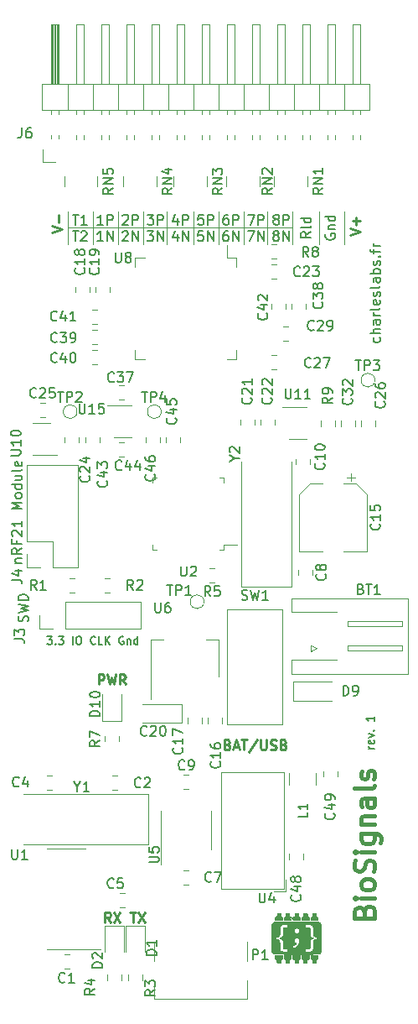
<source format=gbr>
%TF.GenerationSoftware,KiCad,Pcbnew,5.1.6-c6e7f7d~86~ubuntu19.10.1*%
%TF.CreationDate,2020-05-21T12:21:41+02:00*%
%TF.ProjectId,BioElectricalSensor,42696f45-6c65-4637-9472-6963616c5365,rev?*%
%TF.SameCoordinates,Original*%
%TF.FileFunction,Legend,Top*%
%TF.FilePolarity,Positive*%
%FSLAX46Y46*%
G04 Gerber Fmt 4.6, Leading zero omitted, Abs format (unit mm)*
G04 Created by KiCad (PCBNEW 5.1.6-c6e7f7d~86~ubuntu19.10.1) date 2020-05-21 12:21:41*
%MOMM*%
%LPD*%
G01*
G04 APERTURE LIST*
%ADD10C,0.200000*%
%ADD11C,0.120000*%
%ADD12C,0.250000*%
%ADD13C,0.150000*%
%ADD14C,0.400000*%
%ADD15C,0.010000*%
G04 APERTURE END LIST*
D10*
X50617380Y-33043761D02*
X50141190Y-33377095D01*
X50617380Y-33615190D02*
X49617380Y-33615190D01*
X49617380Y-33234238D01*
X49665000Y-33139000D01*
X49712619Y-33091380D01*
X49807857Y-33043761D01*
X49950714Y-33043761D01*
X50045952Y-33091380D01*
X50093571Y-33139000D01*
X50141190Y-33234238D01*
X50141190Y-33615190D01*
X50617380Y-32472333D02*
X50569761Y-32567571D01*
X50474523Y-32615190D01*
X49617380Y-32615190D01*
X50617380Y-31662809D02*
X49617380Y-31662809D01*
X50569761Y-31662809D02*
X50617380Y-31758047D01*
X50617380Y-31948523D01*
X50569761Y-32043761D01*
X50522142Y-32091380D01*
X50426904Y-32139000D01*
X50141190Y-32139000D01*
X50045952Y-32091380D01*
X49998333Y-32043761D01*
X49950714Y-31948523D01*
X49950714Y-31758047D01*
X49998333Y-31662809D01*
X47005952Y-33408952D02*
X46910714Y-33361333D01*
X46863095Y-33313714D01*
X46815476Y-33218476D01*
X46815476Y-33170857D01*
X46863095Y-33075619D01*
X46910714Y-33028000D01*
X47005952Y-32980380D01*
X47196428Y-32980380D01*
X47291666Y-33028000D01*
X47339285Y-33075619D01*
X47386904Y-33170857D01*
X47386904Y-33218476D01*
X47339285Y-33313714D01*
X47291666Y-33361333D01*
X47196428Y-33408952D01*
X47005952Y-33408952D01*
X46910714Y-33456571D01*
X46863095Y-33504190D01*
X46815476Y-33599428D01*
X46815476Y-33789904D01*
X46863095Y-33885142D01*
X46910714Y-33932761D01*
X47005952Y-33980380D01*
X47196428Y-33980380D01*
X47291666Y-33932761D01*
X47339285Y-33885142D01*
X47386904Y-33789904D01*
X47386904Y-33599428D01*
X47339285Y-33504190D01*
X47291666Y-33456571D01*
X47196428Y-33408952D01*
X47815476Y-33980380D02*
X47815476Y-32980380D01*
X48386904Y-33980380D01*
X48386904Y-32980380D01*
X44227857Y-32980380D02*
X44894523Y-32980380D01*
X44465952Y-33980380D01*
X45275476Y-33980380D02*
X45275476Y-32980380D01*
X45846904Y-33980380D01*
X45846904Y-32980380D01*
X42211666Y-32980380D02*
X42021190Y-32980380D01*
X41925952Y-33028000D01*
X41878333Y-33075619D01*
X41783095Y-33218476D01*
X41735476Y-33408952D01*
X41735476Y-33789904D01*
X41783095Y-33885142D01*
X41830714Y-33932761D01*
X41925952Y-33980380D01*
X42116428Y-33980380D01*
X42211666Y-33932761D01*
X42259285Y-33885142D01*
X42306904Y-33789904D01*
X42306904Y-33551809D01*
X42259285Y-33456571D01*
X42211666Y-33408952D01*
X42116428Y-33361333D01*
X41925952Y-33361333D01*
X41830714Y-33408952D01*
X41783095Y-33456571D01*
X41735476Y-33551809D01*
X42735476Y-33980380D02*
X42735476Y-32980380D01*
X43306904Y-33980380D01*
X43306904Y-32980380D01*
X39719285Y-32980380D02*
X39243095Y-32980380D01*
X39195476Y-33456571D01*
X39243095Y-33408952D01*
X39338333Y-33361333D01*
X39576428Y-33361333D01*
X39671666Y-33408952D01*
X39719285Y-33456571D01*
X39766904Y-33551809D01*
X39766904Y-33789904D01*
X39719285Y-33885142D01*
X39671666Y-33932761D01*
X39576428Y-33980380D01*
X39338333Y-33980380D01*
X39243095Y-33932761D01*
X39195476Y-33885142D01*
X40195476Y-33980380D02*
X40195476Y-32980380D01*
X40766904Y-33980380D01*
X40766904Y-32980380D01*
X37131666Y-33313714D02*
X37131666Y-33980380D01*
X36893571Y-32932761D02*
X36655476Y-33647047D01*
X37274523Y-33647047D01*
X37655476Y-33980380D02*
X37655476Y-32980380D01*
X38226904Y-33980380D01*
X38226904Y-32980380D01*
X34067857Y-32980380D02*
X34686904Y-32980380D01*
X34353571Y-33361333D01*
X34496428Y-33361333D01*
X34591666Y-33408952D01*
X34639285Y-33456571D01*
X34686904Y-33551809D01*
X34686904Y-33789904D01*
X34639285Y-33885142D01*
X34591666Y-33932761D01*
X34496428Y-33980380D01*
X34210714Y-33980380D01*
X34115476Y-33932761D01*
X34067857Y-33885142D01*
X35115476Y-33980380D02*
X35115476Y-32980380D01*
X35686904Y-33980380D01*
X35686904Y-32980380D01*
X31575476Y-33075619D02*
X31623095Y-33028000D01*
X31718333Y-32980380D01*
X31956428Y-32980380D01*
X32051666Y-33028000D01*
X32099285Y-33075619D01*
X32146904Y-33170857D01*
X32146904Y-33266095D01*
X32099285Y-33408952D01*
X31527857Y-33980380D01*
X32146904Y-33980380D01*
X32575476Y-33980380D02*
X32575476Y-32980380D01*
X33146904Y-33980380D01*
X33146904Y-32980380D01*
X29606904Y-33980380D02*
X29035476Y-33980380D01*
X29321190Y-33980380D02*
X29321190Y-32980380D01*
X29225952Y-33123238D01*
X29130714Y-33218476D01*
X29035476Y-33266095D01*
X30035476Y-33980380D02*
X30035476Y-32980380D01*
X30606904Y-33980380D01*
X30606904Y-32980380D01*
D11*
X53975000Y-30988000D02*
X53975000Y-34290000D01*
D12*
X54570380Y-33337380D02*
X55570380Y-33004047D01*
X54570380Y-32670714D01*
X55189428Y-32337380D02*
X55189428Y-31575476D01*
X55570380Y-31956428D02*
X54808476Y-31956428D01*
D10*
X52119000Y-33281857D02*
X52071380Y-33377095D01*
X52071380Y-33519952D01*
X52119000Y-33662809D01*
X52214238Y-33758047D01*
X52309476Y-33805666D01*
X52499952Y-33853285D01*
X52642809Y-33853285D01*
X52833285Y-33805666D01*
X52928523Y-33758047D01*
X53023761Y-33662809D01*
X53071380Y-33519952D01*
X53071380Y-33424714D01*
X53023761Y-33281857D01*
X52976142Y-33234238D01*
X52642809Y-33234238D01*
X52642809Y-33424714D01*
X52404714Y-32805666D02*
X53071380Y-32805666D01*
X52499952Y-32805666D02*
X52452333Y-32758047D01*
X52404714Y-32662809D01*
X52404714Y-32519952D01*
X52452333Y-32424714D01*
X52547571Y-32377095D01*
X53071380Y-32377095D01*
X53071380Y-31472333D02*
X52071380Y-31472333D01*
X53023761Y-31472333D02*
X53071380Y-31567571D01*
X53071380Y-31758047D01*
X53023761Y-31853285D01*
X52976142Y-31900904D01*
X52880904Y-31948523D01*
X52595190Y-31948523D01*
X52499952Y-31900904D01*
X52452333Y-31853285D01*
X52404714Y-31758047D01*
X52404714Y-31567571D01*
X52452333Y-31472333D01*
D11*
X51435000Y-30988000D02*
X51435000Y-34290000D01*
X48768000Y-30988000D02*
X48768000Y-34290000D01*
X46228000Y-30988000D02*
X46228000Y-34290000D01*
X43815000Y-30988000D02*
X43815000Y-34290000D01*
X41275000Y-30988000D02*
X41275000Y-34290000D01*
X38735000Y-30988000D02*
X38735000Y-34290000D01*
X36068000Y-30988000D02*
X36068000Y-34290000D01*
X33655000Y-30988000D02*
X33655000Y-34290000D01*
X31115000Y-30988000D02*
X31115000Y-34290000D01*
X28575000Y-30988000D02*
X28575000Y-34290000D01*
X26035000Y-30988000D02*
X26035000Y-34290000D01*
X26035000Y-32639000D02*
X48768000Y-32639000D01*
D10*
X47029761Y-31757952D02*
X46934523Y-31710333D01*
X46886904Y-31662714D01*
X46839285Y-31567476D01*
X46839285Y-31519857D01*
X46886904Y-31424619D01*
X46934523Y-31377000D01*
X47029761Y-31329380D01*
X47220238Y-31329380D01*
X47315476Y-31377000D01*
X47363095Y-31424619D01*
X47410714Y-31519857D01*
X47410714Y-31567476D01*
X47363095Y-31662714D01*
X47315476Y-31710333D01*
X47220238Y-31757952D01*
X47029761Y-31757952D01*
X46934523Y-31805571D01*
X46886904Y-31853190D01*
X46839285Y-31948428D01*
X46839285Y-32138904D01*
X46886904Y-32234142D01*
X46934523Y-32281761D01*
X47029761Y-32329380D01*
X47220238Y-32329380D01*
X47315476Y-32281761D01*
X47363095Y-32234142D01*
X47410714Y-32138904D01*
X47410714Y-31948428D01*
X47363095Y-31853190D01*
X47315476Y-31805571D01*
X47220238Y-31757952D01*
X47839285Y-32329380D02*
X47839285Y-31329380D01*
X48220238Y-31329380D01*
X48315476Y-31377000D01*
X48363095Y-31424619D01*
X48410714Y-31519857D01*
X48410714Y-31662714D01*
X48363095Y-31757952D01*
X48315476Y-31805571D01*
X48220238Y-31853190D01*
X47839285Y-31853190D01*
X44251666Y-31329380D02*
X44918333Y-31329380D01*
X44489761Y-32329380D01*
X45299285Y-32329380D02*
X45299285Y-31329380D01*
X45680238Y-31329380D01*
X45775476Y-31377000D01*
X45823095Y-31424619D01*
X45870714Y-31519857D01*
X45870714Y-31662714D01*
X45823095Y-31757952D01*
X45775476Y-31805571D01*
X45680238Y-31853190D01*
X45299285Y-31853190D01*
X42235476Y-31329380D02*
X42045000Y-31329380D01*
X41949761Y-31377000D01*
X41902142Y-31424619D01*
X41806904Y-31567476D01*
X41759285Y-31757952D01*
X41759285Y-32138904D01*
X41806904Y-32234142D01*
X41854523Y-32281761D01*
X41949761Y-32329380D01*
X42140238Y-32329380D01*
X42235476Y-32281761D01*
X42283095Y-32234142D01*
X42330714Y-32138904D01*
X42330714Y-31900809D01*
X42283095Y-31805571D01*
X42235476Y-31757952D01*
X42140238Y-31710333D01*
X41949761Y-31710333D01*
X41854523Y-31757952D01*
X41806904Y-31805571D01*
X41759285Y-31900809D01*
X42759285Y-32329380D02*
X42759285Y-31329380D01*
X43140238Y-31329380D01*
X43235476Y-31377000D01*
X43283095Y-31424619D01*
X43330714Y-31519857D01*
X43330714Y-31662714D01*
X43283095Y-31757952D01*
X43235476Y-31805571D01*
X43140238Y-31853190D01*
X42759285Y-31853190D01*
X39743095Y-31329380D02*
X39266904Y-31329380D01*
X39219285Y-31805571D01*
X39266904Y-31757952D01*
X39362142Y-31710333D01*
X39600238Y-31710333D01*
X39695476Y-31757952D01*
X39743095Y-31805571D01*
X39790714Y-31900809D01*
X39790714Y-32138904D01*
X39743095Y-32234142D01*
X39695476Y-32281761D01*
X39600238Y-32329380D01*
X39362142Y-32329380D01*
X39266904Y-32281761D01*
X39219285Y-32234142D01*
X40219285Y-32329380D02*
X40219285Y-31329380D01*
X40600238Y-31329380D01*
X40695476Y-31377000D01*
X40743095Y-31424619D01*
X40790714Y-31519857D01*
X40790714Y-31662714D01*
X40743095Y-31757952D01*
X40695476Y-31805571D01*
X40600238Y-31853190D01*
X40219285Y-31853190D01*
X37155476Y-31662714D02*
X37155476Y-32329380D01*
X36917380Y-31281761D02*
X36679285Y-31996047D01*
X37298333Y-31996047D01*
X37679285Y-32329380D02*
X37679285Y-31329380D01*
X38060238Y-31329380D01*
X38155476Y-31377000D01*
X38203095Y-31424619D01*
X38250714Y-31519857D01*
X38250714Y-31662714D01*
X38203095Y-31757952D01*
X38155476Y-31805571D01*
X38060238Y-31853190D01*
X37679285Y-31853190D01*
X34091666Y-31329380D02*
X34710714Y-31329380D01*
X34377380Y-31710333D01*
X34520238Y-31710333D01*
X34615476Y-31757952D01*
X34663095Y-31805571D01*
X34710714Y-31900809D01*
X34710714Y-32138904D01*
X34663095Y-32234142D01*
X34615476Y-32281761D01*
X34520238Y-32329380D01*
X34234523Y-32329380D01*
X34139285Y-32281761D01*
X34091666Y-32234142D01*
X35139285Y-32329380D02*
X35139285Y-31329380D01*
X35520238Y-31329380D01*
X35615476Y-31377000D01*
X35663095Y-31424619D01*
X35710714Y-31519857D01*
X35710714Y-31662714D01*
X35663095Y-31757952D01*
X35615476Y-31805571D01*
X35520238Y-31853190D01*
X35139285Y-31853190D01*
X31599285Y-31424619D02*
X31646904Y-31377000D01*
X31742142Y-31329380D01*
X31980238Y-31329380D01*
X32075476Y-31377000D01*
X32123095Y-31424619D01*
X32170714Y-31519857D01*
X32170714Y-31615095D01*
X32123095Y-31757952D01*
X31551666Y-32329380D01*
X32170714Y-32329380D01*
X32599285Y-32329380D02*
X32599285Y-31329380D01*
X32980238Y-31329380D01*
X33075476Y-31377000D01*
X33123095Y-31424619D01*
X33170714Y-31519857D01*
X33170714Y-31662714D01*
X33123095Y-31757952D01*
X33075476Y-31805571D01*
X32980238Y-31853190D01*
X32599285Y-31853190D01*
X29630714Y-32329380D02*
X29059285Y-32329380D01*
X29345000Y-32329380D02*
X29345000Y-31329380D01*
X29249761Y-31472238D01*
X29154523Y-31567476D01*
X29059285Y-31615095D01*
X30059285Y-32329380D02*
X30059285Y-31329380D01*
X30440238Y-31329380D01*
X30535476Y-31377000D01*
X30583095Y-31424619D01*
X30630714Y-31519857D01*
X30630714Y-31662714D01*
X30583095Y-31757952D01*
X30535476Y-31805571D01*
X30440238Y-31853190D01*
X30059285Y-31853190D01*
X26543095Y-32980380D02*
X27114523Y-32980380D01*
X26828809Y-33980380D02*
X26828809Y-32980380D01*
X27400238Y-33075619D02*
X27447857Y-33028000D01*
X27543095Y-32980380D01*
X27781190Y-32980380D01*
X27876428Y-33028000D01*
X27924047Y-33075619D01*
X27971666Y-33170857D01*
X27971666Y-33266095D01*
X27924047Y-33408952D01*
X27352619Y-33980380D01*
X27971666Y-33980380D01*
X26543095Y-31329380D02*
X27114523Y-31329380D01*
X26828809Y-32329380D02*
X26828809Y-31329380D01*
X27971666Y-32329380D02*
X27400238Y-32329380D01*
X27685952Y-32329380D02*
X27685952Y-31329380D01*
X27590714Y-31472238D01*
X27495476Y-31567476D01*
X27400238Y-31615095D01*
D12*
X24471380Y-33083380D02*
X25471380Y-32750047D01*
X24471380Y-32416714D01*
X25090428Y-32083380D02*
X25090428Y-31321476D01*
D13*
X57003904Y-85146952D02*
X56470571Y-85146952D01*
X56622952Y-85146952D02*
X56546761Y-85108857D01*
X56508666Y-85070761D01*
X56470571Y-84994571D01*
X56470571Y-84918380D01*
X56965809Y-84346952D02*
X57003904Y-84423142D01*
X57003904Y-84575523D01*
X56965809Y-84651714D01*
X56889619Y-84689809D01*
X56584857Y-84689809D01*
X56508666Y-84651714D01*
X56470571Y-84575523D01*
X56470571Y-84423142D01*
X56508666Y-84346952D01*
X56584857Y-84308857D01*
X56661047Y-84308857D01*
X56737238Y-84689809D01*
X56470571Y-84042190D02*
X57003904Y-83851714D01*
X56470571Y-83661238D01*
X56927714Y-83356476D02*
X56965809Y-83318380D01*
X57003904Y-83356476D01*
X56965809Y-83394571D01*
X56927714Y-83356476D01*
X57003904Y-83356476D01*
X57003904Y-81946952D02*
X57003904Y-82404095D01*
X57003904Y-82175523D02*
X56203904Y-82175523D01*
X56318190Y-82251714D01*
X56394380Y-82327904D01*
X56432476Y-82404095D01*
D10*
X20740714Y-66436238D02*
X21407380Y-66436238D01*
X20835952Y-66436238D02*
X20788333Y-66388619D01*
X20740714Y-66293380D01*
X20740714Y-66150523D01*
X20788333Y-66055285D01*
X20883571Y-66007666D01*
X21407380Y-66007666D01*
X21407380Y-64960047D02*
X20931190Y-65293380D01*
X21407380Y-65531476D02*
X20407380Y-65531476D01*
X20407380Y-65150523D01*
X20455000Y-65055285D01*
X20502619Y-65007666D01*
X20597857Y-64960047D01*
X20740714Y-64960047D01*
X20835952Y-65007666D01*
X20883571Y-65055285D01*
X20931190Y-65150523D01*
X20931190Y-65531476D01*
X20883571Y-64198142D02*
X20883571Y-64531476D01*
X21407380Y-64531476D02*
X20407380Y-64531476D01*
X20407380Y-64055285D01*
X20502619Y-63721952D02*
X20455000Y-63674333D01*
X20407380Y-63579095D01*
X20407380Y-63341000D01*
X20455000Y-63245761D01*
X20502619Y-63198142D01*
X20597857Y-63150523D01*
X20693095Y-63150523D01*
X20835952Y-63198142D01*
X21407380Y-63769571D01*
X21407380Y-63150523D01*
X21407380Y-62198142D02*
X21407380Y-62769571D01*
X21407380Y-62483857D02*
X20407380Y-62483857D01*
X20550238Y-62579095D01*
X20645476Y-62674333D01*
X20693095Y-62769571D01*
X21407380Y-61007666D02*
X20407380Y-61007666D01*
X21121666Y-60674333D01*
X20407380Y-60341000D01*
X21407380Y-60341000D01*
X21407380Y-59721952D02*
X21359761Y-59817190D01*
X21312142Y-59864809D01*
X21216904Y-59912428D01*
X20931190Y-59912428D01*
X20835952Y-59864809D01*
X20788333Y-59817190D01*
X20740714Y-59721952D01*
X20740714Y-59579095D01*
X20788333Y-59483857D01*
X20835952Y-59436238D01*
X20931190Y-59388619D01*
X21216904Y-59388619D01*
X21312142Y-59436238D01*
X21359761Y-59483857D01*
X21407380Y-59579095D01*
X21407380Y-59721952D01*
X21407380Y-58531476D02*
X20407380Y-58531476D01*
X21359761Y-58531476D02*
X21407380Y-58626714D01*
X21407380Y-58817190D01*
X21359761Y-58912428D01*
X21312142Y-58960047D01*
X21216904Y-59007666D01*
X20931190Y-59007666D01*
X20835952Y-58960047D01*
X20788333Y-58912428D01*
X20740714Y-58817190D01*
X20740714Y-58626714D01*
X20788333Y-58531476D01*
X20740714Y-57626714D02*
X21407380Y-57626714D01*
X20740714Y-58055285D02*
X21264523Y-58055285D01*
X21359761Y-58007666D01*
X21407380Y-57912428D01*
X21407380Y-57769571D01*
X21359761Y-57674333D01*
X21312142Y-57626714D01*
X21407380Y-57007666D02*
X21359761Y-57102904D01*
X21264523Y-57150523D01*
X20407380Y-57150523D01*
X21359761Y-56245761D02*
X21407380Y-56341000D01*
X21407380Y-56531476D01*
X21359761Y-56626714D01*
X21264523Y-56674333D01*
X20883571Y-56674333D01*
X20788333Y-56626714D01*
X20740714Y-56531476D01*
X20740714Y-56341000D01*
X20788333Y-56245761D01*
X20883571Y-56198142D01*
X20978809Y-56198142D01*
X21074047Y-56674333D01*
X21994761Y-72350142D02*
X22042380Y-72207285D01*
X22042380Y-71969190D01*
X21994761Y-71873952D01*
X21947142Y-71826333D01*
X21851904Y-71778714D01*
X21756666Y-71778714D01*
X21661428Y-71826333D01*
X21613809Y-71873952D01*
X21566190Y-71969190D01*
X21518571Y-72159666D01*
X21470952Y-72254904D01*
X21423333Y-72302523D01*
X21328095Y-72350142D01*
X21232857Y-72350142D01*
X21137619Y-72302523D01*
X21090000Y-72254904D01*
X21042380Y-72159666D01*
X21042380Y-71921571D01*
X21090000Y-71778714D01*
X21042380Y-71445380D02*
X22042380Y-71207285D01*
X21328095Y-71016809D01*
X22042380Y-70826333D01*
X21042380Y-70588238D01*
X22042380Y-70207285D02*
X21042380Y-70207285D01*
X21042380Y-69969190D01*
X21090000Y-69826333D01*
X21185238Y-69731095D01*
X21280476Y-69683476D01*
X21470952Y-69635857D01*
X21613809Y-69635857D01*
X21804285Y-69683476D01*
X21899523Y-69731095D01*
X21994761Y-69826333D01*
X22042380Y-69969190D01*
X22042380Y-70207285D01*
D14*
X55991142Y-101583285D02*
X56086380Y-101297571D01*
X56181619Y-101202333D01*
X56372095Y-101107095D01*
X56657809Y-101107095D01*
X56848285Y-101202333D01*
X56943523Y-101297571D01*
X57038761Y-101488047D01*
X57038761Y-102249952D01*
X55038761Y-102249952D01*
X55038761Y-101583285D01*
X55134000Y-101392809D01*
X55229238Y-101297571D01*
X55419714Y-101202333D01*
X55610190Y-101202333D01*
X55800666Y-101297571D01*
X55895904Y-101392809D01*
X55991142Y-101583285D01*
X55991142Y-102249952D01*
X57038761Y-100249952D02*
X55705428Y-100249952D01*
X55038761Y-100249952D02*
X55134000Y-100345190D01*
X55229238Y-100249952D01*
X55134000Y-100154714D01*
X55038761Y-100249952D01*
X55229238Y-100249952D01*
X57038761Y-99011857D02*
X56943523Y-99202333D01*
X56848285Y-99297571D01*
X56657809Y-99392809D01*
X56086380Y-99392809D01*
X55895904Y-99297571D01*
X55800666Y-99202333D01*
X55705428Y-99011857D01*
X55705428Y-98726142D01*
X55800666Y-98535666D01*
X55895904Y-98440428D01*
X56086380Y-98345190D01*
X56657809Y-98345190D01*
X56848285Y-98440428D01*
X56943523Y-98535666D01*
X57038761Y-98726142D01*
X57038761Y-99011857D01*
X56943523Y-97583285D02*
X57038761Y-97297571D01*
X57038761Y-96821380D01*
X56943523Y-96630904D01*
X56848285Y-96535666D01*
X56657809Y-96440428D01*
X56467333Y-96440428D01*
X56276857Y-96535666D01*
X56181619Y-96630904D01*
X56086380Y-96821380D01*
X55991142Y-97202333D01*
X55895904Y-97392809D01*
X55800666Y-97488047D01*
X55610190Y-97583285D01*
X55419714Y-97583285D01*
X55229238Y-97488047D01*
X55134000Y-97392809D01*
X55038761Y-97202333D01*
X55038761Y-96726142D01*
X55134000Y-96440428D01*
X57038761Y-95583285D02*
X55705428Y-95583285D01*
X55038761Y-95583285D02*
X55134000Y-95678523D01*
X55229238Y-95583285D01*
X55134000Y-95488047D01*
X55038761Y-95583285D01*
X55229238Y-95583285D01*
X55705428Y-93773761D02*
X57324476Y-93773761D01*
X57514952Y-93869000D01*
X57610190Y-93964238D01*
X57705428Y-94154714D01*
X57705428Y-94440428D01*
X57610190Y-94630904D01*
X56943523Y-93773761D02*
X57038761Y-93964238D01*
X57038761Y-94345190D01*
X56943523Y-94535666D01*
X56848285Y-94630904D01*
X56657809Y-94726142D01*
X56086380Y-94726142D01*
X55895904Y-94630904D01*
X55800666Y-94535666D01*
X55705428Y-94345190D01*
X55705428Y-93964238D01*
X55800666Y-93773761D01*
X55705428Y-92821380D02*
X57038761Y-92821380D01*
X55895904Y-92821380D02*
X55800666Y-92726142D01*
X55705428Y-92535666D01*
X55705428Y-92249952D01*
X55800666Y-92059476D01*
X55991142Y-91964238D01*
X57038761Y-91964238D01*
X57038761Y-90154714D02*
X55991142Y-90154714D01*
X55800666Y-90249952D01*
X55705428Y-90440428D01*
X55705428Y-90821380D01*
X55800666Y-91011857D01*
X56943523Y-90154714D02*
X57038761Y-90345190D01*
X57038761Y-90821380D01*
X56943523Y-91011857D01*
X56753047Y-91107095D01*
X56562571Y-91107095D01*
X56372095Y-91011857D01*
X56276857Y-90821380D01*
X56276857Y-90345190D01*
X56181619Y-90154714D01*
X57038761Y-88916619D02*
X56943523Y-89107095D01*
X56753047Y-89202333D01*
X55038761Y-89202333D01*
X56943523Y-88249952D02*
X57038761Y-88059476D01*
X57038761Y-87678523D01*
X56943523Y-87488047D01*
X56753047Y-87392809D01*
X56657809Y-87392809D01*
X56467333Y-87488047D01*
X56372095Y-87678523D01*
X56372095Y-87964238D01*
X56276857Y-88154714D01*
X56086380Y-88249952D01*
X55991142Y-88249952D01*
X55800666Y-88154714D01*
X55705428Y-87964238D01*
X55705428Y-87678523D01*
X55800666Y-87488047D01*
D13*
X23965476Y-73856904D02*
X24460714Y-73856904D01*
X24194047Y-74161666D01*
X24308333Y-74161666D01*
X24384523Y-74199761D01*
X24422619Y-74237857D01*
X24460714Y-74314047D01*
X24460714Y-74504523D01*
X24422619Y-74580714D01*
X24384523Y-74618809D01*
X24308333Y-74656904D01*
X24079761Y-74656904D01*
X24003571Y-74618809D01*
X23965476Y-74580714D01*
X24803571Y-74580714D02*
X24841666Y-74618809D01*
X24803571Y-74656904D01*
X24765476Y-74618809D01*
X24803571Y-74580714D01*
X24803571Y-74656904D01*
X25108333Y-73856904D02*
X25603571Y-73856904D01*
X25336904Y-74161666D01*
X25451190Y-74161666D01*
X25527380Y-74199761D01*
X25565476Y-74237857D01*
X25603571Y-74314047D01*
X25603571Y-74504523D01*
X25565476Y-74580714D01*
X25527380Y-74618809D01*
X25451190Y-74656904D01*
X25222619Y-74656904D01*
X25146428Y-74618809D01*
X25108333Y-74580714D01*
X26555952Y-74656904D02*
X26555952Y-73856904D01*
X27089285Y-73856904D02*
X27241666Y-73856904D01*
X27317857Y-73895000D01*
X27394047Y-73971190D01*
X27432142Y-74123571D01*
X27432142Y-74390238D01*
X27394047Y-74542619D01*
X27317857Y-74618809D01*
X27241666Y-74656904D01*
X27089285Y-74656904D01*
X27013095Y-74618809D01*
X26936904Y-74542619D01*
X26898809Y-74390238D01*
X26898809Y-74123571D01*
X26936904Y-73971190D01*
X27013095Y-73895000D01*
X27089285Y-73856904D01*
X28841666Y-74580714D02*
X28803571Y-74618809D01*
X28689285Y-74656904D01*
X28613095Y-74656904D01*
X28498809Y-74618809D01*
X28422619Y-74542619D01*
X28384523Y-74466428D01*
X28346428Y-74314047D01*
X28346428Y-74199761D01*
X28384523Y-74047380D01*
X28422619Y-73971190D01*
X28498809Y-73895000D01*
X28613095Y-73856904D01*
X28689285Y-73856904D01*
X28803571Y-73895000D01*
X28841666Y-73933095D01*
X29565476Y-74656904D02*
X29184523Y-74656904D01*
X29184523Y-73856904D01*
X29832142Y-74656904D02*
X29832142Y-73856904D01*
X30289285Y-74656904D02*
X29946428Y-74199761D01*
X30289285Y-73856904D02*
X29832142Y-74314047D01*
X31660714Y-73895000D02*
X31584523Y-73856904D01*
X31470238Y-73856904D01*
X31355952Y-73895000D01*
X31279761Y-73971190D01*
X31241666Y-74047380D01*
X31203571Y-74199761D01*
X31203571Y-74314047D01*
X31241666Y-74466428D01*
X31279761Y-74542619D01*
X31355952Y-74618809D01*
X31470238Y-74656904D01*
X31546428Y-74656904D01*
X31660714Y-74618809D01*
X31698809Y-74580714D01*
X31698809Y-74314047D01*
X31546428Y-74314047D01*
X32041666Y-74123571D02*
X32041666Y-74656904D01*
X32041666Y-74199761D02*
X32079761Y-74161666D01*
X32155952Y-74123571D01*
X32270238Y-74123571D01*
X32346428Y-74161666D01*
X32384523Y-74237857D01*
X32384523Y-74656904D01*
X33108333Y-74656904D02*
X33108333Y-73856904D01*
X33108333Y-74618809D02*
X33032142Y-74656904D01*
X32879761Y-74656904D01*
X32803571Y-74618809D01*
X32765476Y-74580714D01*
X32727380Y-74504523D01*
X32727380Y-74275952D01*
X32765476Y-74199761D01*
X32803571Y-74161666D01*
X32879761Y-74123571D01*
X33032142Y-74123571D01*
X33108333Y-74161666D01*
D10*
X57554761Y-43719190D02*
X57602380Y-43814428D01*
X57602380Y-44004904D01*
X57554761Y-44100142D01*
X57507142Y-44147761D01*
X57411904Y-44195380D01*
X57126190Y-44195380D01*
X57030952Y-44147761D01*
X56983333Y-44100142D01*
X56935714Y-44004904D01*
X56935714Y-43814428D01*
X56983333Y-43719190D01*
X57602380Y-43290619D02*
X56602380Y-43290619D01*
X57602380Y-42862047D02*
X57078571Y-42862047D01*
X56983333Y-42909666D01*
X56935714Y-43004904D01*
X56935714Y-43147761D01*
X56983333Y-43243000D01*
X57030952Y-43290619D01*
X57602380Y-41957285D02*
X57078571Y-41957285D01*
X56983333Y-42004904D01*
X56935714Y-42100142D01*
X56935714Y-42290619D01*
X56983333Y-42385857D01*
X57554761Y-41957285D02*
X57602380Y-42052523D01*
X57602380Y-42290619D01*
X57554761Y-42385857D01*
X57459523Y-42433476D01*
X57364285Y-42433476D01*
X57269047Y-42385857D01*
X57221428Y-42290619D01*
X57221428Y-42052523D01*
X57173809Y-41957285D01*
X57602380Y-41481095D02*
X56935714Y-41481095D01*
X57126190Y-41481095D02*
X57030952Y-41433476D01*
X56983333Y-41385857D01*
X56935714Y-41290619D01*
X56935714Y-41195380D01*
X57602380Y-40719190D02*
X57554761Y-40814428D01*
X57459523Y-40862047D01*
X56602380Y-40862047D01*
X57554761Y-39957285D02*
X57602380Y-40052523D01*
X57602380Y-40243000D01*
X57554761Y-40338238D01*
X57459523Y-40385857D01*
X57078571Y-40385857D01*
X56983333Y-40338238D01*
X56935714Y-40243000D01*
X56935714Y-40052523D01*
X56983333Y-39957285D01*
X57078571Y-39909666D01*
X57173809Y-39909666D01*
X57269047Y-40385857D01*
X57554761Y-39528714D02*
X57602380Y-39433476D01*
X57602380Y-39243000D01*
X57554761Y-39147761D01*
X57459523Y-39100142D01*
X57411904Y-39100142D01*
X57316666Y-39147761D01*
X57269047Y-39243000D01*
X57269047Y-39385857D01*
X57221428Y-39481095D01*
X57126190Y-39528714D01*
X57078571Y-39528714D01*
X56983333Y-39481095D01*
X56935714Y-39385857D01*
X56935714Y-39243000D01*
X56983333Y-39147761D01*
X57602380Y-38528714D02*
X57554761Y-38623952D01*
X57459523Y-38671571D01*
X56602380Y-38671571D01*
X57602380Y-37719190D02*
X57078571Y-37719190D01*
X56983333Y-37766809D01*
X56935714Y-37862047D01*
X56935714Y-38052523D01*
X56983333Y-38147761D01*
X57554761Y-37719190D02*
X57602380Y-37814428D01*
X57602380Y-38052523D01*
X57554761Y-38147761D01*
X57459523Y-38195380D01*
X57364285Y-38195380D01*
X57269047Y-38147761D01*
X57221428Y-38052523D01*
X57221428Y-37814428D01*
X57173809Y-37719190D01*
X57602380Y-37243000D02*
X56602380Y-37243000D01*
X56983333Y-37243000D02*
X56935714Y-37147761D01*
X56935714Y-36957285D01*
X56983333Y-36862047D01*
X57030952Y-36814428D01*
X57126190Y-36766809D01*
X57411904Y-36766809D01*
X57507142Y-36814428D01*
X57554761Y-36862047D01*
X57602380Y-36957285D01*
X57602380Y-37147761D01*
X57554761Y-37243000D01*
X57554761Y-36385857D02*
X57602380Y-36290619D01*
X57602380Y-36100142D01*
X57554761Y-36004904D01*
X57459523Y-35957285D01*
X57411904Y-35957285D01*
X57316666Y-36004904D01*
X57269047Y-36100142D01*
X57269047Y-36243000D01*
X57221428Y-36338238D01*
X57126190Y-36385857D01*
X57078571Y-36385857D01*
X56983333Y-36338238D01*
X56935714Y-36243000D01*
X56935714Y-36100142D01*
X56983333Y-36004904D01*
X57507142Y-35528714D02*
X57554761Y-35481095D01*
X57602380Y-35528714D01*
X57554761Y-35576333D01*
X57507142Y-35528714D01*
X57602380Y-35528714D01*
X56935714Y-35195380D02*
X56935714Y-34814428D01*
X57602380Y-35052523D02*
X56745238Y-35052523D01*
X56650000Y-35004904D01*
X56602380Y-34909666D01*
X56602380Y-34814428D01*
X57602380Y-34481095D02*
X56935714Y-34481095D01*
X57126190Y-34481095D02*
X57030952Y-34433476D01*
X56983333Y-34385857D01*
X56935714Y-34290619D01*
X56935714Y-34195380D01*
D12*
X29146666Y-78684380D02*
X29146666Y-77684380D01*
X29527619Y-77684380D01*
X29622857Y-77732000D01*
X29670476Y-77779619D01*
X29718095Y-77874857D01*
X29718095Y-78017714D01*
X29670476Y-78112952D01*
X29622857Y-78160571D01*
X29527619Y-78208190D01*
X29146666Y-78208190D01*
X30051428Y-77684380D02*
X30289523Y-78684380D01*
X30480000Y-77970095D01*
X30670476Y-78684380D01*
X30908571Y-77684380D01*
X31860952Y-78684380D02*
X31527619Y-78208190D01*
X31289523Y-78684380D02*
X31289523Y-77684380D01*
X31670476Y-77684380D01*
X31765714Y-77732000D01*
X31813333Y-77779619D01*
X31860952Y-77874857D01*
X31860952Y-78017714D01*
X31813333Y-78112952D01*
X31765714Y-78160571D01*
X31670476Y-78208190D01*
X31289523Y-78208190D01*
X30345238Y-102687380D02*
X30011904Y-102211190D01*
X29773809Y-102687380D02*
X29773809Y-101687380D01*
X30154761Y-101687380D01*
X30250000Y-101735000D01*
X30297619Y-101782619D01*
X30345238Y-101877857D01*
X30345238Y-102020714D01*
X30297619Y-102115952D01*
X30250000Y-102163571D01*
X30154761Y-102211190D01*
X29773809Y-102211190D01*
X30678571Y-101687380D02*
X31345238Y-102687380D01*
X31345238Y-101687380D02*
X30678571Y-102687380D01*
X32345238Y-101687380D02*
X32916666Y-101687380D01*
X32630952Y-102687380D02*
X32630952Y-101687380D01*
X33154761Y-101687380D02*
X33821428Y-102687380D01*
X33821428Y-101687380D02*
X33154761Y-102687380D01*
X42196095Y-84764571D02*
X42338952Y-84812190D01*
X42386571Y-84859809D01*
X42434190Y-84955047D01*
X42434190Y-85097904D01*
X42386571Y-85193142D01*
X42338952Y-85240761D01*
X42243714Y-85288380D01*
X41862761Y-85288380D01*
X41862761Y-84288380D01*
X42196095Y-84288380D01*
X42291333Y-84336000D01*
X42338952Y-84383619D01*
X42386571Y-84478857D01*
X42386571Y-84574095D01*
X42338952Y-84669333D01*
X42291333Y-84716952D01*
X42196095Y-84764571D01*
X41862761Y-84764571D01*
X42815142Y-85002666D02*
X43291333Y-85002666D01*
X42719904Y-85288380D02*
X43053238Y-84288380D01*
X43386571Y-85288380D01*
X43577047Y-84288380D02*
X44148476Y-84288380D01*
X43862761Y-85288380D02*
X43862761Y-84288380D01*
X45196095Y-84240761D02*
X44338952Y-85526476D01*
X45529428Y-84288380D02*
X45529428Y-85097904D01*
X45577047Y-85193142D01*
X45624666Y-85240761D01*
X45719904Y-85288380D01*
X45910380Y-85288380D01*
X46005619Y-85240761D01*
X46053238Y-85193142D01*
X46100857Y-85097904D01*
X46100857Y-84288380D01*
X46529428Y-85240761D02*
X46672285Y-85288380D01*
X46910380Y-85288380D01*
X47005619Y-85240761D01*
X47053238Y-85193142D01*
X47100857Y-85097904D01*
X47100857Y-85002666D01*
X47053238Y-84907428D01*
X47005619Y-84859809D01*
X46910380Y-84812190D01*
X46719904Y-84764571D01*
X46624666Y-84716952D01*
X46577047Y-84669333D01*
X46529428Y-84574095D01*
X46529428Y-84478857D01*
X46577047Y-84383619D01*
X46624666Y-84336000D01*
X46719904Y-84288380D01*
X46958000Y-84288380D01*
X47100857Y-84336000D01*
X47862761Y-84764571D02*
X48005619Y-84812190D01*
X48053238Y-84859809D01*
X48100857Y-84955047D01*
X48100857Y-85097904D01*
X48053238Y-85193142D01*
X48005619Y-85240761D01*
X47910380Y-85288380D01*
X47529428Y-85288380D01*
X47529428Y-84288380D01*
X47862761Y-84288380D01*
X47958000Y-84336000D01*
X48005619Y-84383619D01*
X48053238Y-84478857D01*
X48053238Y-84574095D01*
X48005619Y-84669333D01*
X47958000Y-84716952D01*
X47862761Y-84764571D01*
X47529428Y-84764571D01*
D15*
%TO.C,LOGO1*%
G36*
X50939480Y-101766077D02*
G01*
X51003400Y-101766138D01*
X51050391Y-101767808D01*
X51083052Y-101773309D01*
X51103984Y-101784867D01*
X51115785Y-101804708D01*
X51121056Y-101835057D01*
X51122396Y-101878137D01*
X51122384Y-101922627D01*
X51122384Y-102048762D01*
X51215446Y-102123613D01*
X51308507Y-102198464D01*
X51305811Y-102341289D01*
X51303115Y-102484115D01*
X50944096Y-102486678D01*
X50585077Y-102489240D01*
X50585098Y-102340139D01*
X50585120Y-102191038D01*
X50672615Y-102122653D01*
X50760110Y-102054269D01*
X50760516Y-101929711D01*
X50760847Y-101871928D01*
X50763166Y-101829640D01*
X50770116Y-101800431D01*
X50784338Y-101781884D01*
X50808475Y-101771586D01*
X50845168Y-101767120D01*
X50897058Y-101766071D01*
X50939480Y-101766077D01*
G37*
X50939480Y-101766077D02*
X51003400Y-101766138D01*
X51050391Y-101767808D01*
X51083052Y-101773309D01*
X51103984Y-101784867D01*
X51115785Y-101804708D01*
X51121056Y-101835057D01*
X51122396Y-101878137D01*
X51122384Y-101922627D01*
X51122384Y-102048762D01*
X51215446Y-102123613D01*
X51308507Y-102198464D01*
X51305811Y-102341289D01*
X51303115Y-102484115D01*
X50944096Y-102486678D01*
X50585077Y-102489240D01*
X50585098Y-102340139D01*
X50585120Y-102191038D01*
X50672615Y-102122653D01*
X50760110Y-102054269D01*
X50760516Y-101929711D01*
X50760847Y-101871928D01*
X50763166Y-101829640D01*
X50770116Y-101800431D01*
X50784338Y-101781884D01*
X50808475Y-101771586D01*
X50845168Y-101767120D01*
X50897058Y-101766071D01*
X50939480Y-101766077D01*
G36*
X50213137Y-101791817D02*
G01*
X50221829Y-101804898D01*
X50227635Y-101820570D01*
X50231121Y-101842852D01*
X50232851Y-101875761D01*
X50233391Y-101923316D01*
X50233406Y-101935913D01*
X50233428Y-102054269D01*
X50320923Y-102122653D01*
X50408418Y-102191038D01*
X50409230Y-102489000D01*
X49686307Y-102489000D01*
X49686714Y-102340019D01*
X49687120Y-102191038D01*
X49774615Y-102122653D01*
X49862109Y-102054269D01*
X49862131Y-101935913D01*
X49862488Y-101884664D01*
X49863913Y-101848929D01*
X49866972Y-101824690D01*
X49872228Y-101807929D01*
X49880249Y-101794628D01*
X49882401Y-101791817D01*
X49902648Y-101766077D01*
X50192889Y-101766077D01*
X50213137Y-101791817D01*
G37*
X50213137Y-101791817D02*
X50221829Y-101804898D01*
X50227635Y-101820570D01*
X50231121Y-101842852D01*
X50232851Y-101875761D01*
X50233391Y-101923316D01*
X50233406Y-101935913D01*
X50233428Y-102054269D01*
X50320923Y-102122653D01*
X50408418Y-102191038D01*
X50409230Y-102489000D01*
X49686307Y-102489000D01*
X49686714Y-102340019D01*
X49687120Y-102191038D01*
X49774615Y-102122653D01*
X49862109Y-102054269D01*
X49862131Y-101935913D01*
X49862488Y-101884664D01*
X49863913Y-101848929D01*
X49866972Y-101824690D01*
X49872228Y-101807929D01*
X49880249Y-101794628D01*
X49882401Y-101791817D01*
X49902648Y-101766077D01*
X50192889Y-101766077D01*
X50213137Y-101791817D01*
G36*
X49153884Y-101766077D02*
G01*
X49217368Y-101766150D01*
X49263938Y-101767883D01*
X49296210Y-101773542D01*
X49316800Y-101785394D01*
X49328323Y-101805706D01*
X49333395Y-101836745D01*
X49334631Y-101880779D01*
X49334615Y-101922730D01*
X49334615Y-102048968D01*
X49510461Y-102189768D01*
X49510461Y-102489000D01*
X49155512Y-102489000D01*
X49074088Y-102488826D01*
X48998887Y-102488333D01*
X48932132Y-102487560D01*
X48876046Y-102486547D01*
X48832852Y-102485335D01*
X48804774Y-102483962D01*
X48794051Y-102482487D01*
X48791716Y-102470868D01*
X48789752Y-102443399D01*
X48788324Y-102403767D01*
X48787596Y-102355662D01*
X48787538Y-102337015D01*
X48787538Y-102198055D01*
X48880346Y-102123409D01*
X48973153Y-102048762D01*
X48973153Y-101922627D01*
X48973239Y-101867637D01*
X48975240Y-101827298D01*
X48981772Y-101799344D01*
X48995450Y-101781508D01*
X49018890Y-101771527D01*
X49054708Y-101767134D01*
X49105519Y-101766063D01*
X49153884Y-101766077D01*
G37*
X49153884Y-101766077D02*
X49217368Y-101766150D01*
X49263938Y-101767883D01*
X49296210Y-101773542D01*
X49316800Y-101785394D01*
X49328323Y-101805706D01*
X49333395Y-101836745D01*
X49334631Y-101880779D01*
X49334615Y-101922730D01*
X49334615Y-102048968D01*
X49510461Y-102189768D01*
X49510461Y-102489000D01*
X49155512Y-102489000D01*
X49074088Y-102488826D01*
X48998887Y-102488333D01*
X48932132Y-102487560D01*
X48876046Y-102486547D01*
X48832852Y-102485335D01*
X48804774Y-102483962D01*
X48794051Y-102482487D01*
X48791716Y-102470868D01*
X48789752Y-102443399D01*
X48788324Y-102403767D01*
X48787596Y-102355662D01*
X48787538Y-102337015D01*
X48787538Y-102198055D01*
X48880346Y-102123409D01*
X48973153Y-102048762D01*
X48973153Y-101922627D01*
X48973239Y-101867637D01*
X48975240Y-101827298D01*
X48981772Y-101799344D01*
X48995450Y-101781508D01*
X49018890Y-101771527D01*
X49054708Y-101767134D01*
X49105519Y-101766063D01*
X49153884Y-101766077D01*
G36*
X48322037Y-101766168D02*
G01*
X48368731Y-101768037D01*
X48401237Y-101774071D01*
X48422226Y-101786658D01*
X48434369Y-101808189D01*
X48440336Y-101841051D01*
X48442799Y-101887633D01*
X48443925Y-101931943D01*
X48447120Y-102056744D01*
X48534549Y-102126748D01*
X48621979Y-102196753D01*
X48616577Y-102484115D01*
X48257557Y-102486678D01*
X47898538Y-102489240D01*
X47898944Y-102340139D01*
X47899351Y-102191038D01*
X47986845Y-102122653D01*
X48074340Y-102054269D01*
X48074362Y-101929711D01*
X48074477Y-101872692D01*
X48076525Y-101830728D01*
X48083101Y-101801515D01*
X48096796Y-101782748D01*
X48120204Y-101772123D01*
X48155918Y-101767336D01*
X48206529Y-101766083D01*
X48258485Y-101766077D01*
X48322037Y-101766168D01*
G37*
X48322037Y-101766168D02*
X48368731Y-101768037D01*
X48401237Y-101774071D01*
X48422226Y-101786658D01*
X48434369Y-101808189D01*
X48440336Y-101841051D01*
X48442799Y-101887633D01*
X48443925Y-101931943D01*
X48447120Y-102056744D01*
X48534549Y-102126748D01*
X48621979Y-102196753D01*
X48616577Y-102484115D01*
X48257557Y-102486678D01*
X47898538Y-102489240D01*
X47898944Y-102340139D01*
X47899351Y-102191038D01*
X47986845Y-102122653D01*
X48074340Y-102054269D01*
X48074362Y-101929711D01*
X48074477Y-101872692D01*
X48076525Y-101830728D01*
X48083101Y-101801515D01*
X48096796Y-101782748D01*
X48120204Y-101772123D01*
X48155918Y-101767336D01*
X48206529Y-101766083D01*
X48258485Y-101766077D01*
X48322037Y-101766168D01*
G36*
X47364442Y-101766077D02*
G01*
X47428224Y-101766180D01*
X47475090Y-101768050D01*
X47507651Y-101774025D01*
X47528520Y-101786444D01*
X47540311Y-101807646D01*
X47545635Y-101839970D01*
X47547107Y-101885753D01*
X47547252Y-101929711D01*
X47547658Y-102054269D01*
X47635153Y-102122653D01*
X47722648Y-102191038D01*
X47722692Y-102489000D01*
X47367743Y-102489000D01*
X47286319Y-102488826D01*
X47211118Y-102488333D01*
X47144363Y-102487560D01*
X47088277Y-102486547D01*
X47045083Y-102485335D01*
X47017005Y-102483962D01*
X47006282Y-102482487D01*
X47003953Y-102470872D01*
X47001992Y-102443397D01*
X47000564Y-102403737D01*
X46999831Y-102355569D01*
X46999769Y-102336259D01*
X46999769Y-102196545D01*
X47092577Y-102121898D01*
X47185384Y-102047251D01*
X47185384Y-101922832D01*
X47185407Y-101867536D01*
X47187227Y-101827036D01*
X47193468Y-101799033D01*
X47206754Y-101781229D01*
X47229712Y-101771327D01*
X47264965Y-101767028D01*
X47315139Y-101766036D01*
X47364442Y-101766077D01*
G37*
X47364442Y-101766077D02*
X47428224Y-101766180D01*
X47475090Y-101768050D01*
X47507651Y-101774025D01*
X47528520Y-101786444D01*
X47540311Y-101807646D01*
X47545635Y-101839970D01*
X47547107Y-101885753D01*
X47547252Y-101929711D01*
X47547658Y-102054269D01*
X47635153Y-102122653D01*
X47722648Y-102191038D01*
X47722692Y-102489000D01*
X47367743Y-102489000D01*
X47286319Y-102488826D01*
X47211118Y-102488333D01*
X47144363Y-102487560D01*
X47088277Y-102486547D01*
X47045083Y-102485335D01*
X47017005Y-102483962D01*
X47006282Y-102482487D01*
X47003953Y-102470872D01*
X47001992Y-102443397D01*
X47000564Y-102403737D01*
X46999831Y-102355569D01*
X46999769Y-102336259D01*
X46999769Y-102196545D01*
X47092577Y-102121898D01*
X47185384Y-102047251D01*
X47185384Y-101922832D01*
X47185407Y-101867536D01*
X47187227Y-101827036D01*
X47193468Y-101799033D01*
X47206754Y-101781229D01*
X47229712Y-101771327D01*
X47264965Y-101767028D01*
X47315139Y-101766036D01*
X47364442Y-101766077D01*
G36*
X49343075Y-102644617D02*
G01*
X49523348Y-102644731D01*
X49701367Y-102644918D01*
X49876040Y-102645178D01*
X50046279Y-102645510D01*
X50210993Y-102645915D01*
X50369094Y-102646393D01*
X50519492Y-102646944D01*
X50661096Y-102647567D01*
X50792817Y-102648264D01*
X50913566Y-102649032D01*
X51022252Y-102649874D01*
X51117787Y-102650789D01*
X51199080Y-102651776D01*
X51265042Y-102652836D01*
X51314583Y-102653969D01*
X51346613Y-102655174D01*
X51359329Y-102656270D01*
X51436386Y-102681241D01*
X51505983Y-102722413D01*
X51565110Y-102777246D01*
X51610760Y-102843199D01*
X51629476Y-102884467D01*
X51650194Y-102939842D01*
X51645038Y-105620038D01*
X51619390Y-105673769D01*
X51574464Y-105746266D01*
X51516091Y-105805004D01*
X51445762Y-105848812D01*
X51364972Y-105876521D01*
X51358807Y-105877861D01*
X51342679Y-105879189D01*
X51308145Y-105880429D01*
X51256290Y-105881581D01*
X51188198Y-105882646D01*
X51104954Y-105883623D01*
X51007642Y-105884515D01*
X50897347Y-105885322D01*
X50775152Y-105886044D01*
X50642143Y-105886682D01*
X50499403Y-105887238D01*
X50348018Y-105887711D01*
X50189071Y-105888102D01*
X50023647Y-105888413D01*
X49852831Y-105888643D01*
X49677706Y-105888794D01*
X49499357Y-105888866D01*
X49318869Y-105888861D01*
X49137325Y-105888778D01*
X48955811Y-105888618D01*
X48775411Y-105888383D01*
X48597209Y-105888072D01*
X48422289Y-105887688D01*
X48251737Y-105887229D01*
X48086635Y-105886698D01*
X47928070Y-105886094D01*
X47777124Y-105885419D01*
X47634883Y-105884673D01*
X47502431Y-105883857D01*
X47380853Y-105882972D01*
X47271232Y-105882018D01*
X47174653Y-105880997D01*
X47092201Y-105879908D01*
X47024960Y-105878753D01*
X46974014Y-105877532D01*
X46940448Y-105876246D01*
X46925399Y-105874908D01*
X46848887Y-105846815D01*
X46780638Y-105802922D01*
X46723594Y-105745807D01*
X46680696Y-105678046D01*
X46668659Y-105649894D01*
X46665750Y-105641947D01*
X46663129Y-105633781D01*
X46660781Y-105624386D01*
X46658691Y-105612757D01*
X46656843Y-105597884D01*
X46655223Y-105578761D01*
X46653817Y-105554380D01*
X46652608Y-105523732D01*
X46651582Y-105485810D01*
X46650724Y-105439607D01*
X46650019Y-105384115D01*
X46649451Y-105318326D01*
X46649007Y-105241232D01*
X46648670Y-105151826D01*
X46648427Y-105049099D01*
X46648261Y-104932045D01*
X46648158Y-104799655D01*
X46648103Y-104650922D01*
X46648081Y-104484838D01*
X46648077Y-104300395D01*
X46648077Y-104267000D01*
X46648078Y-104122055D01*
X47077923Y-104122055D01*
X47077923Y-104421714D01*
X47199361Y-104424953D01*
X47258284Y-104427386D01*
X47301660Y-104432062D01*
X47333465Y-104440489D01*
X47357676Y-104454176D01*
X47378269Y-104474630D01*
X47396852Y-104499858D01*
X47408004Y-104519561D01*
X47417118Y-104544051D01*
X47424377Y-104575296D01*
X47429966Y-104615265D01*
X47434069Y-104665926D01*
X47436870Y-104729249D01*
X47438553Y-104807201D01*
X47439302Y-104901752D01*
X47439384Y-104954500D01*
X47439611Y-105047595D01*
X47440358Y-105123585D01*
X47441724Y-105184898D01*
X47443811Y-105233966D01*
X47446719Y-105273215D01*
X47450546Y-105305075D01*
X47454819Y-105329238D01*
X47479564Y-105416651D01*
X47515170Y-105489086D01*
X47562679Y-105547404D01*
X47623134Y-105592468D01*
X47697578Y-105625137D01*
X47787051Y-105646275D01*
X47847358Y-105653689D01*
X47886701Y-105656347D01*
X47940071Y-105658772D01*
X48001954Y-105660776D01*
X48066839Y-105662167D01*
X48106134Y-105662637D01*
X48279538Y-105664000D01*
X48279538Y-105361153D01*
X48125673Y-105360920D01*
X48045981Y-105359907D01*
X47983158Y-105356594D01*
X47934592Y-105350168D01*
X47897670Y-105339816D01*
X47869780Y-105324723D01*
X47848308Y-105304077D01*
X47830642Y-105277063D01*
X47825640Y-105267488D01*
X47820295Y-105255446D01*
X47815942Y-105241340D01*
X47812420Y-105222948D01*
X47809570Y-105198048D01*
X47807233Y-105164417D01*
X47805248Y-105119832D01*
X47803456Y-105062071D01*
X47801947Y-104999293D01*
X48731995Y-104999293D01*
X48756615Y-105124742D01*
X48781235Y-105250190D01*
X48833083Y-105242060D01*
X48868658Y-105234883D01*
X48913404Y-105223662D01*
X48958027Y-105210740D01*
X48960792Y-105209868D01*
X49049772Y-105174878D01*
X49130683Y-105127930D01*
X49208295Y-105066039D01*
X49242046Y-105033884D01*
X49314884Y-104950047D01*
X49369496Y-104861236D01*
X49406537Y-104765760D01*
X49426661Y-104661926D01*
X49430522Y-104548042D01*
X49430467Y-104546485D01*
X49425044Y-104473330D01*
X49413682Y-104414997D01*
X49394993Y-104367311D01*
X49367594Y-104326094D01*
X49351211Y-104307663D01*
X49299010Y-104266622D01*
X49237594Y-104240192D01*
X49170847Y-104228486D01*
X49102654Y-104231619D01*
X49036899Y-104249703D01*
X48977465Y-104282854D01*
X48960909Y-104296228D01*
X48917030Y-104342629D01*
X48888828Y-104392727D01*
X48874312Y-104451187D01*
X48871211Y-104506346D01*
X48872585Y-104551070D01*
X48877375Y-104584095D01*
X48887166Y-104613173D01*
X48897440Y-104634551D01*
X48930762Y-104684462D01*
X48973634Y-104727485D01*
X49021764Y-104760492D01*
X49070856Y-104780357D01*
X49103729Y-104784769D01*
X49117567Y-104790815D01*
X49116096Y-104808898D01*
X49099336Y-104838940D01*
X49087942Y-104854836D01*
X49048016Y-104894157D01*
X48992435Y-104928642D01*
X48924853Y-104956431D01*
X48851038Y-104975281D01*
X48811573Y-104982722D01*
X48777531Y-104989345D01*
X48755139Y-104993935D01*
X48752440Y-104994541D01*
X48731995Y-104999293D01*
X47801947Y-104999293D01*
X47801697Y-104988913D01*
X47800085Y-104911769D01*
X47798089Y-104820185D01*
X47796070Y-104745889D01*
X47793886Y-104686627D01*
X47791394Y-104640148D01*
X47788452Y-104604201D01*
X47784919Y-104576534D01*
X47780653Y-104554895D01*
X47776655Y-104540538D01*
X47752868Y-104476225D01*
X47725915Y-104426002D01*
X47692782Y-104384419D01*
X47687029Y-104378526D01*
X47658493Y-104355078D01*
X47621146Y-104331143D01*
X47580789Y-104309750D01*
X47543225Y-104293927D01*
X47514255Y-104286702D01*
X47510788Y-104286546D01*
X47489619Y-104283932D01*
X47486207Y-104277002D01*
X47499607Y-104267092D01*
X47528870Y-104255536D01*
X47533884Y-104253954D01*
X47611539Y-104221119D01*
X47675593Y-104174430D01*
X47726470Y-104113460D01*
X47764594Y-104037783D01*
X47773199Y-104013414D01*
X47779012Y-103994045D01*
X47783737Y-103973874D01*
X47787545Y-103950484D01*
X47790607Y-103921459D01*
X47793096Y-103884384D01*
X47795183Y-103836843D01*
X47797038Y-103776419D01*
X47798833Y-103700696D01*
X47800251Y-103632000D01*
X47801781Y-103559976D01*
X48873781Y-103559976D01*
X48888075Y-103631862D01*
X48918048Y-103694774D01*
X48962656Y-103746909D01*
X49020859Y-103786466D01*
X49062770Y-103803707D01*
X49112115Y-103812962D01*
X49170074Y-103813580D01*
X49227996Y-103806067D01*
X49276653Y-103791185D01*
X49338428Y-103754519D01*
X49387262Y-103705888D01*
X49413394Y-103663635D01*
X49427068Y-103621555D01*
X49434951Y-103568856D01*
X49436828Y-103512675D01*
X49432483Y-103460149D01*
X49421703Y-103418415D01*
X49420828Y-103416366D01*
X49384931Y-103357978D01*
X49335474Y-103311022D01*
X49275658Y-103276885D01*
X49208680Y-103256951D01*
X49137739Y-103252606D01*
X49069517Y-103264199D01*
X49001522Y-103292999D01*
X48946532Y-103335310D01*
X48905946Y-103389565D01*
X48881160Y-103454197D01*
X48876207Y-103480920D01*
X48873781Y-103559976D01*
X47801781Y-103559976D01*
X47802241Y-103538351D01*
X47804319Y-103462114D01*
X47806799Y-103401162D01*
X47809998Y-103353369D01*
X47814231Y-103316609D01*
X47819814Y-103288756D01*
X47827061Y-103267684D01*
X47836290Y-103251266D01*
X47847814Y-103237378D01*
X47860644Y-103225071D01*
X47881164Y-103210199D01*
X47907286Y-103199057D01*
X47941806Y-103191189D01*
X47987519Y-103186138D01*
X48047221Y-103183450D01*
X48120788Y-103182669D01*
X48279538Y-103182615D01*
X48279538Y-103180752D01*
X50028230Y-103180752D01*
X50206519Y-103184333D01*
X50273208Y-103185976D01*
X50323381Y-103188051D01*
X50360059Y-103190856D01*
X50386263Y-103194688D01*
X50405014Y-103199844D01*
X50416465Y-103205007D01*
X50439498Y-103219887D01*
X50458352Y-103238557D01*
X50473425Y-103262964D01*
X50485114Y-103295055D01*
X50493817Y-103336776D01*
X50499931Y-103390076D01*
X50503852Y-103456900D01*
X50505980Y-103539195D01*
X50506709Y-103638910D01*
X50506719Y-103647302D01*
X50507163Y-103740453D01*
X50508537Y-103816770D01*
X50511155Y-103878946D01*
X50515329Y-103929674D01*
X50521369Y-103971649D01*
X50529590Y-104007564D01*
X50540302Y-104040114D01*
X50553818Y-104071991D01*
X50556615Y-104077954D01*
X50596515Y-104140098D01*
X50650795Y-104192052D01*
X50715698Y-104230890D01*
X50780461Y-104252291D01*
X50810140Y-104259671D01*
X50821199Y-104266353D01*
X50813504Y-104273875D01*
X50786917Y-104283776D01*
X50777423Y-104286766D01*
X50696599Y-104319983D01*
X50630822Y-104365237D01*
X50579243Y-104423204D01*
X50555102Y-104463692D01*
X50541495Y-104493648D01*
X50530616Y-104526128D01*
X50522184Y-104563630D01*
X50515917Y-104608656D01*
X50511534Y-104663707D01*
X50508753Y-104731283D01*
X50507294Y-104813884D01*
X50506889Y-104892230D01*
X50506201Y-104993894D01*
X50504195Y-105077973D01*
X50500482Y-105146399D01*
X50494669Y-105201102D01*
X50486365Y-105244015D01*
X50475180Y-105277068D01*
X50460720Y-105302194D01*
X50442596Y-105321324D01*
X50420416Y-105336389D01*
X50416465Y-105338551D01*
X50401144Y-105344921D01*
X50380303Y-105349770D01*
X50350955Y-105353394D01*
X50310110Y-105356089D01*
X50254781Y-105358152D01*
X50206519Y-105359363D01*
X50028230Y-105363296D01*
X50028230Y-105664000D01*
X50186980Y-105663748D01*
X50250506Y-105663022D01*
X50316373Y-105661201D01*
X50378055Y-105658533D01*
X50429028Y-105655266D01*
X50443227Y-105654017D01*
X50533469Y-105641543D01*
X50608080Y-105622576D01*
X50670246Y-105595889D01*
X50723151Y-105560255D01*
X50750004Y-105535850D01*
X50774792Y-105509802D01*
X50795605Y-105484153D01*
X50812822Y-105456933D01*
X50826827Y-105426174D01*
X50838000Y-105389908D01*
X50846723Y-105346166D01*
X50853376Y-105292979D01*
X50858342Y-105228379D01*
X50862002Y-105150397D01*
X50864738Y-105057064D01*
X50866930Y-104946412D01*
X50867189Y-104931008D01*
X50873269Y-104564363D01*
X50897956Y-104515816D01*
X50919671Y-104480615D01*
X50945775Y-104455186D01*
X50979556Y-104438154D01*
X51024305Y-104428148D01*
X51083309Y-104423794D01*
X51119570Y-104423307D01*
X51229846Y-104423307D01*
X51229846Y-104120461D01*
X51119570Y-104120461D01*
X51051961Y-104118440D01*
X51000301Y-104111467D01*
X50961333Y-104098180D01*
X50931801Y-104077218D01*
X50908446Y-104047217D01*
X50897692Y-104027653D01*
X50891447Y-104014853D01*
X50886335Y-104002520D01*
X50882207Y-103988585D01*
X50878911Y-103970976D01*
X50876296Y-103947623D01*
X50874210Y-103916454D01*
X50872504Y-103875398D01*
X50871025Y-103822385D01*
X50869624Y-103755344D01*
X50868148Y-103672203D01*
X50867062Y-103607577D01*
X50865189Y-103503891D01*
X50863193Y-103417581D01*
X50860831Y-103346482D01*
X50857863Y-103288432D01*
X50854048Y-103241268D01*
X50849144Y-103202827D01*
X50842911Y-103170945D01*
X50835107Y-103143460D01*
X50825492Y-103118207D01*
X50813823Y-103093026D01*
X50808531Y-103082497D01*
X50775481Y-103033856D01*
X50729435Y-102987858D01*
X50676643Y-102950502D01*
X50663751Y-102943533D01*
X50628896Y-102927276D01*
X50593662Y-102914338D01*
X50555110Y-102904273D01*
X50510299Y-102896639D01*
X50456288Y-102890990D01*
X50390138Y-102886883D01*
X50308907Y-102883875D01*
X50260250Y-102882609D01*
X50028230Y-102877172D01*
X50028230Y-103180752D01*
X48279538Y-103180752D01*
X48279538Y-102877054D01*
X48042634Y-102882658D01*
X47951495Y-102885309D01*
X47877045Y-102888790D01*
X47816439Y-102893518D01*
X47766833Y-102899914D01*
X47725382Y-102908395D01*
X47689241Y-102919380D01*
X47655565Y-102933288D01*
X47637024Y-102942355D01*
X47578073Y-102983068D01*
X47527497Y-103039290D01*
X47487193Y-103108095D01*
X47459054Y-103186561D01*
X47449658Y-103231461D01*
X47447116Y-103257176D01*
X47444794Y-103299412D01*
X47442774Y-103355154D01*
X47441141Y-103421386D01*
X47439979Y-103495091D01*
X47439372Y-103573252D01*
X47439305Y-103602692D01*
X47438919Y-103706453D01*
X47437678Y-103792686D01*
X47435211Y-103863394D01*
X47431144Y-103920581D01*
X47425105Y-103966250D01*
X47416723Y-104002407D01*
X47405624Y-104031053D01*
X47391436Y-104054194D01*
X47373788Y-104073834D01*
X47352306Y-104091975D01*
X47347738Y-104095434D01*
X47333621Y-104104154D01*
X47316064Y-104110218D01*
X47291104Y-104114249D01*
X47254775Y-104116873D01*
X47203116Y-104118714D01*
X47199361Y-104118816D01*
X47077923Y-104122055D01*
X46648078Y-104122055D01*
X46648079Y-104079322D01*
X46648097Y-103910175D01*
X46648145Y-103758551D01*
X46648239Y-103623442D01*
X46648393Y-103503841D01*
X46648622Y-103398740D01*
X46648942Y-103307131D01*
X46649367Y-103228007D01*
X46649912Y-103160359D01*
X46650593Y-103103180D01*
X46651424Y-103055462D01*
X46652420Y-103016198D01*
X46653597Y-102984380D01*
X46654969Y-102959000D01*
X46656551Y-102939051D01*
X46658358Y-102923524D01*
X46660406Y-102911412D01*
X46662709Y-102901708D01*
X46665283Y-102893403D01*
X46668142Y-102885489D01*
X46668659Y-102884105D01*
X46705258Y-102813236D01*
X46757057Y-102751944D01*
X46821016Y-102702793D01*
X46894101Y-102668344D01*
X46938670Y-102656270D01*
X46954753Y-102655002D01*
X46989285Y-102653807D01*
X47041176Y-102652684D01*
X47109336Y-102651634D01*
X47192675Y-102650657D01*
X47290105Y-102649753D01*
X47400535Y-102648921D01*
X47522875Y-102648162D01*
X47656037Y-102647476D01*
X47798930Y-102646863D01*
X47950464Y-102646322D01*
X48109550Y-102645854D01*
X48275099Y-102645459D01*
X48446020Y-102645137D01*
X48621224Y-102644887D01*
X48799621Y-102644711D01*
X48980122Y-102644607D01*
X49161636Y-102644575D01*
X49343075Y-102644617D01*
G37*
X49343075Y-102644617D02*
X49523348Y-102644731D01*
X49701367Y-102644918D01*
X49876040Y-102645178D01*
X50046279Y-102645510D01*
X50210993Y-102645915D01*
X50369094Y-102646393D01*
X50519492Y-102646944D01*
X50661096Y-102647567D01*
X50792817Y-102648264D01*
X50913566Y-102649032D01*
X51022252Y-102649874D01*
X51117787Y-102650789D01*
X51199080Y-102651776D01*
X51265042Y-102652836D01*
X51314583Y-102653969D01*
X51346613Y-102655174D01*
X51359329Y-102656270D01*
X51436386Y-102681241D01*
X51505983Y-102722413D01*
X51565110Y-102777246D01*
X51610760Y-102843199D01*
X51629476Y-102884467D01*
X51650194Y-102939842D01*
X51645038Y-105620038D01*
X51619390Y-105673769D01*
X51574464Y-105746266D01*
X51516091Y-105805004D01*
X51445762Y-105848812D01*
X51364972Y-105876521D01*
X51358807Y-105877861D01*
X51342679Y-105879189D01*
X51308145Y-105880429D01*
X51256290Y-105881581D01*
X51188198Y-105882646D01*
X51104954Y-105883623D01*
X51007642Y-105884515D01*
X50897347Y-105885322D01*
X50775152Y-105886044D01*
X50642143Y-105886682D01*
X50499403Y-105887238D01*
X50348018Y-105887711D01*
X50189071Y-105888102D01*
X50023647Y-105888413D01*
X49852831Y-105888643D01*
X49677706Y-105888794D01*
X49499357Y-105888866D01*
X49318869Y-105888861D01*
X49137325Y-105888778D01*
X48955811Y-105888618D01*
X48775411Y-105888383D01*
X48597209Y-105888072D01*
X48422289Y-105887688D01*
X48251737Y-105887229D01*
X48086635Y-105886698D01*
X47928070Y-105886094D01*
X47777124Y-105885419D01*
X47634883Y-105884673D01*
X47502431Y-105883857D01*
X47380853Y-105882972D01*
X47271232Y-105882018D01*
X47174653Y-105880997D01*
X47092201Y-105879908D01*
X47024960Y-105878753D01*
X46974014Y-105877532D01*
X46940448Y-105876246D01*
X46925399Y-105874908D01*
X46848887Y-105846815D01*
X46780638Y-105802922D01*
X46723594Y-105745807D01*
X46680696Y-105678046D01*
X46668659Y-105649894D01*
X46665750Y-105641947D01*
X46663129Y-105633781D01*
X46660781Y-105624386D01*
X46658691Y-105612757D01*
X46656843Y-105597884D01*
X46655223Y-105578761D01*
X46653817Y-105554380D01*
X46652608Y-105523732D01*
X46651582Y-105485810D01*
X46650724Y-105439607D01*
X46650019Y-105384115D01*
X46649451Y-105318326D01*
X46649007Y-105241232D01*
X46648670Y-105151826D01*
X46648427Y-105049099D01*
X46648261Y-104932045D01*
X46648158Y-104799655D01*
X46648103Y-104650922D01*
X46648081Y-104484838D01*
X46648077Y-104300395D01*
X46648077Y-104267000D01*
X46648078Y-104122055D01*
X47077923Y-104122055D01*
X47077923Y-104421714D01*
X47199361Y-104424953D01*
X47258284Y-104427386D01*
X47301660Y-104432062D01*
X47333465Y-104440489D01*
X47357676Y-104454176D01*
X47378269Y-104474630D01*
X47396852Y-104499858D01*
X47408004Y-104519561D01*
X47417118Y-104544051D01*
X47424377Y-104575296D01*
X47429966Y-104615265D01*
X47434069Y-104665926D01*
X47436870Y-104729249D01*
X47438553Y-104807201D01*
X47439302Y-104901752D01*
X47439384Y-104954500D01*
X47439611Y-105047595D01*
X47440358Y-105123585D01*
X47441724Y-105184898D01*
X47443811Y-105233966D01*
X47446719Y-105273215D01*
X47450546Y-105305075D01*
X47454819Y-105329238D01*
X47479564Y-105416651D01*
X47515170Y-105489086D01*
X47562679Y-105547404D01*
X47623134Y-105592468D01*
X47697578Y-105625137D01*
X47787051Y-105646275D01*
X47847358Y-105653689D01*
X47886701Y-105656347D01*
X47940071Y-105658772D01*
X48001954Y-105660776D01*
X48066839Y-105662167D01*
X48106134Y-105662637D01*
X48279538Y-105664000D01*
X48279538Y-105361153D01*
X48125673Y-105360920D01*
X48045981Y-105359907D01*
X47983158Y-105356594D01*
X47934592Y-105350168D01*
X47897670Y-105339816D01*
X47869780Y-105324723D01*
X47848308Y-105304077D01*
X47830642Y-105277063D01*
X47825640Y-105267488D01*
X47820295Y-105255446D01*
X47815942Y-105241340D01*
X47812420Y-105222948D01*
X47809570Y-105198048D01*
X47807233Y-105164417D01*
X47805248Y-105119832D01*
X47803456Y-105062071D01*
X47801947Y-104999293D01*
X48731995Y-104999293D01*
X48756615Y-105124742D01*
X48781235Y-105250190D01*
X48833083Y-105242060D01*
X48868658Y-105234883D01*
X48913404Y-105223662D01*
X48958027Y-105210740D01*
X48960792Y-105209868D01*
X49049772Y-105174878D01*
X49130683Y-105127930D01*
X49208295Y-105066039D01*
X49242046Y-105033884D01*
X49314884Y-104950047D01*
X49369496Y-104861236D01*
X49406537Y-104765760D01*
X49426661Y-104661926D01*
X49430522Y-104548042D01*
X49430467Y-104546485D01*
X49425044Y-104473330D01*
X49413682Y-104414997D01*
X49394993Y-104367311D01*
X49367594Y-104326094D01*
X49351211Y-104307663D01*
X49299010Y-104266622D01*
X49237594Y-104240192D01*
X49170847Y-104228486D01*
X49102654Y-104231619D01*
X49036899Y-104249703D01*
X48977465Y-104282854D01*
X48960909Y-104296228D01*
X48917030Y-104342629D01*
X48888828Y-104392727D01*
X48874312Y-104451187D01*
X48871211Y-104506346D01*
X48872585Y-104551070D01*
X48877375Y-104584095D01*
X48887166Y-104613173D01*
X48897440Y-104634551D01*
X48930762Y-104684462D01*
X48973634Y-104727485D01*
X49021764Y-104760492D01*
X49070856Y-104780357D01*
X49103729Y-104784769D01*
X49117567Y-104790815D01*
X49116096Y-104808898D01*
X49099336Y-104838940D01*
X49087942Y-104854836D01*
X49048016Y-104894157D01*
X48992435Y-104928642D01*
X48924853Y-104956431D01*
X48851038Y-104975281D01*
X48811573Y-104982722D01*
X48777531Y-104989345D01*
X48755139Y-104993935D01*
X48752440Y-104994541D01*
X48731995Y-104999293D01*
X47801947Y-104999293D01*
X47801697Y-104988913D01*
X47800085Y-104911769D01*
X47798089Y-104820185D01*
X47796070Y-104745889D01*
X47793886Y-104686627D01*
X47791394Y-104640148D01*
X47788452Y-104604201D01*
X47784919Y-104576534D01*
X47780653Y-104554895D01*
X47776655Y-104540538D01*
X47752868Y-104476225D01*
X47725915Y-104426002D01*
X47692782Y-104384419D01*
X47687029Y-104378526D01*
X47658493Y-104355078D01*
X47621146Y-104331143D01*
X47580789Y-104309750D01*
X47543225Y-104293927D01*
X47514255Y-104286702D01*
X47510788Y-104286546D01*
X47489619Y-104283932D01*
X47486207Y-104277002D01*
X47499607Y-104267092D01*
X47528870Y-104255536D01*
X47533884Y-104253954D01*
X47611539Y-104221119D01*
X47675593Y-104174430D01*
X47726470Y-104113460D01*
X47764594Y-104037783D01*
X47773199Y-104013414D01*
X47779012Y-103994045D01*
X47783737Y-103973874D01*
X47787545Y-103950484D01*
X47790607Y-103921459D01*
X47793096Y-103884384D01*
X47795183Y-103836843D01*
X47797038Y-103776419D01*
X47798833Y-103700696D01*
X47800251Y-103632000D01*
X47801781Y-103559976D01*
X48873781Y-103559976D01*
X48888075Y-103631862D01*
X48918048Y-103694774D01*
X48962656Y-103746909D01*
X49020859Y-103786466D01*
X49062770Y-103803707D01*
X49112115Y-103812962D01*
X49170074Y-103813580D01*
X49227996Y-103806067D01*
X49276653Y-103791185D01*
X49338428Y-103754519D01*
X49387262Y-103705888D01*
X49413394Y-103663635D01*
X49427068Y-103621555D01*
X49434951Y-103568856D01*
X49436828Y-103512675D01*
X49432483Y-103460149D01*
X49421703Y-103418415D01*
X49420828Y-103416366D01*
X49384931Y-103357978D01*
X49335474Y-103311022D01*
X49275658Y-103276885D01*
X49208680Y-103256951D01*
X49137739Y-103252606D01*
X49069517Y-103264199D01*
X49001522Y-103292999D01*
X48946532Y-103335310D01*
X48905946Y-103389565D01*
X48881160Y-103454197D01*
X48876207Y-103480920D01*
X48873781Y-103559976D01*
X47801781Y-103559976D01*
X47802241Y-103538351D01*
X47804319Y-103462114D01*
X47806799Y-103401162D01*
X47809998Y-103353369D01*
X47814231Y-103316609D01*
X47819814Y-103288756D01*
X47827061Y-103267684D01*
X47836290Y-103251266D01*
X47847814Y-103237378D01*
X47860644Y-103225071D01*
X47881164Y-103210199D01*
X47907286Y-103199057D01*
X47941806Y-103191189D01*
X47987519Y-103186138D01*
X48047221Y-103183450D01*
X48120788Y-103182669D01*
X48279538Y-103182615D01*
X48279538Y-103180752D01*
X50028230Y-103180752D01*
X50206519Y-103184333D01*
X50273208Y-103185976D01*
X50323381Y-103188051D01*
X50360059Y-103190856D01*
X50386263Y-103194688D01*
X50405014Y-103199844D01*
X50416465Y-103205007D01*
X50439498Y-103219887D01*
X50458352Y-103238557D01*
X50473425Y-103262964D01*
X50485114Y-103295055D01*
X50493817Y-103336776D01*
X50499931Y-103390076D01*
X50503852Y-103456900D01*
X50505980Y-103539195D01*
X50506709Y-103638910D01*
X50506719Y-103647302D01*
X50507163Y-103740453D01*
X50508537Y-103816770D01*
X50511155Y-103878946D01*
X50515329Y-103929674D01*
X50521369Y-103971649D01*
X50529590Y-104007564D01*
X50540302Y-104040114D01*
X50553818Y-104071991D01*
X50556615Y-104077954D01*
X50596515Y-104140098D01*
X50650795Y-104192052D01*
X50715698Y-104230890D01*
X50780461Y-104252291D01*
X50810140Y-104259671D01*
X50821199Y-104266353D01*
X50813504Y-104273875D01*
X50786917Y-104283776D01*
X50777423Y-104286766D01*
X50696599Y-104319983D01*
X50630822Y-104365237D01*
X50579243Y-104423204D01*
X50555102Y-104463692D01*
X50541495Y-104493648D01*
X50530616Y-104526128D01*
X50522184Y-104563630D01*
X50515917Y-104608656D01*
X50511534Y-104663707D01*
X50508753Y-104731283D01*
X50507294Y-104813884D01*
X50506889Y-104892230D01*
X50506201Y-104993894D01*
X50504195Y-105077973D01*
X50500482Y-105146399D01*
X50494669Y-105201102D01*
X50486365Y-105244015D01*
X50475180Y-105277068D01*
X50460720Y-105302194D01*
X50442596Y-105321324D01*
X50420416Y-105336389D01*
X50416465Y-105338551D01*
X50401144Y-105344921D01*
X50380303Y-105349770D01*
X50350955Y-105353394D01*
X50310110Y-105356089D01*
X50254781Y-105358152D01*
X50206519Y-105359363D01*
X50028230Y-105363296D01*
X50028230Y-105664000D01*
X50186980Y-105663748D01*
X50250506Y-105663022D01*
X50316373Y-105661201D01*
X50378055Y-105658533D01*
X50429028Y-105655266D01*
X50443227Y-105654017D01*
X50533469Y-105641543D01*
X50608080Y-105622576D01*
X50670246Y-105595889D01*
X50723151Y-105560255D01*
X50750004Y-105535850D01*
X50774792Y-105509802D01*
X50795605Y-105484153D01*
X50812822Y-105456933D01*
X50826827Y-105426174D01*
X50838000Y-105389908D01*
X50846723Y-105346166D01*
X50853376Y-105292979D01*
X50858342Y-105228379D01*
X50862002Y-105150397D01*
X50864738Y-105057064D01*
X50866930Y-104946412D01*
X50867189Y-104931008D01*
X50873269Y-104564363D01*
X50897956Y-104515816D01*
X50919671Y-104480615D01*
X50945775Y-104455186D01*
X50979556Y-104438154D01*
X51024305Y-104428148D01*
X51083309Y-104423794D01*
X51119570Y-104423307D01*
X51229846Y-104423307D01*
X51229846Y-104120461D01*
X51119570Y-104120461D01*
X51051961Y-104118440D01*
X51000301Y-104111467D01*
X50961333Y-104098180D01*
X50931801Y-104077218D01*
X50908446Y-104047217D01*
X50897692Y-104027653D01*
X50891447Y-104014853D01*
X50886335Y-104002520D01*
X50882207Y-103988585D01*
X50878911Y-103970976D01*
X50876296Y-103947623D01*
X50874210Y-103916454D01*
X50872504Y-103875398D01*
X50871025Y-103822385D01*
X50869624Y-103755344D01*
X50868148Y-103672203D01*
X50867062Y-103607577D01*
X50865189Y-103503891D01*
X50863193Y-103417581D01*
X50860831Y-103346482D01*
X50857863Y-103288432D01*
X50854048Y-103241268D01*
X50849144Y-103202827D01*
X50842911Y-103170945D01*
X50835107Y-103143460D01*
X50825492Y-103118207D01*
X50813823Y-103093026D01*
X50808531Y-103082497D01*
X50775481Y-103033856D01*
X50729435Y-102987858D01*
X50676643Y-102950502D01*
X50663751Y-102943533D01*
X50628896Y-102927276D01*
X50593662Y-102914338D01*
X50555110Y-102904273D01*
X50510299Y-102896639D01*
X50456288Y-102890990D01*
X50390138Y-102886883D01*
X50308907Y-102883875D01*
X50260250Y-102882609D01*
X50028230Y-102877172D01*
X50028230Y-103180752D01*
X48279538Y-103180752D01*
X48279538Y-102877054D01*
X48042634Y-102882658D01*
X47951495Y-102885309D01*
X47877045Y-102888790D01*
X47816439Y-102893518D01*
X47766833Y-102899914D01*
X47725382Y-102908395D01*
X47689241Y-102919380D01*
X47655565Y-102933288D01*
X47637024Y-102942355D01*
X47578073Y-102983068D01*
X47527497Y-103039290D01*
X47487193Y-103108095D01*
X47459054Y-103186561D01*
X47449658Y-103231461D01*
X47447116Y-103257176D01*
X47444794Y-103299412D01*
X47442774Y-103355154D01*
X47441141Y-103421386D01*
X47439979Y-103495091D01*
X47439372Y-103573252D01*
X47439305Y-103602692D01*
X47438919Y-103706453D01*
X47437678Y-103792686D01*
X47435211Y-103863394D01*
X47431144Y-103920581D01*
X47425105Y-103966250D01*
X47416723Y-104002407D01*
X47405624Y-104031053D01*
X47391436Y-104054194D01*
X47373788Y-104073834D01*
X47352306Y-104091975D01*
X47347738Y-104095434D01*
X47333621Y-104104154D01*
X47316064Y-104110218D01*
X47291104Y-104114249D01*
X47254775Y-104116873D01*
X47203116Y-104118714D01*
X47199361Y-104118816D01*
X47077923Y-104122055D01*
X46648078Y-104122055D01*
X46648079Y-104079322D01*
X46648097Y-103910175D01*
X46648145Y-103758551D01*
X46648239Y-103623442D01*
X46648393Y-103503841D01*
X46648622Y-103398740D01*
X46648942Y-103307131D01*
X46649367Y-103228007D01*
X46649912Y-103160359D01*
X46650593Y-103103180D01*
X46651424Y-103055462D01*
X46652420Y-103016198D01*
X46653597Y-102984380D01*
X46654969Y-102959000D01*
X46656551Y-102939051D01*
X46658358Y-102923524D01*
X46660406Y-102911412D01*
X46662709Y-102901708D01*
X46665283Y-102893403D01*
X46668142Y-102885489D01*
X46668659Y-102884105D01*
X46705258Y-102813236D01*
X46757057Y-102751944D01*
X46821016Y-102702793D01*
X46894101Y-102668344D01*
X46938670Y-102656270D01*
X46954753Y-102655002D01*
X46989285Y-102653807D01*
X47041176Y-102652684D01*
X47109336Y-102651634D01*
X47192675Y-102650657D01*
X47290105Y-102649753D01*
X47400535Y-102648921D01*
X47522875Y-102648162D01*
X47656037Y-102647476D01*
X47798930Y-102646863D01*
X47950464Y-102646322D01*
X48109550Y-102645854D01*
X48275099Y-102645459D01*
X48446020Y-102645137D01*
X48621224Y-102644887D01*
X48799621Y-102644711D01*
X48980122Y-102644607D01*
X49161636Y-102644575D01*
X49343075Y-102644617D01*
G36*
X50934327Y-106047322D02*
G01*
X51293346Y-106049884D01*
X51296046Y-106193462D01*
X51298747Y-106337039D01*
X51205681Y-106411893D01*
X51112615Y-106486748D01*
X51112615Y-106612127D01*
X51112538Y-106666573D01*
X51110573Y-106706598D01*
X51104121Y-106734418D01*
X51090583Y-106752246D01*
X51067357Y-106762299D01*
X51031844Y-106766789D01*
X50981445Y-106767931D01*
X50929710Y-106767923D01*
X50874111Y-106767693D01*
X50834625Y-106766723D01*
X50807829Y-106764593D01*
X50790303Y-106760882D01*
X50778622Y-106755170D01*
X50770692Y-106748384D01*
X50762519Y-106738327D01*
X50756959Y-106725004D01*
X50753504Y-106704736D01*
X50751644Y-106673847D01*
X50750871Y-106628659D01*
X50750747Y-106604288D01*
X50750341Y-106479730D01*
X50662846Y-106411346D01*
X50575351Y-106342961D01*
X50575307Y-106044759D01*
X50934327Y-106047322D01*
G37*
X50934327Y-106047322D02*
X51293346Y-106049884D01*
X51296046Y-106193462D01*
X51298747Y-106337039D01*
X51205681Y-106411893D01*
X51112615Y-106486748D01*
X51112615Y-106612127D01*
X51112538Y-106666573D01*
X51110573Y-106706598D01*
X51104121Y-106734418D01*
X51090583Y-106752246D01*
X51067357Y-106762299D01*
X51031844Y-106766789D01*
X50981445Y-106767931D01*
X50929710Y-106767923D01*
X50874111Y-106767693D01*
X50834625Y-106766723D01*
X50807829Y-106764593D01*
X50790303Y-106760882D01*
X50778622Y-106755170D01*
X50770692Y-106748384D01*
X50762519Y-106738327D01*
X50756959Y-106725004D01*
X50753504Y-106704736D01*
X50751644Y-106673847D01*
X50750871Y-106628659D01*
X50750747Y-106604288D01*
X50750341Y-106479730D01*
X50662846Y-106411346D01*
X50575351Y-106342961D01*
X50575307Y-106044759D01*
X50934327Y-106047322D01*
G36*
X50398649Y-106342961D02*
G01*
X50311154Y-106411346D01*
X50223659Y-106479730D01*
X50223637Y-106604288D01*
X50223523Y-106661307D01*
X50221474Y-106703271D01*
X50214898Y-106732484D01*
X50201203Y-106751251D01*
X50177795Y-106761876D01*
X50142082Y-106766663D01*
X50091470Y-106767916D01*
X50039514Y-106767923D01*
X49983012Y-106767740D01*
X49942724Y-106766916D01*
X49915325Y-106765031D01*
X49897491Y-106761670D01*
X49885899Y-106756414D01*
X49877223Y-106748848D01*
X49875879Y-106747390D01*
X49867918Y-106736013D01*
X49862320Y-106720026D01*
X49858536Y-106695785D01*
X49856022Y-106659645D01*
X49854228Y-106607961D01*
X49854074Y-106602057D01*
X49850879Y-106477256D01*
X49763450Y-106407251D01*
X49676020Y-106337246D01*
X49678722Y-106193565D01*
X49681423Y-106049884D01*
X50040442Y-106047322D01*
X50399461Y-106044759D01*
X50398649Y-106342961D01*
G37*
X50398649Y-106342961D02*
X50311154Y-106411346D01*
X50223659Y-106479730D01*
X50223637Y-106604288D01*
X50223523Y-106661307D01*
X50221474Y-106703271D01*
X50214898Y-106732484D01*
X50201203Y-106751251D01*
X50177795Y-106761876D01*
X50142082Y-106766663D01*
X50091470Y-106767916D01*
X50039514Y-106767923D01*
X49983012Y-106767740D01*
X49942724Y-106766916D01*
X49915325Y-106765031D01*
X49897491Y-106761670D01*
X49885899Y-106756414D01*
X49877223Y-106748848D01*
X49875879Y-106747390D01*
X49867918Y-106736013D01*
X49862320Y-106720026D01*
X49858536Y-106695785D01*
X49856022Y-106659645D01*
X49854228Y-106607961D01*
X49854074Y-106602057D01*
X49850879Y-106477256D01*
X49763450Y-106407251D01*
X49676020Y-106337246D01*
X49678722Y-106193565D01*
X49681423Y-106049884D01*
X50040442Y-106047322D01*
X50399461Y-106044759D01*
X50398649Y-106342961D01*
G36*
X49146557Y-106047322D02*
G01*
X49505577Y-106049884D01*
X49508273Y-106192710D01*
X49510969Y-106335535D01*
X49417907Y-106410386D01*
X49324846Y-106485237D01*
X49324846Y-106611372D01*
X49324760Y-106666362D01*
X49322759Y-106706701D01*
X49316227Y-106734656D01*
X49302549Y-106752491D01*
X49279109Y-106762472D01*
X49243291Y-106766866D01*
X49192480Y-106767937D01*
X49144115Y-106767923D01*
X49085600Y-106767456D01*
X49043421Y-106765855D01*
X49014395Y-106762813D01*
X48995338Y-106758027D01*
X48985096Y-106752715D01*
X48976181Y-106745344D01*
X48970108Y-106735609D01*
X48966335Y-106719972D01*
X48964319Y-106694898D01*
X48963517Y-106656852D01*
X48963384Y-106611269D01*
X48963384Y-106485031D01*
X48787538Y-106344231D01*
X48787538Y-106044759D01*
X49146557Y-106047322D01*
G37*
X49146557Y-106047322D02*
X49505577Y-106049884D01*
X49508273Y-106192710D01*
X49510969Y-106335535D01*
X49417907Y-106410386D01*
X49324846Y-106485237D01*
X49324846Y-106611372D01*
X49324760Y-106666362D01*
X49322759Y-106706701D01*
X49316227Y-106734656D01*
X49302549Y-106752491D01*
X49279109Y-106762472D01*
X49243291Y-106766866D01*
X49192480Y-106767937D01*
X49144115Y-106767923D01*
X49085600Y-106767456D01*
X49043421Y-106765855D01*
X49014395Y-106762813D01*
X48995338Y-106758027D01*
X48985096Y-106752715D01*
X48976181Y-106745344D01*
X48970108Y-106735609D01*
X48966335Y-106719972D01*
X48964319Y-106694898D01*
X48963517Y-106656852D01*
X48963384Y-106611269D01*
X48963384Y-106485031D01*
X48787538Y-106344231D01*
X48787538Y-106044759D01*
X49146557Y-106047322D01*
G36*
X48611286Y-106193980D02*
G01*
X48610879Y-106342961D01*
X48523384Y-106411346D01*
X48435890Y-106479730D01*
X48435868Y-106598086D01*
X48435511Y-106649335D01*
X48434086Y-106685071D01*
X48431028Y-106709310D01*
X48425771Y-106726071D01*
X48417751Y-106739371D01*
X48415598Y-106742182D01*
X48395351Y-106767923D01*
X48105110Y-106767923D01*
X48084862Y-106742182D01*
X48076170Y-106729101D01*
X48070364Y-106713429D01*
X48066878Y-106691147D01*
X48065148Y-106658238D01*
X48064608Y-106610683D01*
X48064593Y-106598086D01*
X48064571Y-106479730D01*
X47977076Y-106411346D01*
X47889581Y-106342961D01*
X47889175Y-106193980D01*
X47888769Y-106045000D01*
X48611692Y-106045000D01*
X48611286Y-106193980D01*
G37*
X48611286Y-106193980D02*
X48610879Y-106342961D01*
X48523384Y-106411346D01*
X48435890Y-106479730D01*
X48435868Y-106598086D01*
X48435511Y-106649335D01*
X48434086Y-106685071D01*
X48431028Y-106709310D01*
X48425771Y-106726071D01*
X48417751Y-106739371D01*
X48415598Y-106742182D01*
X48395351Y-106767923D01*
X48105110Y-106767923D01*
X48084862Y-106742182D01*
X48076170Y-106729101D01*
X48070364Y-106713429D01*
X48066878Y-106691147D01*
X48065148Y-106658238D01*
X48064608Y-106610683D01*
X48064593Y-106598086D01*
X48064571Y-106479730D01*
X47977076Y-106411346D01*
X47889581Y-106342961D01*
X47889175Y-106193980D01*
X47888769Y-106045000D01*
X48611692Y-106045000D01*
X48611286Y-106193980D01*
G36*
X47712879Y-106342961D02*
G01*
X47625384Y-106411346D01*
X47537889Y-106479730D01*
X47537483Y-106604288D01*
X47537153Y-106662071D01*
X47534833Y-106704359D01*
X47527883Y-106733569D01*
X47513661Y-106752115D01*
X47489524Y-106762413D01*
X47452832Y-106766879D01*
X47400941Y-106767929D01*
X47358519Y-106767923D01*
X47299590Y-106767471D01*
X47257022Y-106765916D01*
X47227656Y-106762960D01*
X47208329Y-106758306D01*
X47197327Y-106752715D01*
X47188409Y-106745341D01*
X47182335Y-106735600D01*
X47178562Y-106719955D01*
X47176547Y-106694868D01*
X47175747Y-106656802D01*
X47175615Y-106611372D01*
X47175615Y-106485237D01*
X47082553Y-106410386D01*
X46989492Y-106335535D01*
X46992188Y-106192710D01*
X46994884Y-106049884D01*
X47353903Y-106047322D01*
X47712923Y-106044759D01*
X47712879Y-106342961D01*
G37*
X47712879Y-106342961D02*
X47625384Y-106411346D01*
X47537889Y-106479730D01*
X47537483Y-106604288D01*
X47537153Y-106662071D01*
X47534833Y-106704359D01*
X47527883Y-106733569D01*
X47513661Y-106752115D01*
X47489524Y-106762413D01*
X47452832Y-106766879D01*
X47400941Y-106767929D01*
X47358519Y-106767923D01*
X47299590Y-106767471D01*
X47257022Y-106765916D01*
X47227656Y-106762960D01*
X47208329Y-106758306D01*
X47197327Y-106752715D01*
X47188409Y-106745341D01*
X47182335Y-106735600D01*
X47178562Y-106719955D01*
X47176547Y-106694868D01*
X47175747Y-106656802D01*
X47175615Y-106611372D01*
X47175615Y-106485237D01*
X47082553Y-106410386D01*
X46989492Y-106335535D01*
X46992188Y-106192710D01*
X46994884Y-106049884D01*
X47353903Y-106047322D01*
X47712923Y-106044759D01*
X47712879Y-106342961D01*
D11*
%TO.C,R5*%
X40898578Y-66981000D02*
X40381422Y-66981000D01*
X40898578Y-68401000D02*
X40381422Y-68401000D01*
%TO.C,C20*%
X37536000Y-80726000D02*
X33626000Y-80726000D01*
X37536000Y-82596000D02*
X37536000Y-80726000D01*
X33626000Y-82596000D02*
X37536000Y-82596000D01*
%TO.C,C17*%
X38152000Y-82085922D02*
X38152000Y-82603078D01*
X39572000Y-82085922D02*
X39572000Y-82603078D01*
%TO.C,SW1*%
X47758000Y-82762000D02*
X47758000Y-71162000D01*
X47758000Y-71162000D02*
X42158000Y-71162000D01*
X42158000Y-71162000D02*
X42158000Y-82762000D01*
X42158000Y-82762000D02*
X47758000Y-82762000D01*
%TO.C,C49*%
X53288000Y-87449922D02*
X53288000Y-87967078D01*
X51868000Y-87449922D02*
X51868000Y-87967078D01*
%TO.C,C48*%
X49859000Y-95801922D02*
X49859000Y-96319078D01*
X48439000Y-95801922D02*
X48439000Y-96319078D01*
%TO.C,P1*%
X34769000Y-110434000D02*
X44169000Y-110434000D01*
X44169000Y-104634000D02*
X44169000Y-106634000D01*
X44169000Y-108534000D02*
X44169000Y-110434000D01*
X34769000Y-104634000D02*
X34769000Y-106634000D01*
X34769000Y-108534000D02*
X34769000Y-110434000D01*
%TO.C,RN2*%
X42065000Y-28451000D02*
X42065000Y-27451000D01*
X45425000Y-28451000D02*
X45425000Y-27451000D01*
%TO.C,RN3*%
X36731000Y-28451000D02*
X36731000Y-27451000D01*
X40091000Y-28451000D02*
X40091000Y-27451000D01*
%TO.C,RN1*%
X46891000Y-28429000D02*
X46891000Y-27429000D01*
X50251000Y-28429000D02*
X50251000Y-27429000D01*
%TO.C,RN4*%
X31651000Y-28451000D02*
X31651000Y-27451000D01*
X35011000Y-28451000D02*
X35011000Y-27451000D01*
%TO.C,RN5*%
X25682000Y-28451000D02*
X25682000Y-27451000D01*
X29042000Y-28451000D02*
X29042000Y-27451000D01*
%TO.C,C39*%
X29039078Y-44398000D02*
X28521922Y-44398000D01*
X29039078Y-42978000D02*
X28521922Y-42978000D01*
%TO.C,Y2*%
X43551000Y-56262000D02*
X43551000Y-68862000D01*
X43551000Y-68862000D02*
X48651000Y-68862000D01*
X48651000Y-68862000D02*
X48651000Y-56262000D01*
%TO.C,Y1*%
X21600000Y-94879000D02*
X34200000Y-94879000D01*
X34200000Y-94879000D02*
X34200000Y-89779000D01*
X34200000Y-89779000D02*
X21600000Y-89779000D01*
%TO.C,U15*%
X30680000Y-53741000D02*
X32480000Y-53741000D01*
X32480000Y-50521000D02*
X30030000Y-50521000D01*
%TO.C,U11*%
X48376000Y-53934000D02*
X50176000Y-53934000D01*
X50176000Y-50714000D02*
X47726000Y-50714000D01*
%TO.C,U10*%
X24311000Y-52299000D02*
X22511000Y-52299000D01*
X22511000Y-55519000D02*
X24961000Y-55519000D01*
%TO.C,U8*%
X32863000Y-44927000D02*
X32863000Y-45877000D01*
X32863000Y-45877000D02*
X33813000Y-45877000D01*
X32863000Y-36607000D02*
X32863000Y-35657000D01*
X32863000Y-35657000D02*
X33813000Y-35657000D01*
X43083000Y-44927000D02*
X43083000Y-45877000D01*
X43083000Y-45877000D02*
X42133000Y-45877000D01*
X43083000Y-36607000D02*
X43083000Y-35657000D01*
X43083000Y-35657000D02*
X42133000Y-35657000D01*
X42133000Y-35657000D02*
X42133000Y-34367000D01*
%TO.C,U6*%
X41256000Y-74138000D02*
X39996000Y-74138000D01*
X34436000Y-74138000D02*
X35696000Y-74138000D01*
X41256000Y-77898000D02*
X41256000Y-74138000D01*
X34436000Y-80148000D02*
X34436000Y-74138000D01*
%TO.C,U5*%
X40533000Y-93407000D02*
X40533000Y-91457000D01*
X40533000Y-93407000D02*
X40533000Y-95357000D01*
X35413000Y-93407000D02*
X35413000Y-91457000D01*
X35413000Y-93407000D02*
X35413000Y-96857000D01*
%TO.C,U4*%
X41519000Y-99352000D02*
X41519000Y-87582000D01*
X41519000Y-99352000D02*
X47859000Y-99352000D01*
X47859000Y-99352000D02*
X47859000Y-87582000D01*
X41519000Y-87582000D02*
X47859000Y-87582000D01*
X46859000Y-99552000D02*
X48059000Y-99552000D01*
X48059000Y-99552000D02*
X48059000Y-98352000D01*
%TO.C,U2*%
X35067000Y-57858000D02*
X34617000Y-57858000D01*
X34617000Y-57858000D02*
X34617000Y-58308000D01*
X41387000Y-57858000D02*
X41837000Y-57858000D01*
X41837000Y-57858000D02*
X41837000Y-58308000D01*
X35067000Y-65078000D02*
X34617000Y-65078000D01*
X34617000Y-65078000D02*
X34617000Y-64628000D01*
X41387000Y-65078000D02*
X41837000Y-65078000D01*
X41837000Y-65078000D02*
X41837000Y-64628000D01*
X41837000Y-64628000D02*
X43127000Y-64628000D01*
%TO.C,U1*%
X25908000Y-95270000D02*
X23958000Y-95270000D01*
X25908000Y-95270000D02*
X27858000Y-95270000D01*
X25908000Y-105390000D02*
X23958000Y-105390000D01*
X25908000Y-105390000D02*
X29358000Y-105390000D01*
%TO.C,TP4*%
X35498000Y-51181000D02*
G75*
G03*
X35498000Y-51181000I-700000J0D01*
G01*
%TO.C,TP3*%
X57088000Y-48006000D02*
G75*
G03*
X57088000Y-48006000I-700000J0D01*
G01*
%TO.C,TP2*%
X26989000Y-51181000D02*
G75*
G03*
X26989000Y-51181000I-700000J0D01*
G01*
%TO.C,TP1*%
X39816000Y-70358000D02*
G75*
G03*
X39816000Y-70358000I-700000J0D01*
G01*
%TO.C,R9*%
X51614000Y-52631078D02*
X51614000Y-52113922D01*
X53034000Y-52631078D02*
X53034000Y-52113922D01*
%TO.C,R8*%
X46652922Y-34342000D02*
X47170078Y-34342000D01*
X46652922Y-35762000D02*
X47170078Y-35762000D01*
%TO.C,R7*%
X29770000Y-84459578D02*
X29770000Y-83942422D01*
X31190000Y-84459578D02*
X31190000Y-83942422D01*
%TO.C,R4*%
X31444000Y-107993922D02*
X31444000Y-108511078D01*
X30024000Y-107993922D02*
X30024000Y-108511078D01*
%TO.C,R3*%
X33603000Y-107993922D02*
X33603000Y-108511078D01*
X32183000Y-107993922D02*
X32183000Y-108511078D01*
%TO.C,R2*%
X30279078Y-69417000D02*
X29761922Y-69417000D01*
X30279078Y-67997000D02*
X29761922Y-67997000D01*
%TO.C,R1*%
X26753078Y-69417000D02*
X26235922Y-69417000D01*
X26753078Y-67997000D02*
X26235922Y-67997000D01*
%TO.C,L1*%
X51144000Y-88864064D02*
X51144000Y-87659936D01*
X48424000Y-88864064D02*
X48424000Y-87659936D01*
%TO.C,J6*%
X23435000Y-20785000D02*
X56575000Y-20785000D01*
X56575000Y-20785000D02*
X56575000Y-18125000D01*
X56575000Y-18125000D02*
X23435000Y-18125000D01*
X23435000Y-18125000D02*
X23435000Y-20785000D01*
X24385000Y-18125000D02*
X24385000Y-12125000D01*
X24385000Y-12125000D02*
X25145000Y-12125000D01*
X25145000Y-12125000D02*
X25145000Y-18125000D01*
X24445000Y-18125000D02*
X24445000Y-12125000D01*
X24565000Y-18125000D02*
X24565000Y-12125000D01*
X24685000Y-18125000D02*
X24685000Y-12125000D01*
X24805000Y-18125000D02*
X24805000Y-12125000D01*
X24925000Y-18125000D02*
X24925000Y-12125000D01*
X25045000Y-18125000D02*
X25045000Y-12125000D01*
X24385000Y-21182071D02*
X24385000Y-20785000D01*
X25145000Y-21182071D02*
X25145000Y-20785000D01*
X24385000Y-23655000D02*
X24385000Y-23267929D01*
X25145000Y-23655000D02*
X25145000Y-23267929D01*
X26035000Y-20785000D02*
X26035000Y-18125000D01*
X26925000Y-18125000D02*
X26925000Y-12125000D01*
X26925000Y-12125000D02*
X27685000Y-12125000D01*
X27685000Y-12125000D02*
X27685000Y-18125000D01*
X26925000Y-21182071D02*
X26925000Y-20785000D01*
X27685000Y-21182071D02*
X27685000Y-20785000D01*
X26925000Y-23722071D02*
X26925000Y-23267929D01*
X27685000Y-23722071D02*
X27685000Y-23267929D01*
X28575000Y-20785000D02*
X28575000Y-18125000D01*
X29465000Y-18125000D02*
X29465000Y-12125000D01*
X29465000Y-12125000D02*
X30225000Y-12125000D01*
X30225000Y-12125000D02*
X30225000Y-18125000D01*
X29465000Y-21182071D02*
X29465000Y-20785000D01*
X30225000Y-21182071D02*
X30225000Y-20785000D01*
X29465000Y-23722071D02*
X29465000Y-23267929D01*
X30225000Y-23722071D02*
X30225000Y-23267929D01*
X31115000Y-20785000D02*
X31115000Y-18125000D01*
X32005000Y-18125000D02*
X32005000Y-12125000D01*
X32005000Y-12125000D02*
X32765000Y-12125000D01*
X32765000Y-12125000D02*
X32765000Y-18125000D01*
X32005000Y-21182071D02*
X32005000Y-20785000D01*
X32765000Y-21182071D02*
X32765000Y-20785000D01*
X32005000Y-23722071D02*
X32005000Y-23267929D01*
X32765000Y-23722071D02*
X32765000Y-23267929D01*
X33655000Y-20785000D02*
X33655000Y-18125000D01*
X34545000Y-18125000D02*
X34545000Y-12125000D01*
X34545000Y-12125000D02*
X35305000Y-12125000D01*
X35305000Y-12125000D02*
X35305000Y-18125000D01*
X34545000Y-21182071D02*
X34545000Y-20785000D01*
X35305000Y-21182071D02*
X35305000Y-20785000D01*
X34545000Y-23722071D02*
X34545000Y-23267929D01*
X35305000Y-23722071D02*
X35305000Y-23267929D01*
X36195000Y-20785000D02*
X36195000Y-18125000D01*
X37085000Y-18125000D02*
X37085000Y-12125000D01*
X37085000Y-12125000D02*
X37845000Y-12125000D01*
X37845000Y-12125000D02*
X37845000Y-18125000D01*
X37085000Y-21182071D02*
X37085000Y-20785000D01*
X37845000Y-21182071D02*
X37845000Y-20785000D01*
X37085000Y-23722071D02*
X37085000Y-23267929D01*
X37845000Y-23722071D02*
X37845000Y-23267929D01*
X38735000Y-20785000D02*
X38735000Y-18125000D01*
X39625000Y-18125000D02*
X39625000Y-12125000D01*
X39625000Y-12125000D02*
X40385000Y-12125000D01*
X40385000Y-12125000D02*
X40385000Y-18125000D01*
X39625000Y-21182071D02*
X39625000Y-20785000D01*
X40385000Y-21182071D02*
X40385000Y-20785000D01*
X39625000Y-23722071D02*
X39625000Y-23267929D01*
X40385000Y-23722071D02*
X40385000Y-23267929D01*
X41275000Y-20785000D02*
X41275000Y-18125000D01*
X42165000Y-18125000D02*
X42165000Y-12125000D01*
X42165000Y-12125000D02*
X42925000Y-12125000D01*
X42925000Y-12125000D02*
X42925000Y-18125000D01*
X42165000Y-21182071D02*
X42165000Y-20785000D01*
X42925000Y-21182071D02*
X42925000Y-20785000D01*
X42165000Y-23722071D02*
X42165000Y-23267929D01*
X42925000Y-23722071D02*
X42925000Y-23267929D01*
X43815000Y-20785000D02*
X43815000Y-18125000D01*
X44705000Y-18125000D02*
X44705000Y-12125000D01*
X44705000Y-12125000D02*
X45465000Y-12125000D01*
X45465000Y-12125000D02*
X45465000Y-18125000D01*
X44705000Y-21182071D02*
X44705000Y-20785000D01*
X45465000Y-21182071D02*
X45465000Y-20785000D01*
X44705000Y-23722071D02*
X44705000Y-23267929D01*
X45465000Y-23722071D02*
X45465000Y-23267929D01*
X46355000Y-20785000D02*
X46355000Y-18125000D01*
X47245000Y-18125000D02*
X47245000Y-12125000D01*
X47245000Y-12125000D02*
X48005000Y-12125000D01*
X48005000Y-12125000D02*
X48005000Y-18125000D01*
X47245000Y-21182071D02*
X47245000Y-20785000D01*
X48005000Y-21182071D02*
X48005000Y-20785000D01*
X47245000Y-23722071D02*
X47245000Y-23267929D01*
X48005000Y-23722071D02*
X48005000Y-23267929D01*
X48895000Y-20785000D02*
X48895000Y-18125000D01*
X49785000Y-18125000D02*
X49785000Y-12125000D01*
X49785000Y-12125000D02*
X50545000Y-12125000D01*
X50545000Y-12125000D02*
X50545000Y-18125000D01*
X49785000Y-21182071D02*
X49785000Y-20785000D01*
X50545000Y-21182071D02*
X50545000Y-20785000D01*
X49785000Y-23722071D02*
X49785000Y-23267929D01*
X50545000Y-23722071D02*
X50545000Y-23267929D01*
X51435000Y-20785000D02*
X51435000Y-18125000D01*
X52325000Y-18125000D02*
X52325000Y-12125000D01*
X52325000Y-12125000D02*
X53085000Y-12125000D01*
X53085000Y-12125000D02*
X53085000Y-18125000D01*
X52325000Y-21182071D02*
X52325000Y-20785000D01*
X53085000Y-21182071D02*
X53085000Y-20785000D01*
X52325000Y-23722071D02*
X52325000Y-23267929D01*
X53085000Y-23722071D02*
X53085000Y-23267929D01*
X53975000Y-20785000D02*
X53975000Y-18125000D01*
X54865000Y-18125000D02*
X54865000Y-12125000D01*
X54865000Y-12125000D02*
X55625000Y-12125000D01*
X55625000Y-12125000D02*
X55625000Y-18125000D01*
X54865000Y-21182071D02*
X54865000Y-20785000D01*
X55625000Y-21182071D02*
X55625000Y-20785000D01*
X54865000Y-23722071D02*
X54865000Y-23267929D01*
X55625000Y-23722071D02*
X55625000Y-23267929D01*
X24765000Y-26035000D02*
X23495000Y-26035000D01*
X23495000Y-26035000D02*
X23495000Y-24765000D01*
%TO.C,J4*%
X27111000Y-66862000D02*
X24511000Y-66862000D01*
X27111000Y-66862000D02*
X27111000Y-56582000D01*
X27111000Y-56582000D02*
X21911000Y-56582000D01*
X21911000Y-64262000D02*
X21911000Y-56582000D01*
X24511000Y-64262000D02*
X21911000Y-64262000D01*
X24511000Y-66862000D02*
X24511000Y-64262000D01*
X21911000Y-66862000D02*
X21911000Y-65532000D01*
X23241000Y-66862000D02*
X21911000Y-66862000D01*
%TO.C,J3*%
X33461000Y-73046000D02*
X33461000Y-70386000D01*
X25781000Y-73046000D02*
X33461000Y-73046000D01*
X25781000Y-70386000D02*
X33461000Y-70386000D01*
X25781000Y-73046000D02*
X25781000Y-70386000D01*
X24511000Y-73046000D02*
X23181000Y-73046000D01*
X23181000Y-73046000D02*
X23181000Y-71716000D01*
%TO.C,D10*%
X29520000Y-79693500D02*
X29520000Y-82378500D01*
X29520000Y-82378500D02*
X31440000Y-82378500D01*
X31440000Y-82378500D02*
X31440000Y-79693500D01*
%TO.C,D9*%
X48805000Y-78375000D02*
X48805000Y-80375000D01*
X48805000Y-80375000D02*
X52705000Y-80375000D01*
X48805000Y-78375000D02*
X52705000Y-78375000D01*
%TO.C,D2*%
X31694000Y-105696500D02*
X31694000Y-103011500D01*
X31694000Y-103011500D02*
X29774000Y-103011500D01*
X29774000Y-103011500D02*
X29774000Y-105696500D01*
%TO.C,D1*%
X33853000Y-105696500D02*
X33853000Y-103011500D01*
X33853000Y-103011500D02*
X31933000Y-103011500D01*
X31933000Y-103011500D02*
X31933000Y-105696500D01*
%TO.C,C46*%
X35381000Y-53764922D02*
X35381000Y-54282078D01*
X33961000Y-53764922D02*
X33961000Y-54282078D01*
%TO.C,C45*%
X37413000Y-53764922D02*
X37413000Y-54282078D01*
X35993000Y-53764922D02*
X35993000Y-54282078D01*
%TO.C,C44*%
X31706078Y-55701000D02*
X31188922Y-55701000D01*
X31706078Y-54281000D02*
X31188922Y-54281000D01*
%TO.C,C43*%
X29285000Y-53764922D02*
X29285000Y-54282078D01*
X27865000Y-53764922D02*
X27865000Y-54282078D01*
%TO.C,C42*%
X48693000Y-40850078D02*
X48693000Y-40332922D01*
X50113000Y-40850078D02*
X50113000Y-40332922D01*
%TO.C,C41*%
X29039078Y-42366000D02*
X28521922Y-42366000D01*
X29039078Y-40946000D02*
X28521922Y-40946000D01*
%TO.C,C40*%
X29039078Y-46430000D02*
X28521922Y-46430000D01*
X29039078Y-45010000D02*
X28521922Y-45010000D01*
%TO.C,C38*%
X46661000Y-40850078D02*
X46661000Y-40332922D01*
X48081000Y-40850078D02*
X48081000Y-40332922D01*
%TO.C,C37*%
X31706078Y-49986000D02*
X31188922Y-49986000D01*
X31706078Y-48566000D02*
X31188922Y-48566000D01*
%TO.C,C32*%
X55066000Y-52113922D02*
X55066000Y-52631078D01*
X53646000Y-52113922D02*
X53646000Y-52631078D01*
%TO.C,C29*%
X47795922Y-42597000D02*
X48313078Y-42597000D01*
X47795922Y-44017000D02*
X48313078Y-44017000D01*
%TO.C,C27*%
X46652922Y-45518000D02*
X47170078Y-45518000D01*
X46652922Y-46938000D02*
X47170078Y-46938000D01*
%TO.C,C26*%
X57098000Y-52113922D02*
X57098000Y-52631078D01*
X55678000Y-52113922D02*
X55678000Y-52631078D01*
%TO.C,C25*%
X23236422Y-50344000D02*
X23753578Y-50344000D01*
X23236422Y-51764000D02*
X23753578Y-51764000D01*
%TO.C,C24*%
X25706000Y-54312078D02*
X25706000Y-53794922D01*
X27126000Y-54312078D02*
X27126000Y-53794922D01*
%TO.C,C23*%
X47170078Y-37794000D02*
X46652922Y-37794000D01*
X47170078Y-36374000D02*
X46652922Y-36374000D01*
%TO.C,C22*%
X46938000Y-51986922D02*
X46938000Y-52504078D01*
X45518000Y-51986922D02*
X45518000Y-52504078D01*
%TO.C,C21*%
X44906000Y-51986922D02*
X44906000Y-52504078D01*
X43486000Y-51986922D02*
X43486000Y-52504078D01*
%TO.C,C19*%
X30301000Y-38603422D02*
X30301000Y-39120578D01*
X28881000Y-38603422D02*
X28881000Y-39120578D01*
%TO.C,C18*%
X28269000Y-38603422D02*
X28269000Y-39120578D01*
X26849000Y-38603422D02*
X26849000Y-39120578D01*
%TO.C,C16*%
X41604000Y-82085922D02*
X41604000Y-82603078D01*
X40184000Y-82085922D02*
X40184000Y-82603078D01*
%TO.C,C15*%
X49422000Y-65265000D02*
X51772000Y-65265000D01*
X56242000Y-65265000D02*
X53892000Y-65265000D01*
X56242000Y-59509437D02*
X56242000Y-65265000D01*
X49422000Y-59509437D02*
X49422000Y-65265000D01*
X50486437Y-58445000D02*
X51772000Y-58445000D01*
X55177563Y-58445000D02*
X53892000Y-58445000D01*
X55177563Y-58445000D02*
X56242000Y-59509437D01*
X50486437Y-58445000D02*
X49422000Y-59509437D01*
X54679500Y-57417500D02*
X54679500Y-58205000D01*
X55073250Y-57811250D02*
X54285750Y-57811250D01*
%TO.C,C10*%
X49074000Y-56471078D02*
X49074000Y-55953922D01*
X50494000Y-56471078D02*
X50494000Y-55953922D01*
%TO.C,C9*%
X37762922Y-87809000D02*
X38280078Y-87809000D01*
X37762922Y-89229000D02*
X38280078Y-89229000D01*
%TO.C,C8*%
X50748000Y-67129922D02*
X50748000Y-67647078D01*
X49328000Y-67129922D02*
X49328000Y-67647078D01*
%TO.C,C7*%
X37762922Y-97461000D02*
X38280078Y-97461000D01*
X37762922Y-98881000D02*
X38280078Y-98881000D01*
%TO.C,C5*%
X31285922Y-99747000D02*
X31803078Y-99747000D01*
X31285922Y-101167000D02*
X31803078Y-101167000D01*
%TO.C,C4*%
X23949922Y-87936000D02*
X24467078Y-87936000D01*
X23949922Y-89356000D02*
X24467078Y-89356000D01*
%TO.C,C2*%
X31071078Y-89356000D02*
X30553922Y-89356000D01*
X31071078Y-87936000D02*
X30553922Y-87936000D01*
%TO.C,C1*%
X25727922Y-105970000D02*
X26245078Y-105970000D01*
X25727922Y-107390000D02*
X26245078Y-107390000D01*
%TO.C,BT1*%
X60415000Y-73807000D02*
X60415000Y-77617000D01*
X60415000Y-77617000D02*
X48695000Y-77617000D01*
X48695000Y-77617000D02*
X48695000Y-76197000D01*
X48695000Y-76197000D02*
X53195000Y-76197000D01*
X60415000Y-73807000D02*
X60415000Y-69997000D01*
X60415000Y-69997000D02*
X48695000Y-69997000D01*
X48695000Y-69997000D02*
X48695000Y-71417000D01*
X48695000Y-71417000D02*
X53195000Y-71417000D01*
X54305000Y-75307000D02*
X59805000Y-75307000D01*
X59805000Y-75307000D02*
X59805000Y-74807000D01*
X59805000Y-74807000D02*
X54305000Y-74807000D01*
X54305000Y-74807000D02*
X54305000Y-75307000D01*
X54305000Y-72807000D02*
X59805000Y-72807000D01*
X59805000Y-72807000D02*
X59805000Y-72307000D01*
X59805000Y-72307000D02*
X54305000Y-72307000D01*
X54305000Y-72307000D02*
X54305000Y-72807000D01*
X51205000Y-75057000D02*
X50605000Y-75357000D01*
X50605000Y-75357000D02*
X50605000Y-74757000D01*
X50605000Y-74757000D02*
X51205000Y-75057000D01*
%TO.C,R5*%
D13*
X40473333Y-69793380D02*
X40140000Y-69317190D01*
X39901904Y-69793380D02*
X39901904Y-68793380D01*
X40282857Y-68793380D01*
X40378095Y-68841000D01*
X40425714Y-68888619D01*
X40473333Y-68983857D01*
X40473333Y-69126714D01*
X40425714Y-69221952D01*
X40378095Y-69269571D01*
X40282857Y-69317190D01*
X39901904Y-69317190D01*
X41378095Y-68793380D02*
X40901904Y-68793380D01*
X40854285Y-69269571D01*
X40901904Y-69221952D01*
X40997142Y-69174333D01*
X41235238Y-69174333D01*
X41330476Y-69221952D01*
X41378095Y-69269571D01*
X41425714Y-69364809D01*
X41425714Y-69602904D01*
X41378095Y-69698142D01*
X41330476Y-69745761D01*
X41235238Y-69793380D01*
X40997142Y-69793380D01*
X40901904Y-69745761D01*
X40854285Y-69698142D01*
%TO.C,C20*%
X34028142Y-83796142D02*
X33980523Y-83843761D01*
X33837666Y-83891380D01*
X33742428Y-83891380D01*
X33599571Y-83843761D01*
X33504333Y-83748523D01*
X33456714Y-83653285D01*
X33409095Y-83462809D01*
X33409095Y-83319952D01*
X33456714Y-83129476D01*
X33504333Y-83034238D01*
X33599571Y-82939000D01*
X33742428Y-82891380D01*
X33837666Y-82891380D01*
X33980523Y-82939000D01*
X34028142Y-82986619D01*
X34409095Y-82986619D02*
X34456714Y-82939000D01*
X34551952Y-82891380D01*
X34790047Y-82891380D01*
X34885285Y-82939000D01*
X34932904Y-82986619D01*
X34980523Y-83081857D01*
X34980523Y-83177095D01*
X34932904Y-83319952D01*
X34361476Y-83891380D01*
X34980523Y-83891380D01*
X35599571Y-82891380D02*
X35694809Y-82891380D01*
X35790047Y-82939000D01*
X35837666Y-82986619D01*
X35885285Y-83081857D01*
X35932904Y-83272333D01*
X35932904Y-83510428D01*
X35885285Y-83700904D01*
X35837666Y-83796142D01*
X35790047Y-83843761D01*
X35694809Y-83891380D01*
X35599571Y-83891380D01*
X35504333Y-83843761D01*
X35456714Y-83796142D01*
X35409095Y-83700904D01*
X35361476Y-83510428D01*
X35361476Y-83272333D01*
X35409095Y-83081857D01*
X35456714Y-82986619D01*
X35504333Y-82939000D01*
X35599571Y-82891380D01*
%TO.C,C17*%
X37568142Y-85097857D02*
X37615761Y-85145476D01*
X37663380Y-85288333D01*
X37663380Y-85383571D01*
X37615761Y-85526428D01*
X37520523Y-85621666D01*
X37425285Y-85669285D01*
X37234809Y-85716904D01*
X37091952Y-85716904D01*
X36901476Y-85669285D01*
X36806238Y-85621666D01*
X36711000Y-85526428D01*
X36663380Y-85383571D01*
X36663380Y-85288333D01*
X36711000Y-85145476D01*
X36758619Y-85097857D01*
X37663380Y-84145476D02*
X37663380Y-84716904D01*
X37663380Y-84431190D02*
X36663380Y-84431190D01*
X36806238Y-84526428D01*
X36901476Y-84621666D01*
X36949095Y-84716904D01*
X36663380Y-83812142D02*
X36663380Y-83145476D01*
X37663380Y-83574047D01*
%TO.C,SW1*%
X43624666Y-70127761D02*
X43767523Y-70175380D01*
X44005619Y-70175380D01*
X44100857Y-70127761D01*
X44148476Y-70080142D01*
X44196095Y-69984904D01*
X44196095Y-69889666D01*
X44148476Y-69794428D01*
X44100857Y-69746809D01*
X44005619Y-69699190D01*
X43815142Y-69651571D01*
X43719904Y-69603952D01*
X43672285Y-69556333D01*
X43624666Y-69461095D01*
X43624666Y-69365857D01*
X43672285Y-69270619D01*
X43719904Y-69223000D01*
X43815142Y-69175380D01*
X44053238Y-69175380D01*
X44196095Y-69223000D01*
X44529428Y-69175380D02*
X44767523Y-70175380D01*
X44958000Y-69461095D01*
X45148476Y-70175380D01*
X45386571Y-69175380D01*
X46291333Y-70175380D02*
X45719904Y-70175380D01*
X46005619Y-70175380D02*
X46005619Y-69175380D01*
X45910380Y-69318238D01*
X45815142Y-69413476D01*
X45719904Y-69461095D01*
%TO.C,C49*%
X52935142Y-91701857D02*
X52982761Y-91749476D01*
X53030380Y-91892333D01*
X53030380Y-91987571D01*
X52982761Y-92130428D01*
X52887523Y-92225666D01*
X52792285Y-92273285D01*
X52601809Y-92320904D01*
X52458952Y-92320904D01*
X52268476Y-92273285D01*
X52173238Y-92225666D01*
X52078000Y-92130428D01*
X52030380Y-91987571D01*
X52030380Y-91892333D01*
X52078000Y-91749476D01*
X52125619Y-91701857D01*
X52363714Y-90844714D02*
X53030380Y-90844714D01*
X51982761Y-91082809D02*
X52697047Y-91320904D01*
X52697047Y-90701857D01*
X53030380Y-90273285D02*
X53030380Y-90082809D01*
X52982761Y-89987571D01*
X52935142Y-89939952D01*
X52792285Y-89844714D01*
X52601809Y-89797095D01*
X52220857Y-89797095D01*
X52125619Y-89844714D01*
X52078000Y-89892333D01*
X52030380Y-89987571D01*
X52030380Y-90178047D01*
X52078000Y-90273285D01*
X52125619Y-90320904D01*
X52220857Y-90368523D01*
X52458952Y-90368523D01*
X52554190Y-90320904D01*
X52601809Y-90273285D01*
X52649428Y-90178047D01*
X52649428Y-89987571D01*
X52601809Y-89892333D01*
X52554190Y-89844714D01*
X52458952Y-89797095D01*
%TO.C,C48*%
X49506142Y-99956857D02*
X49553761Y-100004476D01*
X49601380Y-100147333D01*
X49601380Y-100242571D01*
X49553761Y-100385428D01*
X49458523Y-100480666D01*
X49363285Y-100528285D01*
X49172809Y-100575904D01*
X49029952Y-100575904D01*
X48839476Y-100528285D01*
X48744238Y-100480666D01*
X48649000Y-100385428D01*
X48601380Y-100242571D01*
X48601380Y-100147333D01*
X48649000Y-100004476D01*
X48696619Y-99956857D01*
X48934714Y-99099714D02*
X49601380Y-99099714D01*
X48553761Y-99337809D02*
X49268047Y-99575904D01*
X49268047Y-98956857D01*
X49029952Y-98433047D02*
X48982333Y-98528285D01*
X48934714Y-98575904D01*
X48839476Y-98623523D01*
X48791857Y-98623523D01*
X48696619Y-98575904D01*
X48649000Y-98528285D01*
X48601380Y-98433047D01*
X48601380Y-98242571D01*
X48649000Y-98147333D01*
X48696619Y-98099714D01*
X48791857Y-98052095D01*
X48839476Y-98052095D01*
X48934714Y-98099714D01*
X48982333Y-98147333D01*
X49029952Y-98242571D01*
X49029952Y-98433047D01*
X49077571Y-98528285D01*
X49125190Y-98575904D01*
X49220428Y-98623523D01*
X49410904Y-98623523D01*
X49506142Y-98575904D01*
X49553761Y-98528285D01*
X49601380Y-98433047D01*
X49601380Y-98242571D01*
X49553761Y-98147333D01*
X49506142Y-98099714D01*
X49410904Y-98052095D01*
X49220428Y-98052095D01*
X49125190Y-98099714D01*
X49077571Y-98147333D01*
X49029952Y-98242571D01*
%TO.C,P1*%
X44727904Y-106433880D02*
X44727904Y-105433880D01*
X45108857Y-105433880D01*
X45204095Y-105481500D01*
X45251714Y-105529119D01*
X45299333Y-105624357D01*
X45299333Y-105767214D01*
X45251714Y-105862452D01*
X45204095Y-105910071D01*
X45108857Y-105957690D01*
X44727904Y-105957690D01*
X46251714Y-106433880D02*
X45680285Y-106433880D01*
X45966000Y-106433880D02*
X45966000Y-105433880D01*
X45870761Y-105576738D01*
X45775523Y-105671976D01*
X45680285Y-105719595D01*
%TO.C,RN2*%
X46680380Y-28630476D02*
X46204190Y-28963809D01*
X46680380Y-29201904D02*
X45680380Y-29201904D01*
X45680380Y-28820952D01*
X45728000Y-28725714D01*
X45775619Y-28678095D01*
X45870857Y-28630476D01*
X46013714Y-28630476D01*
X46108952Y-28678095D01*
X46156571Y-28725714D01*
X46204190Y-28820952D01*
X46204190Y-29201904D01*
X46680380Y-28201904D02*
X45680380Y-28201904D01*
X46680380Y-27630476D01*
X45680380Y-27630476D01*
X45775619Y-27201904D02*
X45728000Y-27154285D01*
X45680380Y-27059047D01*
X45680380Y-26820952D01*
X45728000Y-26725714D01*
X45775619Y-26678095D01*
X45870857Y-26630476D01*
X45966095Y-26630476D01*
X46108952Y-26678095D01*
X46680380Y-27249523D01*
X46680380Y-26630476D01*
%TO.C,RN3*%
X41663380Y-28641476D02*
X41187190Y-28974809D01*
X41663380Y-29212904D02*
X40663380Y-29212904D01*
X40663380Y-28831952D01*
X40711000Y-28736714D01*
X40758619Y-28689095D01*
X40853857Y-28641476D01*
X40996714Y-28641476D01*
X41091952Y-28689095D01*
X41139571Y-28736714D01*
X41187190Y-28831952D01*
X41187190Y-29212904D01*
X41663380Y-28212904D02*
X40663380Y-28212904D01*
X41663380Y-27641476D01*
X40663380Y-27641476D01*
X40663380Y-27260523D02*
X40663380Y-26641476D01*
X41044333Y-26974809D01*
X41044333Y-26831952D01*
X41091952Y-26736714D01*
X41139571Y-26689095D01*
X41234809Y-26641476D01*
X41472904Y-26641476D01*
X41568142Y-26689095D01*
X41615761Y-26736714D01*
X41663380Y-26831952D01*
X41663380Y-27117666D01*
X41615761Y-27212904D01*
X41568142Y-27260523D01*
%TO.C,RN1*%
X51823380Y-28619476D02*
X51347190Y-28952809D01*
X51823380Y-29190904D02*
X50823380Y-29190904D01*
X50823380Y-28809952D01*
X50871000Y-28714714D01*
X50918619Y-28667095D01*
X51013857Y-28619476D01*
X51156714Y-28619476D01*
X51251952Y-28667095D01*
X51299571Y-28714714D01*
X51347190Y-28809952D01*
X51347190Y-29190904D01*
X51823380Y-28190904D02*
X50823380Y-28190904D01*
X51823380Y-27619476D01*
X50823380Y-27619476D01*
X51823380Y-26619476D02*
X51823380Y-27190904D01*
X51823380Y-26905190D02*
X50823380Y-26905190D01*
X50966238Y-27000428D01*
X51061476Y-27095666D01*
X51109095Y-27190904D01*
%TO.C,RN4*%
X36583380Y-28641476D02*
X36107190Y-28974809D01*
X36583380Y-29212904D02*
X35583380Y-29212904D01*
X35583380Y-28831952D01*
X35631000Y-28736714D01*
X35678619Y-28689095D01*
X35773857Y-28641476D01*
X35916714Y-28641476D01*
X36011952Y-28689095D01*
X36059571Y-28736714D01*
X36107190Y-28831952D01*
X36107190Y-29212904D01*
X36583380Y-28212904D02*
X35583380Y-28212904D01*
X36583380Y-27641476D01*
X35583380Y-27641476D01*
X35916714Y-26736714D02*
X36583380Y-26736714D01*
X35535761Y-26974809D02*
X36250047Y-27212904D01*
X36250047Y-26593857D01*
%TO.C,RN5*%
X30614380Y-28641476D02*
X30138190Y-28974809D01*
X30614380Y-29212904D02*
X29614380Y-29212904D01*
X29614380Y-28831952D01*
X29662000Y-28736714D01*
X29709619Y-28689095D01*
X29804857Y-28641476D01*
X29947714Y-28641476D01*
X30042952Y-28689095D01*
X30090571Y-28736714D01*
X30138190Y-28831952D01*
X30138190Y-29212904D01*
X30614380Y-28212904D02*
X29614380Y-28212904D01*
X30614380Y-27641476D01*
X29614380Y-27641476D01*
X29614380Y-26689095D02*
X29614380Y-27165285D01*
X30090571Y-27212904D01*
X30042952Y-27165285D01*
X29995333Y-27070047D01*
X29995333Y-26831952D01*
X30042952Y-26736714D01*
X30090571Y-26689095D01*
X30185809Y-26641476D01*
X30423904Y-26641476D01*
X30519142Y-26689095D01*
X30566761Y-26736714D01*
X30614380Y-26831952D01*
X30614380Y-27070047D01*
X30566761Y-27165285D01*
X30519142Y-27212904D01*
%TO.C,C39*%
X24947642Y-44108642D02*
X24900023Y-44156261D01*
X24757166Y-44203880D01*
X24661928Y-44203880D01*
X24519071Y-44156261D01*
X24423833Y-44061023D01*
X24376214Y-43965785D01*
X24328595Y-43775309D01*
X24328595Y-43632452D01*
X24376214Y-43441976D01*
X24423833Y-43346738D01*
X24519071Y-43251500D01*
X24661928Y-43203880D01*
X24757166Y-43203880D01*
X24900023Y-43251500D01*
X24947642Y-43299119D01*
X25280976Y-43203880D02*
X25900023Y-43203880D01*
X25566690Y-43584833D01*
X25709547Y-43584833D01*
X25804785Y-43632452D01*
X25852404Y-43680071D01*
X25900023Y-43775309D01*
X25900023Y-44013404D01*
X25852404Y-44108642D01*
X25804785Y-44156261D01*
X25709547Y-44203880D01*
X25423833Y-44203880D01*
X25328595Y-44156261D01*
X25280976Y-44108642D01*
X26376214Y-44203880D02*
X26566690Y-44203880D01*
X26661928Y-44156261D01*
X26709547Y-44108642D01*
X26804785Y-43965785D01*
X26852404Y-43775309D01*
X26852404Y-43394357D01*
X26804785Y-43299119D01*
X26757166Y-43251500D01*
X26661928Y-43203880D01*
X26471452Y-43203880D01*
X26376214Y-43251500D01*
X26328595Y-43299119D01*
X26280976Y-43394357D01*
X26280976Y-43632452D01*
X26328595Y-43727690D01*
X26376214Y-43775309D01*
X26471452Y-43822928D01*
X26661928Y-43822928D01*
X26757166Y-43775309D01*
X26804785Y-43727690D01*
X26852404Y-43632452D01*
%TO.C,Y2*%
X42902190Y-55911690D02*
X43378380Y-55911690D01*
X42378380Y-56245023D02*
X42902190Y-55911690D01*
X42378380Y-55578357D01*
X42473619Y-55292642D02*
X42426000Y-55245023D01*
X42378380Y-55149785D01*
X42378380Y-54911690D01*
X42426000Y-54816452D01*
X42473619Y-54768833D01*
X42568857Y-54721214D01*
X42664095Y-54721214D01*
X42806952Y-54768833D01*
X43378380Y-55340261D01*
X43378380Y-54721214D01*
%TO.C,Y1*%
X27019309Y-89003190D02*
X27019309Y-89479380D01*
X26685976Y-88479380D02*
X27019309Y-89003190D01*
X27352642Y-88479380D01*
X28209785Y-89479380D02*
X27638357Y-89479380D01*
X27924071Y-89479380D02*
X27924071Y-88479380D01*
X27828833Y-88622238D01*
X27733595Y-88717476D01*
X27638357Y-88765095D01*
%TO.C,U15*%
X27209904Y-50379380D02*
X27209904Y-51188904D01*
X27257523Y-51284142D01*
X27305142Y-51331761D01*
X27400380Y-51379380D01*
X27590857Y-51379380D01*
X27686095Y-51331761D01*
X27733714Y-51284142D01*
X27781333Y-51188904D01*
X27781333Y-50379380D01*
X28781333Y-51379380D02*
X28209904Y-51379380D01*
X28495619Y-51379380D02*
X28495619Y-50379380D01*
X28400380Y-50522238D01*
X28305142Y-50617476D01*
X28209904Y-50665095D01*
X29686095Y-50379380D02*
X29209904Y-50379380D01*
X29162285Y-50855571D01*
X29209904Y-50807952D01*
X29305142Y-50760333D01*
X29543238Y-50760333D01*
X29638476Y-50807952D01*
X29686095Y-50855571D01*
X29733714Y-50950809D01*
X29733714Y-51188904D01*
X29686095Y-51284142D01*
X29638476Y-51331761D01*
X29543238Y-51379380D01*
X29305142Y-51379380D01*
X29209904Y-51331761D01*
X29162285Y-51284142D01*
%TO.C,U11*%
X48037904Y-48876380D02*
X48037904Y-49685904D01*
X48085523Y-49781142D01*
X48133142Y-49828761D01*
X48228380Y-49876380D01*
X48418857Y-49876380D01*
X48514095Y-49828761D01*
X48561714Y-49781142D01*
X48609333Y-49685904D01*
X48609333Y-48876380D01*
X49609333Y-49876380D02*
X49037904Y-49876380D01*
X49323619Y-49876380D02*
X49323619Y-48876380D01*
X49228380Y-49019238D01*
X49133142Y-49114476D01*
X49037904Y-49162095D01*
X50561714Y-49876380D02*
X49990285Y-49876380D01*
X50276000Y-49876380D02*
X50276000Y-48876380D01*
X50180761Y-49019238D01*
X50085523Y-49114476D01*
X49990285Y-49162095D01*
%TO.C,U10*%
X20280380Y-55594095D02*
X21089904Y-55594095D01*
X21185142Y-55546476D01*
X21232761Y-55498857D01*
X21280380Y-55403619D01*
X21280380Y-55213142D01*
X21232761Y-55117904D01*
X21185142Y-55070285D01*
X21089904Y-55022666D01*
X20280380Y-55022666D01*
X21280380Y-54022666D02*
X21280380Y-54594095D01*
X21280380Y-54308380D02*
X20280380Y-54308380D01*
X20423238Y-54403619D01*
X20518476Y-54498857D01*
X20566095Y-54594095D01*
X20280380Y-53403619D02*
X20280380Y-53308380D01*
X20328000Y-53213142D01*
X20375619Y-53165523D01*
X20470857Y-53117904D01*
X20661333Y-53070285D01*
X20899428Y-53070285D01*
X21089904Y-53117904D01*
X21185142Y-53165523D01*
X21232761Y-53213142D01*
X21280380Y-53308380D01*
X21280380Y-53403619D01*
X21232761Y-53498857D01*
X21185142Y-53546476D01*
X21089904Y-53594095D01*
X20899428Y-53641714D01*
X20661333Y-53641714D01*
X20470857Y-53594095D01*
X20375619Y-53546476D01*
X20328000Y-53498857D01*
X20280380Y-53403619D01*
%TO.C,U8*%
X30861095Y-35139380D02*
X30861095Y-35948904D01*
X30908714Y-36044142D01*
X30956333Y-36091761D01*
X31051571Y-36139380D01*
X31242047Y-36139380D01*
X31337285Y-36091761D01*
X31384904Y-36044142D01*
X31432523Y-35948904D01*
X31432523Y-35139380D01*
X32051571Y-35567952D02*
X31956333Y-35520333D01*
X31908714Y-35472714D01*
X31861095Y-35377476D01*
X31861095Y-35329857D01*
X31908714Y-35234619D01*
X31956333Y-35187000D01*
X32051571Y-35139380D01*
X32242047Y-35139380D01*
X32337285Y-35187000D01*
X32384904Y-35234619D01*
X32432523Y-35329857D01*
X32432523Y-35377476D01*
X32384904Y-35472714D01*
X32337285Y-35520333D01*
X32242047Y-35567952D01*
X32051571Y-35567952D01*
X31956333Y-35615571D01*
X31908714Y-35663190D01*
X31861095Y-35758428D01*
X31861095Y-35948904D01*
X31908714Y-36044142D01*
X31956333Y-36091761D01*
X32051571Y-36139380D01*
X32242047Y-36139380D01*
X32337285Y-36091761D01*
X32384904Y-36044142D01*
X32432523Y-35948904D01*
X32432523Y-35758428D01*
X32384904Y-35663190D01*
X32337285Y-35615571D01*
X32242047Y-35567952D01*
%TO.C,U6*%
X34861595Y-70445380D02*
X34861595Y-71254904D01*
X34909214Y-71350142D01*
X34956833Y-71397761D01*
X35052071Y-71445380D01*
X35242547Y-71445380D01*
X35337785Y-71397761D01*
X35385404Y-71350142D01*
X35433023Y-71254904D01*
X35433023Y-70445380D01*
X36337785Y-70445380D02*
X36147309Y-70445380D01*
X36052071Y-70493000D01*
X36004452Y-70540619D01*
X35909214Y-70683476D01*
X35861595Y-70873952D01*
X35861595Y-71254904D01*
X35909214Y-71350142D01*
X35956833Y-71397761D01*
X36052071Y-71445380D01*
X36242547Y-71445380D01*
X36337785Y-71397761D01*
X36385404Y-71350142D01*
X36433023Y-71254904D01*
X36433023Y-71016809D01*
X36385404Y-70921571D01*
X36337785Y-70873952D01*
X36242547Y-70826333D01*
X36052071Y-70826333D01*
X35956833Y-70873952D01*
X35909214Y-70921571D01*
X35861595Y-71016809D01*
%TO.C,U5*%
X34250380Y-96646904D02*
X35059904Y-96646904D01*
X35155142Y-96599285D01*
X35202761Y-96551666D01*
X35250380Y-96456428D01*
X35250380Y-96265952D01*
X35202761Y-96170714D01*
X35155142Y-96123095D01*
X35059904Y-96075476D01*
X34250380Y-96075476D01*
X34250380Y-95123095D02*
X34250380Y-95599285D01*
X34726571Y-95646904D01*
X34678952Y-95599285D01*
X34631333Y-95504047D01*
X34631333Y-95265952D01*
X34678952Y-95170714D01*
X34726571Y-95123095D01*
X34821809Y-95075476D01*
X35059904Y-95075476D01*
X35155142Y-95123095D01*
X35202761Y-95170714D01*
X35250380Y-95265952D01*
X35250380Y-95504047D01*
X35202761Y-95599285D01*
X35155142Y-95646904D01*
%TO.C,U4*%
X45402595Y-99718880D02*
X45402595Y-100528404D01*
X45450214Y-100623642D01*
X45497833Y-100671261D01*
X45593071Y-100718880D01*
X45783547Y-100718880D01*
X45878785Y-100671261D01*
X45926404Y-100623642D01*
X45974023Y-100528404D01*
X45974023Y-99718880D01*
X46878785Y-100052214D02*
X46878785Y-100718880D01*
X46640690Y-99671261D02*
X46402595Y-100385547D01*
X47021642Y-100385547D01*
%TO.C,U2*%
X37465095Y-66770380D02*
X37465095Y-67579904D01*
X37512714Y-67675142D01*
X37560333Y-67722761D01*
X37655571Y-67770380D01*
X37846047Y-67770380D01*
X37941285Y-67722761D01*
X37988904Y-67675142D01*
X38036523Y-67579904D01*
X38036523Y-66770380D01*
X38465095Y-66865619D02*
X38512714Y-66818000D01*
X38607952Y-66770380D01*
X38846047Y-66770380D01*
X38941285Y-66818000D01*
X38988904Y-66865619D01*
X39036523Y-66960857D01*
X39036523Y-67056095D01*
X38988904Y-67198952D01*
X38417476Y-67770380D01*
X39036523Y-67770380D01*
%TO.C,U1*%
X20383595Y-95337380D02*
X20383595Y-96146904D01*
X20431214Y-96242142D01*
X20478833Y-96289761D01*
X20574071Y-96337380D01*
X20764547Y-96337380D01*
X20859785Y-96289761D01*
X20907404Y-96242142D01*
X20955023Y-96146904D01*
X20955023Y-95337380D01*
X21955023Y-96337380D02*
X21383595Y-96337380D01*
X21669309Y-96337380D02*
X21669309Y-95337380D01*
X21574071Y-95480238D01*
X21478833Y-95575476D01*
X21383595Y-95623095D01*
%TO.C,TP4*%
X33536095Y-49185380D02*
X34107523Y-49185380D01*
X33821809Y-50185380D02*
X33821809Y-49185380D01*
X34440857Y-50185380D02*
X34440857Y-49185380D01*
X34821809Y-49185380D01*
X34917047Y-49233000D01*
X34964666Y-49280619D01*
X35012285Y-49375857D01*
X35012285Y-49518714D01*
X34964666Y-49613952D01*
X34917047Y-49661571D01*
X34821809Y-49709190D01*
X34440857Y-49709190D01*
X35869428Y-49518714D02*
X35869428Y-50185380D01*
X35631333Y-49137761D02*
X35393238Y-49852047D01*
X36012285Y-49852047D01*
%TO.C,TP3*%
X55126095Y-46010380D02*
X55697523Y-46010380D01*
X55411809Y-47010380D02*
X55411809Y-46010380D01*
X56030857Y-47010380D02*
X56030857Y-46010380D01*
X56411809Y-46010380D01*
X56507047Y-46058000D01*
X56554666Y-46105619D01*
X56602285Y-46200857D01*
X56602285Y-46343714D01*
X56554666Y-46438952D01*
X56507047Y-46486571D01*
X56411809Y-46534190D01*
X56030857Y-46534190D01*
X56935619Y-46010380D02*
X57554666Y-46010380D01*
X57221333Y-46391333D01*
X57364190Y-46391333D01*
X57459428Y-46438952D01*
X57507047Y-46486571D01*
X57554666Y-46581809D01*
X57554666Y-46819904D01*
X57507047Y-46915142D01*
X57459428Y-46962761D01*
X57364190Y-47010380D01*
X57078476Y-47010380D01*
X56983238Y-46962761D01*
X56935619Y-46915142D01*
%TO.C,TP2*%
X25027095Y-49185380D02*
X25598523Y-49185380D01*
X25312809Y-50185380D02*
X25312809Y-49185380D01*
X25931857Y-50185380D02*
X25931857Y-49185380D01*
X26312809Y-49185380D01*
X26408047Y-49233000D01*
X26455666Y-49280619D01*
X26503285Y-49375857D01*
X26503285Y-49518714D01*
X26455666Y-49613952D01*
X26408047Y-49661571D01*
X26312809Y-49709190D01*
X25931857Y-49709190D01*
X26884238Y-49280619D02*
X26931857Y-49233000D01*
X27027095Y-49185380D01*
X27265190Y-49185380D01*
X27360428Y-49233000D01*
X27408047Y-49280619D01*
X27455666Y-49375857D01*
X27455666Y-49471095D01*
X27408047Y-49613952D01*
X26836619Y-50185380D01*
X27455666Y-50185380D01*
%TO.C,TP1*%
X36076095Y-68667380D02*
X36647523Y-68667380D01*
X36361809Y-69667380D02*
X36361809Y-68667380D01*
X36980857Y-69667380D02*
X36980857Y-68667380D01*
X37361809Y-68667380D01*
X37457047Y-68715000D01*
X37504666Y-68762619D01*
X37552285Y-68857857D01*
X37552285Y-69000714D01*
X37504666Y-69095952D01*
X37457047Y-69143571D01*
X37361809Y-69191190D01*
X36980857Y-69191190D01*
X38504666Y-69667380D02*
X37933238Y-69667380D01*
X38218952Y-69667380D02*
X38218952Y-68667380D01*
X38123714Y-68810238D01*
X38028476Y-68905476D01*
X37933238Y-68953095D01*
%TO.C,R9*%
X52776380Y-49760166D02*
X52300190Y-50093500D01*
X52776380Y-50331595D02*
X51776380Y-50331595D01*
X51776380Y-49950642D01*
X51824000Y-49855404D01*
X51871619Y-49807785D01*
X51966857Y-49760166D01*
X52109714Y-49760166D01*
X52204952Y-49807785D01*
X52252571Y-49855404D01*
X52300190Y-49950642D01*
X52300190Y-50331595D01*
X52776380Y-49283976D02*
X52776380Y-49093500D01*
X52728761Y-48998261D01*
X52681142Y-48950642D01*
X52538285Y-48855404D01*
X52347809Y-48807785D01*
X51966857Y-48807785D01*
X51871619Y-48855404D01*
X51824000Y-48903023D01*
X51776380Y-48998261D01*
X51776380Y-49188738D01*
X51824000Y-49283976D01*
X51871619Y-49331595D01*
X51966857Y-49379214D01*
X52204952Y-49379214D01*
X52300190Y-49331595D01*
X52347809Y-49283976D01*
X52395428Y-49188738D01*
X52395428Y-48998261D01*
X52347809Y-48903023D01*
X52300190Y-48855404D01*
X52204952Y-48807785D01*
%TO.C,R8*%
X50379333Y-35567880D02*
X50046000Y-35091690D01*
X49807904Y-35567880D02*
X49807904Y-34567880D01*
X50188857Y-34567880D01*
X50284095Y-34615500D01*
X50331714Y-34663119D01*
X50379333Y-34758357D01*
X50379333Y-34901214D01*
X50331714Y-34996452D01*
X50284095Y-35044071D01*
X50188857Y-35091690D01*
X49807904Y-35091690D01*
X50950761Y-34996452D02*
X50855523Y-34948833D01*
X50807904Y-34901214D01*
X50760285Y-34805976D01*
X50760285Y-34758357D01*
X50807904Y-34663119D01*
X50855523Y-34615500D01*
X50950761Y-34567880D01*
X51141238Y-34567880D01*
X51236476Y-34615500D01*
X51284095Y-34663119D01*
X51331714Y-34758357D01*
X51331714Y-34805976D01*
X51284095Y-34901214D01*
X51236476Y-34948833D01*
X51141238Y-34996452D01*
X50950761Y-34996452D01*
X50855523Y-35044071D01*
X50807904Y-35091690D01*
X50760285Y-35186928D01*
X50760285Y-35377404D01*
X50807904Y-35472642D01*
X50855523Y-35520261D01*
X50950761Y-35567880D01*
X51141238Y-35567880D01*
X51236476Y-35520261D01*
X51284095Y-35472642D01*
X51331714Y-35377404D01*
X51331714Y-35186928D01*
X51284095Y-35091690D01*
X51236476Y-35044071D01*
X51141238Y-34996452D01*
%TO.C,R7*%
X29282380Y-84367666D02*
X28806190Y-84701000D01*
X29282380Y-84939095D02*
X28282380Y-84939095D01*
X28282380Y-84558142D01*
X28330000Y-84462904D01*
X28377619Y-84415285D01*
X28472857Y-84367666D01*
X28615714Y-84367666D01*
X28710952Y-84415285D01*
X28758571Y-84462904D01*
X28806190Y-84558142D01*
X28806190Y-84939095D01*
X28282380Y-84034333D02*
X28282380Y-83367666D01*
X29282380Y-83796238D01*
%TO.C,R4*%
X28773380Y-109386666D02*
X28297190Y-109720000D01*
X28773380Y-109958095D02*
X27773380Y-109958095D01*
X27773380Y-109577142D01*
X27821000Y-109481904D01*
X27868619Y-109434285D01*
X27963857Y-109386666D01*
X28106714Y-109386666D01*
X28201952Y-109434285D01*
X28249571Y-109481904D01*
X28297190Y-109577142D01*
X28297190Y-109958095D01*
X28106714Y-108529523D02*
X28773380Y-108529523D01*
X27725761Y-108767619D02*
X28440047Y-109005714D01*
X28440047Y-108386666D01*
%TO.C,R3*%
X34869380Y-109513666D02*
X34393190Y-109847000D01*
X34869380Y-110085095D02*
X33869380Y-110085095D01*
X33869380Y-109704142D01*
X33917000Y-109608904D01*
X33964619Y-109561285D01*
X34059857Y-109513666D01*
X34202714Y-109513666D01*
X34297952Y-109561285D01*
X34345571Y-109608904D01*
X34393190Y-109704142D01*
X34393190Y-110085095D01*
X33869380Y-109180333D02*
X33869380Y-108561285D01*
X34250333Y-108894619D01*
X34250333Y-108751761D01*
X34297952Y-108656523D01*
X34345571Y-108608904D01*
X34440809Y-108561285D01*
X34678904Y-108561285D01*
X34774142Y-108608904D01*
X34821761Y-108656523D01*
X34869380Y-108751761D01*
X34869380Y-109037476D01*
X34821761Y-109132714D01*
X34774142Y-109180333D01*
%TO.C,R2*%
X32662833Y-69159380D02*
X32329500Y-68683190D01*
X32091404Y-69159380D02*
X32091404Y-68159380D01*
X32472357Y-68159380D01*
X32567595Y-68207000D01*
X32615214Y-68254619D01*
X32662833Y-68349857D01*
X32662833Y-68492714D01*
X32615214Y-68587952D01*
X32567595Y-68635571D01*
X32472357Y-68683190D01*
X32091404Y-68683190D01*
X33043785Y-68254619D02*
X33091404Y-68207000D01*
X33186642Y-68159380D01*
X33424738Y-68159380D01*
X33519976Y-68207000D01*
X33567595Y-68254619D01*
X33615214Y-68349857D01*
X33615214Y-68445095D01*
X33567595Y-68587952D01*
X32996166Y-69159380D01*
X33615214Y-69159380D01*
%TO.C,R1*%
X22883833Y-69159380D02*
X22550500Y-68683190D01*
X22312404Y-69159380D02*
X22312404Y-68159380D01*
X22693357Y-68159380D01*
X22788595Y-68207000D01*
X22836214Y-68254619D01*
X22883833Y-68349857D01*
X22883833Y-68492714D01*
X22836214Y-68587952D01*
X22788595Y-68635571D01*
X22693357Y-68683190D01*
X22312404Y-68683190D01*
X23836214Y-69159380D02*
X23264785Y-69159380D01*
X23550500Y-69159380D02*
X23550500Y-68159380D01*
X23455261Y-68302238D01*
X23360023Y-68397476D01*
X23264785Y-68445095D01*
%TO.C,L1*%
X50299880Y-91606666D02*
X50299880Y-92082857D01*
X49299880Y-92082857D01*
X50299880Y-90749523D02*
X50299880Y-91320952D01*
X50299880Y-91035238D02*
X49299880Y-91035238D01*
X49442738Y-91130476D01*
X49537976Y-91225714D01*
X49585595Y-91320952D01*
%TO.C,J6*%
X21383666Y-22566380D02*
X21383666Y-23280666D01*
X21336047Y-23423523D01*
X21240809Y-23518761D01*
X21097952Y-23566380D01*
X21002714Y-23566380D01*
X22288428Y-22566380D02*
X22097952Y-22566380D01*
X22002714Y-22614000D01*
X21955095Y-22661619D01*
X21859857Y-22804476D01*
X21812238Y-22994952D01*
X21812238Y-23375904D01*
X21859857Y-23471142D01*
X21907476Y-23518761D01*
X22002714Y-23566380D01*
X22193190Y-23566380D01*
X22288428Y-23518761D01*
X22336047Y-23471142D01*
X22383666Y-23375904D01*
X22383666Y-23137809D01*
X22336047Y-23042571D01*
X22288428Y-22994952D01*
X22193190Y-22947333D01*
X22002714Y-22947333D01*
X21907476Y-22994952D01*
X21859857Y-23042571D01*
X21812238Y-23137809D01*
%TO.C,J4*%
X20407380Y-68151333D02*
X21121666Y-68151333D01*
X21264523Y-68198952D01*
X21359761Y-68294190D01*
X21407380Y-68437047D01*
X21407380Y-68532285D01*
X20740714Y-67246571D02*
X21407380Y-67246571D01*
X20359761Y-67484666D02*
X21074047Y-67722761D01*
X21074047Y-67103714D01*
%TO.C,J3*%
X20661380Y-74120333D02*
X21375666Y-74120333D01*
X21518523Y-74167952D01*
X21613761Y-74263190D01*
X21661380Y-74406047D01*
X21661380Y-74501285D01*
X20661380Y-73739380D02*
X20661380Y-73120333D01*
X21042333Y-73453666D01*
X21042333Y-73310809D01*
X21089952Y-73215571D01*
X21137571Y-73167952D01*
X21232809Y-73120333D01*
X21470904Y-73120333D01*
X21566142Y-73167952D01*
X21613761Y-73215571D01*
X21661380Y-73310809D01*
X21661380Y-73596523D01*
X21613761Y-73691761D01*
X21566142Y-73739380D01*
%TO.C,D10*%
X29282380Y-81907785D02*
X28282380Y-81907785D01*
X28282380Y-81669690D01*
X28330000Y-81526833D01*
X28425238Y-81431595D01*
X28520476Y-81383976D01*
X28710952Y-81336357D01*
X28853809Y-81336357D01*
X29044285Y-81383976D01*
X29139523Y-81431595D01*
X29234761Y-81526833D01*
X29282380Y-81669690D01*
X29282380Y-81907785D01*
X29282380Y-80383976D02*
X29282380Y-80955404D01*
X29282380Y-80669690D02*
X28282380Y-80669690D01*
X28425238Y-80764928D01*
X28520476Y-80860166D01*
X28568095Y-80955404D01*
X28282380Y-79764928D02*
X28282380Y-79669690D01*
X28330000Y-79574452D01*
X28377619Y-79526833D01*
X28472857Y-79479214D01*
X28663333Y-79431595D01*
X28901428Y-79431595D01*
X29091904Y-79479214D01*
X29187142Y-79526833D01*
X29234761Y-79574452D01*
X29282380Y-79669690D01*
X29282380Y-79764928D01*
X29234761Y-79860166D01*
X29187142Y-79907785D01*
X29091904Y-79955404D01*
X28901428Y-80003023D01*
X28663333Y-80003023D01*
X28472857Y-79955404D01*
X28377619Y-79907785D01*
X28330000Y-79860166D01*
X28282380Y-79764928D01*
%TO.C,D9*%
X53871904Y-79827380D02*
X53871904Y-78827380D01*
X54110000Y-78827380D01*
X54252857Y-78875000D01*
X54348095Y-78970238D01*
X54395714Y-79065476D01*
X54443333Y-79255952D01*
X54443333Y-79398809D01*
X54395714Y-79589285D01*
X54348095Y-79684523D01*
X54252857Y-79779761D01*
X54110000Y-79827380D01*
X53871904Y-79827380D01*
X54919523Y-79827380D02*
X55110000Y-79827380D01*
X55205238Y-79779761D01*
X55252857Y-79732142D01*
X55348095Y-79589285D01*
X55395714Y-79398809D01*
X55395714Y-79017857D01*
X55348095Y-78922619D01*
X55300476Y-78875000D01*
X55205238Y-78827380D01*
X55014761Y-78827380D01*
X54919523Y-78875000D01*
X54871904Y-78922619D01*
X54824285Y-79017857D01*
X54824285Y-79255952D01*
X54871904Y-79351190D01*
X54919523Y-79398809D01*
X55014761Y-79446428D01*
X55205238Y-79446428D01*
X55300476Y-79398809D01*
X55348095Y-79351190D01*
X55395714Y-79255952D01*
%TO.C,D2*%
X29535380Y-107291095D02*
X28535380Y-107291095D01*
X28535380Y-107053000D01*
X28583000Y-106910142D01*
X28678238Y-106814904D01*
X28773476Y-106767285D01*
X28963952Y-106719666D01*
X29106809Y-106719666D01*
X29297285Y-106767285D01*
X29392523Y-106814904D01*
X29487761Y-106910142D01*
X29535380Y-107053000D01*
X29535380Y-107291095D01*
X28630619Y-106338714D02*
X28583000Y-106291095D01*
X28535380Y-106195857D01*
X28535380Y-105957761D01*
X28583000Y-105862523D01*
X28630619Y-105814904D01*
X28725857Y-105767285D01*
X28821095Y-105767285D01*
X28963952Y-105814904D01*
X29535380Y-106386333D01*
X29535380Y-105767285D01*
%TO.C,D1*%
X34995380Y-106021095D02*
X33995380Y-106021095D01*
X33995380Y-105783000D01*
X34043000Y-105640142D01*
X34138238Y-105544904D01*
X34233476Y-105497285D01*
X34423952Y-105449666D01*
X34566809Y-105449666D01*
X34757285Y-105497285D01*
X34852523Y-105544904D01*
X34947761Y-105640142D01*
X34995380Y-105783000D01*
X34995380Y-106021095D01*
X34995380Y-104497285D02*
X34995380Y-105068714D01*
X34995380Y-104783000D02*
X33995380Y-104783000D01*
X34138238Y-104878238D01*
X34233476Y-104973476D01*
X34281095Y-105068714D01*
%TO.C,C46*%
X34774142Y-57538857D02*
X34821761Y-57586476D01*
X34869380Y-57729333D01*
X34869380Y-57824571D01*
X34821761Y-57967428D01*
X34726523Y-58062666D01*
X34631285Y-58110285D01*
X34440809Y-58157904D01*
X34297952Y-58157904D01*
X34107476Y-58110285D01*
X34012238Y-58062666D01*
X33917000Y-57967428D01*
X33869380Y-57824571D01*
X33869380Y-57729333D01*
X33917000Y-57586476D01*
X33964619Y-57538857D01*
X34202714Y-56681714D02*
X34869380Y-56681714D01*
X33821761Y-56919809D02*
X34536047Y-57157904D01*
X34536047Y-56538857D01*
X33869380Y-55729333D02*
X33869380Y-55919809D01*
X33917000Y-56015047D01*
X33964619Y-56062666D01*
X34107476Y-56157904D01*
X34297952Y-56205523D01*
X34678904Y-56205523D01*
X34774142Y-56157904D01*
X34821761Y-56110285D01*
X34869380Y-56015047D01*
X34869380Y-55824571D01*
X34821761Y-55729333D01*
X34774142Y-55681714D01*
X34678904Y-55634095D01*
X34440809Y-55634095D01*
X34345571Y-55681714D01*
X34297952Y-55729333D01*
X34250333Y-55824571D01*
X34250333Y-56015047D01*
X34297952Y-56110285D01*
X34345571Y-56157904D01*
X34440809Y-56205523D01*
%TO.C,C45*%
X36933142Y-51823857D02*
X36980761Y-51871476D01*
X37028380Y-52014333D01*
X37028380Y-52109571D01*
X36980761Y-52252428D01*
X36885523Y-52347666D01*
X36790285Y-52395285D01*
X36599809Y-52442904D01*
X36456952Y-52442904D01*
X36266476Y-52395285D01*
X36171238Y-52347666D01*
X36076000Y-52252428D01*
X36028380Y-52109571D01*
X36028380Y-52014333D01*
X36076000Y-51871476D01*
X36123619Y-51823857D01*
X36361714Y-50966714D02*
X37028380Y-50966714D01*
X35980761Y-51204809D02*
X36695047Y-51442904D01*
X36695047Y-50823857D01*
X36028380Y-49966714D02*
X36028380Y-50442904D01*
X36504571Y-50490523D01*
X36456952Y-50442904D01*
X36409333Y-50347666D01*
X36409333Y-50109571D01*
X36456952Y-50014333D01*
X36504571Y-49966714D01*
X36599809Y-49919095D01*
X36837904Y-49919095D01*
X36933142Y-49966714D01*
X36980761Y-50014333D01*
X37028380Y-50109571D01*
X37028380Y-50347666D01*
X36980761Y-50442904D01*
X36933142Y-50490523D01*
%TO.C,C44*%
X31488142Y-56999142D02*
X31440523Y-57046761D01*
X31297666Y-57094380D01*
X31202428Y-57094380D01*
X31059571Y-57046761D01*
X30964333Y-56951523D01*
X30916714Y-56856285D01*
X30869095Y-56665809D01*
X30869095Y-56522952D01*
X30916714Y-56332476D01*
X30964333Y-56237238D01*
X31059571Y-56142000D01*
X31202428Y-56094380D01*
X31297666Y-56094380D01*
X31440523Y-56142000D01*
X31488142Y-56189619D01*
X32345285Y-56427714D02*
X32345285Y-57094380D01*
X32107190Y-56046761D02*
X31869095Y-56761047D01*
X32488142Y-56761047D01*
X33297666Y-56427714D02*
X33297666Y-57094380D01*
X33059571Y-56046761D02*
X32821476Y-56761047D01*
X33440523Y-56761047D01*
%TO.C,C43*%
X29948142Y-58173857D02*
X29995761Y-58221476D01*
X30043380Y-58364333D01*
X30043380Y-58459571D01*
X29995761Y-58602428D01*
X29900523Y-58697666D01*
X29805285Y-58745285D01*
X29614809Y-58792904D01*
X29471952Y-58792904D01*
X29281476Y-58745285D01*
X29186238Y-58697666D01*
X29091000Y-58602428D01*
X29043380Y-58459571D01*
X29043380Y-58364333D01*
X29091000Y-58221476D01*
X29138619Y-58173857D01*
X29376714Y-57316714D02*
X30043380Y-57316714D01*
X28995761Y-57554809D02*
X29710047Y-57792904D01*
X29710047Y-57173857D01*
X29043380Y-56888142D02*
X29043380Y-56269095D01*
X29424333Y-56602428D01*
X29424333Y-56459571D01*
X29471952Y-56364333D01*
X29519571Y-56316714D01*
X29614809Y-56269095D01*
X29852904Y-56269095D01*
X29948142Y-56316714D01*
X29995761Y-56364333D01*
X30043380Y-56459571D01*
X30043380Y-56745285D01*
X29995761Y-56840523D01*
X29948142Y-56888142D01*
%TO.C,C42*%
X46140642Y-41282857D02*
X46188261Y-41330476D01*
X46235880Y-41473333D01*
X46235880Y-41568571D01*
X46188261Y-41711428D01*
X46093023Y-41806666D01*
X45997785Y-41854285D01*
X45807309Y-41901904D01*
X45664452Y-41901904D01*
X45473976Y-41854285D01*
X45378738Y-41806666D01*
X45283500Y-41711428D01*
X45235880Y-41568571D01*
X45235880Y-41473333D01*
X45283500Y-41330476D01*
X45331119Y-41282857D01*
X45569214Y-40425714D02*
X46235880Y-40425714D01*
X45188261Y-40663809D02*
X45902547Y-40901904D01*
X45902547Y-40282857D01*
X45331119Y-39949523D02*
X45283500Y-39901904D01*
X45235880Y-39806666D01*
X45235880Y-39568571D01*
X45283500Y-39473333D01*
X45331119Y-39425714D01*
X45426357Y-39378095D01*
X45521595Y-39378095D01*
X45664452Y-39425714D01*
X46235880Y-39997142D01*
X46235880Y-39378095D01*
%TO.C,C41*%
X24947642Y-41949642D02*
X24900023Y-41997261D01*
X24757166Y-42044880D01*
X24661928Y-42044880D01*
X24519071Y-41997261D01*
X24423833Y-41902023D01*
X24376214Y-41806785D01*
X24328595Y-41616309D01*
X24328595Y-41473452D01*
X24376214Y-41282976D01*
X24423833Y-41187738D01*
X24519071Y-41092500D01*
X24661928Y-41044880D01*
X24757166Y-41044880D01*
X24900023Y-41092500D01*
X24947642Y-41140119D01*
X25804785Y-41378214D02*
X25804785Y-42044880D01*
X25566690Y-40997261D02*
X25328595Y-41711547D01*
X25947642Y-41711547D01*
X26852404Y-42044880D02*
X26280976Y-42044880D01*
X26566690Y-42044880D02*
X26566690Y-41044880D01*
X26471452Y-41187738D01*
X26376214Y-41282976D01*
X26280976Y-41330595D01*
%TO.C,C40*%
X24947642Y-46140642D02*
X24900023Y-46188261D01*
X24757166Y-46235880D01*
X24661928Y-46235880D01*
X24519071Y-46188261D01*
X24423833Y-46093023D01*
X24376214Y-45997785D01*
X24328595Y-45807309D01*
X24328595Y-45664452D01*
X24376214Y-45473976D01*
X24423833Y-45378738D01*
X24519071Y-45283500D01*
X24661928Y-45235880D01*
X24757166Y-45235880D01*
X24900023Y-45283500D01*
X24947642Y-45331119D01*
X25804785Y-45569214D02*
X25804785Y-46235880D01*
X25566690Y-45188261D02*
X25328595Y-45902547D01*
X25947642Y-45902547D01*
X26519071Y-45235880D02*
X26614309Y-45235880D01*
X26709547Y-45283500D01*
X26757166Y-45331119D01*
X26804785Y-45426357D01*
X26852404Y-45616833D01*
X26852404Y-45854928D01*
X26804785Y-46045404D01*
X26757166Y-46140642D01*
X26709547Y-46188261D01*
X26614309Y-46235880D01*
X26519071Y-46235880D01*
X26423833Y-46188261D01*
X26376214Y-46140642D01*
X26328595Y-46045404D01*
X26280976Y-45854928D01*
X26280976Y-45616833D01*
X26328595Y-45426357D01*
X26376214Y-45331119D01*
X26423833Y-45283500D01*
X26519071Y-45235880D01*
%TO.C,C38*%
X51728642Y-40139857D02*
X51776261Y-40187476D01*
X51823880Y-40330333D01*
X51823880Y-40425571D01*
X51776261Y-40568428D01*
X51681023Y-40663666D01*
X51585785Y-40711285D01*
X51395309Y-40758904D01*
X51252452Y-40758904D01*
X51061976Y-40711285D01*
X50966738Y-40663666D01*
X50871500Y-40568428D01*
X50823880Y-40425571D01*
X50823880Y-40330333D01*
X50871500Y-40187476D01*
X50919119Y-40139857D01*
X50823880Y-39806523D02*
X50823880Y-39187476D01*
X51204833Y-39520809D01*
X51204833Y-39377952D01*
X51252452Y-39282714D01*
X51300071Y-39235095D01*
X51395309Y-39187476D01*
X51633404Y-39187476D01*
X51728642Y-39235095D01*
X51776261Y-39282714D01*
X51823880Y-39377952D01*
X51823880Y-39663666D01*
X51776261Y-39758904D01*
X51728642Y-39806523D01*
X51252452Y-38616047D02*
X51204833Y-38711285D01*
X51157214Y-38758904D01*
X51061976Y-38806523D01*
X51014357Y-38806523D01*
X50919119Y-38758904D01*
X50871500Y-38711285D01*
X50823880Y-38616047D01*
X50823880Y-38425571D01*
X50871500Y-38330333D01*
X50919119Y-38282714D01*
X51014357Y-38235095D01*
X51061976Y-38235095D01*
X51157214Y-38282714D01*
X51204833Y-38330333D01*
X51252452Y-38425571D01*
X51252452Y-38616047D01*
X51300071Y-38711285D01*
X51347690Y-38758904D01*
X51442928Y-38806523D01*
X51633404Y-38806523D01*
X51728642Y-38758904D01*
X51776261Y-38711285D01*
X51823880Y-38616047D01*
X51823880Y-38425571D01*
X51776261Y-38330333D01*
X51728642Y-38282714D01*
X51633404Y-38235095D01*
X51442928Y-38235095D01*
X51347690Y-38282714D01*
X51300071Y-38330333D01*
X51252452Y-38425571D01*
%TO.C,C37*%
X30726142Y-48109142D02*
X30678523Y-48156761D01*
X30535666Y-48204380D01*
X30440428Y-48204380D01*
X30297571Y-48156761D01*
X30202333Y-48061523D01*
X30154714Y-47966285D01*
X30107095Y-47775809D01*
X30107095Y-47632952D01*
X30154714Y-47442476D01*
X30202333Y-47347238D01*
X30297571Y-47252000D01*
X30440428Y-47204380D01*
X30535666Y-47204380D01*
X30678523Y-47252000D01*
X30726142Y-47299619D01*
X31059476Y-47204380D02*
X31678523Y-47204380D01*
X31345190Y-47585333D01*
X31488047Y-47585333D01*
X31583285Y-47632952D01*
X31630904Y-47680571D01*
X31678523Y-47775809D01*
X31678523Y-48013904D01*
X31630904Y-48109142D01*
X31583285Y-48156761D01*
X31488047Y-48204380D01*
X31202333Y-48204380D01*
X31107095Y-48156761D01*
X31059476Y-48109142D01*
X32011857Y-47204380D02*
X32678523Y-47204380D01*
X32249952Y-48204380D01*
%TO.C,C32*%
X54713142Y-49855357D02*
X54760761Y-49902976D01*
X54808380Y-50045833D01*
X54808380Y-50141071D01*
X54760761Y-50283928D01*
X54665523Y-50379166D01*
X54570285Y-50426785D01*
X54379809Y-50474404D01*
X54236952Y-50474404D01*
X54046476Y-50426785D01*
X53951238Y-50379166D01*
X53856000Y-50283928D01*
X53808380Y-50141071D01*
X53808380Y-50045833D01*
X53856000Y-49902976D01*
X53903619Y-49855357D01*
X53808380Y-49522023D02*
X53808380Y-48902976D01*
X54189333Y-49236309D01*
X54189333Y-49093452D01*
X54236952Y-48998214D01*
X54284571Y-48950595D01*
X54379809Y-48902976D01*
X54617904Y-48902976D01*
X54713142Y-48950595D01*
X54760761Y-48998214D01*
X54808380Y-49093452D01*
X54808380Y-49379166D01*
X54760761Y-49474404D01*
X54713142Y-49522023D01*
X53903619Y-48522023D02*
X53856000Y-48474404D01*
X53808380Y-48379166D01*
X53808380Y-48141071D01*
X53856000Y-48045833D01*
X53903619Y-47998214D01*
X53998857Y-47950595D01*
X54094095Y-47950595D01*
X54236952Y-47998214D01*
X54808380Y-48569642D01*
X54808380Y-47950595D01*
%TO.C,C29*%
X50919142Y-42902142D02*
X50871523Y-42949761D01*
X50728666Y-42997380D01*
X50633428Y-42997380D01*
X50490571Y-42949761D01*
X50395333Y-42854523D01*
X50347714Y-42759285D01*
X50300095Y-42568809D01*
X50300095Y-42425952D01*
X50347714Y-42235476D01*
X50395333Y-42140238D01*
X50490571Y-42045000D01*
X50633428Y-41997380D01*
X50728666Y-41997380D01*
X50871523Y-42045000D01*
X50919142Y-42092619D01*
X51300095Y-42092619D02*
X51347714Y-42045000D01*
X51442952Y-41997380D01*
X51681047Y-41997380D01*
X51776285Y-42045000D01*
X51823904Y-42092619D01*
X51871523Y-42187857D01*
X51871523Y-42283095D01*
X51823904Y-42425952D01*
X51252476Y-42997380D01*
X51871523Y-42997380D01*
X52347714Y-42997380D02*
X52538190Y-42997380D01*
X52633428Y-42949761D01*
X52681047Y-42902142D01*
X52776285Y-42759285D01*
X52823904Y-42568809D01*
X52823904Y-42187857D01*
X52776285Y-42092619D01*
X52728666Y-42045000D01*
X52633428Y-41997380D01*
X52442952Y-41997380D01*
X52347714Y-42045000D01*
X52300095Y-42092619D01*
X52252476Y-42187857D01*
X52252476Y-42425952D01*
X52300095Y-42521190D01*
X52347714Y-42568809D01*
X52442952Y-42616428D01*
X52633428Y-42616428D01*
X52728666Y-42568809D01*
X52776285Y-42521190D01*
X52823904Y-42425952D01*
%TO.C,C27*%
X50601642Y-46648642D02*
X50554023Y-46696261D01*
X50411166Y-46743880D01*
X50315928Y-46743880D01*
X50173071Y-46696261D01*
X50077833Y-46601023D01*
X50030214Y-46505785D01*
X49982595Y-46315309D01*
X49982595Y-46172452D01*
X50030214Y-45981976D01*
X50077833Y-45886738D01*
X50173071Y-45791500D01*
X50315928Y-45743880D01*
X50411166Y-45743880D01*
X50554023Y-45791500D01*
X50601642Y-45839119D01*
X50982595Y-45839119D02*
X51030214Y-45791500D01*
X51125452Y-45743880D01*
X51363547Y-45743880D01*
X51458785Y-45791500D01*
X51506404Y-45839119D01*
X51554023Y-45934357D01*
X51554023Y-46029595D01*
X51506404Y-46172452D01*
X50934976Y-46743880D01*
X51554023Y-46743880D01*
X51887357Y-45743880D02*
X52554023Y-45743880D01*
X52125452Y-46743880D01*
%TO.C,C26*%
X58015142Y-50172857D02*
X58062761Y-50220476D01*
X58110380Y-50363333D01*
X58110380Y-50458571D01*
X58062761Y-50601428D01*
X57967523Y-50696666D01*
X57872285Y-50744285D01*
X57681809Y-50791904D01*
X57538952Y-50791904D01*
X57348476Y-50744285D01*
X57253238Y-50696666D01*
X57158000Y-50601428D01*
X57110380Y-50458571D01*
X57110380Y-50363333D01*
X57158000Y-50220476D01*
X57205619Y-50172857D01*
X57205619Y-49791904D02*
X57158000Y-49744285D01*
X57110380Y-49649047D01*
X57110380Y-49410952D01*
X57158000Y-49315714D01*
X57205619Y-49268095D01*
X57300857Y-49220476D01*
X57396095Y-49220476D01*
X57538952Y-49268095D01*
X58110380Y-49839523D01*
X58110380Y-49220476D01*
X57110380Y-48363333D02*
X57110380Y-48553809D01*
X57158000Y-48649047D01*
X57205619Y-48696666D01*
X57348476Y-48791904D01*
X57538952Y-48839523D01*
X57919904Y-48839523D01*
X58015142Y-48791904D01*
X58062761Y-48744285D01*
X58110380Y-48649047D01*
X58110380Y-48458571D01*
X58062761Y-48363333D01*
X58015142Y-48315714D01*
X57919904Y-48268095D01*
X57681809Y-48268095D01*
X57586571Y-48315714D01*
X57538952Y-48363333D01*
X57491333Y-48458571D01*
X57491333Y-48649047D01*
X57538952Y-48744285D01*
X57586571Y-48791904D01*
X57681809Y-48839523D01*
%TO.C,C25*%
X22852142Y-49696642D02*
X22804523Y-49744261D01*
X22661666Y-49791880D01*
X22566428Y-49791880D01*
X22423571Y-49744261D01*
X22328333Y-49649023D01*
X22280714Y-49553785D01*
X22233095Y-49363309D01*
X22233095Y-49220452D01*
X22280714Y-49029976D01*
X22328333Y-48934738D01*
X22423571Y-48839500D01*
X22566428Y-48791880D01*
X22661666Y-48791880D01*
X22804523Y-48839500D01*
X22852142Y-48887119D01*
X23233095Y-48887119D02*
X23280714Y-48839500D01*
X23375952Y-48791880D01*
X23614047Y-48791880D01*
X23709285Y-48839500D01*
X23756904Y-48887119D01*
X23804523Y-48982357D01*
X23804523Y-49077595D01*
X23756904Y-49220452D01*
X23185476Y-49791880D01*
X23804523Y-49791880D01*
X24709285Y-48791880D02*
X24233095Y-48791880D01*
X24185476Y-49268071D01*
X24233095Y-49220452D01*
X24328333Y-49172833D01*
X24566428Y-49172833D01*
X24661666Y-49220452D01*
X24709285Y-49268071D01*
X24756904Y-49363309D01*
X24756904Y-49601404D01*
X24709285Y-49696642D01*
X24661666Y-49744261D01*
X24566428Y-49791880D01*
X24328333Y-49791880D01*
X24233095Y-49744261D01*
X24185476Y-49696642D01*
%TO.C,C24*%
X28170142Y-57665857D02*
X28217761Y-57713476D01*
X28265380Y-57856333D01*
X28265380Y-57951571D01*
X28217761Y-58094428D01*
X28122523Y-58189666D01*
X28027285Y-58237285D01*
X27836809Y-58284904D01*
X27693952Y-58284904D01*
X27503476Y-58237285D01*
X27408238Y-58189666D01*
X27313000Y-58094428D01*
X27265380Y-57951571D01*
X27265380Y-57856333D01*
X27313000Y-57713476D01*
X27360619Y-57665857D01*
X27360619Y-57284904D02*
X27313000Y-57237285D01*
X27265380Y-57142047D01*
X27265380Y-56903952D01*
X27313000Y-56808714D01*
X27360619Y-56761095D01*
X27455857Y-56713476D01*
X27551095Y-56713476D01*
X27693952Y-56761095D01*
X28265380Y-57332523D01*
X28265380Y-56713476D01*
X27598714Y-55856333D02*
X28265380Y-55856333D01*
X27217761Y-56094428D02*
X27932047Y-56332523D01*
X27932047Y-55713476D01*
%TO.C,C23*%
X49522142Y-37441142D02*
X49474523Y-37488761D01*
X49331666Y-37536380D01*
X49236428Y-37536380D01*
X49093571Y-37488761D01*
X48998333Y-37393523D01*
X48950714Y-37298285D01*
X48903095Y-37107809D01*
X48903095Y-36964952D01*
X48950714Y-36774476D01*
X48998333Y-36679238D01*
X49093571Y-36584000D01*
X49236428Y-36536380D01*
X49331666Y-36536380D01*
X49474523Y-36584000D01*
X49522142Y-36631619D01*
X49903095Y-36631619D02*
X49950714Y-36584000D01*
X50045952Y-36536380D01*
X50284047Y-36536380D01*
X50379285Y-36584000D01*
X50426904Y-36631619D01*
X50474523Y-36726857D01*
X50474523Y-36822095D01*
X50426904Y-36964952D01*
X49855476Y-37536380D01*
X50474523Y-37536380D01*
X50807857Y-36536380D02*
X51426904Y-36536380D01*
X51093571Y-36917333D01*
X51236428Y-36917333D01*
X51331666Y-36964952D01*
X51379285Y-37012571D01*
X51426904Y-37107809D01*
X51426904Y-37345904D01*
X51379285Y-37441142D01*
X51331666Y-37488761D01*
X51236428Y-37536380D01*
X50950714Y-37536380D01*
X50855476Y-37488761D01*
X50807857Y-37441142D01*
%TO.C,C22*%
X46585142Y-49791857D02*
X46632761Y-49839476D01*
X46680380Y-49982333D01*
X46680380Y-50077571D01*
X46632761Y-50220428D01*
X46537523Y-50315666D01*
X46442285Y-50363285D01*
X46251809Y-50410904D01*
X46108952Y-50410904D01*
X45918476Y-50363285D01*
X45823238Y-50315666D01*
X45728000Y-50220428D01*
X45680380Y-50077571D01*
X45680380Y-49982333D01*
X45728000Y-49839476D01*
X45775619Y-49791857D01*
X45775619Y-49410904D02*
X45728000Y-49363285D01*
X45680380Y-49268047D01*
X45680380Y-49029952D01*
X45728000Y-48934714D01*
X45775619Y-48887095D01*
X45870857Y-48839476D01*
X45966095Y-48839476D01*
X46108952Y-48887095D01*
X46680380Y-49458523D01*
X46680380Y-48839476D01*
X45775619Y-48458523D02*
X45728000Y-48410904D01*
X45680380Y-48315666D01*
X45680380Y-48077571D01*
X45728000Y-47982333D01*
X45775619Y-47934714D01*
X45870857Y-47887095D01*
X45966095Y-47887095D01*
X46108952Y-47934714D01*
X46680380Y-48506142D01*
X46680380Y-47887095D01*
%TO.C,C21*%
X44553142Y-49791857D02*
X44600761Y-49839476D01*
X44648380Y-49982333D01*
X44648380Y-50077571D01*
X44600761Y-50220428D01*
X44505523Y-50315666D01*
X44410285Y-50363285D01*
X44219809Y-50410904D01*
X44076952Y-50410904D01*
X43886476Y-50363285D01*
X43791238Y-50315666D01*
X43696000Y-50220428D01*
X43648380Y-50077571D01*
X43648380Y-49982333D01*
X43696000Y-49839476D01*
X43743619Y-49791857D01*
X43743619Y-49410904D02*
X43696000Y-49363285D01*
X43648380Y-49268047D01*
X43648380Y-49029952D01*
X43696000Y-48934714D01*
X43743619Y-48887095D01*
X43838857Y-48839476D01*
X43934095Y-48839476D01*
X44076952Y-48887095D01*
X44648380Y-49458523D01*
X44648380Y-48839476D01*
X44648380Y-47887095D02*
X44648380Y-48458523D01*
X44648380Y-48172809D02*
X43648380Y-48172809D01*
X43791238Y-48268047D01*
X43886476Y-48363285D01*
X43934095Y-48458523D01*
%TO.C,C19*%
X29122642Y-36710857D02*
X29170261Y-36758476D01*
X29217880Y-36901333D01*
X29217880Y-36996571D01*
X29170261Y-37139428D01*
X29075023Y-37234666D01*
X28979785Y-37282285D01*
X28789309Y-37329904D01*
X28646452Y-37329904D01*
X28455976Y-37282285D01*
X28360738Y-37234666D01*
X28265500Y-37139428D01*
X28217880Y-36996571D01*
X28217880Y-36901333D01*
X28265500Y-36758476D01*
X28313119Y-36710857D01*
X29217880Y-35758476D02*
X29217880Y-36329904D01*
X29217880Y-36044190D02*
X28217880Y-36044190D01*
X28360738Y-36139428D01*
X28455976Y-36234666D01*
X28503595Y-36329904D01*
X29217880Y-35282285D02*
X29217880Y-35091809D01*
X29170261Y-34996571D01*
X29122642Y-34948952D01*
X28979785Y-34853714D01*
X28789309Y-34806095D01*
X28408357Y-34806095D01*
X28313119Y-34853714D01*
X28265500Y-34901333D01*
X28217880Y-34996571D01*
X28217880Y-35187047D01*
X28265500Y-35282285D01*
X28313119Y-35329904D01*
X28408357Y-35377523D01*
X28646452Y-35377523D01*
X28741690Y-35329904D01*
X28789309Y-35282285D01*
X28836928Y-35187047D01*
X28836928Y-34996571D01*
X28789309Y-34901333D01*
X28741690Y-34853714D01*
X28646452Y-34806095D01*
%TO.C,C18*%
X27662142Y-36710857D02*
X27709761Y-36758476D01*
X27757380Y-36901333D01*
X27757380Y-36996571D01*
X27709761Y-37139428D01*
X27614523Y-37234666D01*
X27519285Y-37282285D01*
X27328809Y-37329904D01*
X27185952Y-37329904D01*
X26995476Y-37282285D01*
X26900238Y-37234666D01*
X26805000Y-37139428D01*
X26757380Y-36996571D01*
X26757380Y-36901333D01*
X26805000Y-36758476D01*
X26852619Y-36710857D01*
X27757380Y-35758476D02*
X27757380Y-36329904D01*
X27757380Y-36044190D02*
X26757380Y-36044190D01*
X26900238Y-36139428D01*
X26995476Y-36234666D01*
X27043095Y-36329904D01*
X27185952Y-35187047D02*
X27138333Y-35282285D01*
X27090714Y-35329904D01*
X26995476Y-35377523D01*
X26947857Y-35377523D01*
X26852619Y-35329904D01*
X26805000Y-35282285D01*
X26757380Y-35187047D01*
X26757380Y-34996571D01*
X26805000Y-34901333D01*
X26852619Y-34853714D01*
X26947857Y-34806095D01*
X26995476Y-34806095D01*
X27090714Y-34853714D01*
X27138333Y-34901333D01*
X27185952Y-34996571D01*
X27185952Y-35187047D01*
X27233571Y-35282285D01*
X27281190Y-35329904D01*
X27376428Y-35377523D01*
X27566904Y-35377523D01*
X27662142Y-35329904D01*
X27709761Y-35282285D01*
X27757380Y-35187047D01*
X27757380Y-34996571D01*
X27709761Y-34901333D01*
X27662142Y-34853714D01*
X27566904Y-34806095D01*
X27376428Y-34806095D01*
X27281190Y-34853714D01*
X27233571Y-34901333D01*
X27185952Y-34996571D01*
%TO.C,C16*%
X41378142Y-86494857D02*
X41425761Y-86542476D01*
X41473380Y-86685333D01*
X41473380Y-86780571D01*
X41425761Y-86923428D01*
X41330523Y-87018666D01*
X41235285Y-87066285D01*
X41044809Y-87113904D01*
X40901952Y-87113904D01*
X40711476Y-87066285D01*
X40616238Y-87018666D01*
X40521000Y-86923428D01*
X40473380Y-86780571D01*
X40473380Y-86685333D01*
X40521000Y-86542476D01*
X40568619Y-86494857D01*
X41473380Y-85542476D02*
X41473380Y-86113904D01*
X41473380Y-85828190D02*
X40473380Y-85828190D01*
X40616238Y-85923428D01*
X40711476Y-86018666D01*
X40759095Y-86113904D01*
X40473380Y-84685333D02*
X40473380Y-84875809D01*
X40521000Y-84971047D01*
X40568619Y-85018666D01*
X40711476Y-85113904D01*
X40901952Y-85161523D01*
X41282904Y-85161523D01*
X41378142Y-85113904D01*
X41425761Y-85066285D01*
X41473380Y-84971047D01*
X41473380Y-84780571D01*
X41425761Y-84685333D01*
X41378142Y-84637714D01*
X41282904Y-84590095D01*
X41044809Y-84590095D01*
X40949571Y-84637714D01*
X40901952Y-84685333D01*
X40854333Y-84780571D01*
X40854333Y-84971047D01*
X40901952Y-85066285D01*
X40949571Y-85113904D01*
X41044809Y-85161523D01*
%TO.C,C15*%
X57539142Y-62497857D02*
X57586761Y-62545476D01*
X57634380Y-62688333D01*
X57634380Y-62783571D01*
X57586761Y-62926428D01*
X57491523Y-63021666D01*
X57396285Y-63069285D01*
X57205809Y-63116904D01*
X57062952Y-63116904D01*
X56872476Y-63069285D01*
X56777238Y-63021666D01*
X56682000Y-62926428D01*
X56634380Y-62783571D01*
X56634380Y-62688333D01*
X56682000Y-62545476D01*
X56729619Y-62497857D01*
X57634380Y-61545476D02*
X57634380Y-62116904D01*
X57634380Y-61831190D02*
X56634380Y-61831190D01*
X56777238Y-61926428D01*
X56872476Y-62021666D01*
X56920095Y-62116904D01*
X56634380Y-60640714D02*
X56634380Y-61116904D01*
X57110571Y-61164523D01*
X57062952Y-61116904D01*
X57015333Y-61021666D01*
X57015333Y-60783571D01*
X57062952Y-60688333D01*
X57110571Y-60640714D01*
X57205809Y-60593095D01*
X57443904Y-60593095D01*
X57539142Y-60640714D01*
X57586761Y-60688333D01*
X57634380Y-60783571D01*
X57634380Y-61021666D01*
X57586761Y-61116904D01*
X57539142Y-61164523D01*
%TO.C,C10*%
X51919142Y-56395857D02*
X51966761Y-56443476D01*
X52014380Y-56586333D01*
X52014380Y-56681571D01*
X51966761Y-56824428D01*
X51871523Y-56919666D01*
X51776285Y-56967285D01*
X51585809Y-57014904D01*
X51442952Y-57014904D01*
X51252476Y-56967285D01*
X51157238Y-56919666D01*
X51062000Y-56824428D01*
X51014380Y-56681571D01*
X51014380Y-56586333D01*
X51062000Y-56443476D01*
X51109619Y-56395857D01*
X52014380Y-55443476D02*
X52014380Y-56014904D01*
X52014380Y-55729190D02*
X51014380Y-55729190D01*
X51157238Y-55824428D01*
X51252476Y-55919666D01*
X51300095Y-56014904D01*
X51014380Y-54824428D02*
X51014380Y-54729190D01*
X51062000Y-54633952D01*
X51109619Y-54586333D01*
X51204857Y-54538714D01*
X51395333Y-54491095D01*
X51633428Y-54491095D01*
X51823904Y-54538714D01*
X51919142Y-54586333D01*
X51966761Y-54633952D01*
X52014380Y-54729190D01*
X52014380Y-54824428D01*
X51966761Y-54919666D01*
X51919142Y-54967285D01*
X51823904Y-55014904D01*
X51633428Y-55062523D01*
X51395333Y-55062523D01*
X51204857Y-55014904D01*
X51109619Y-54967285D01*
X51062000Y-54919666D01*
X51014380Y-54824428D01*
%TO.C,C9*%
X37854833Y-87226142D02*
X37807214Y-87273761D01*
X37664357Y-87321380D01*
X37569119Y-87321380D01*
X37426261Y-87273761D01*
X37331023Y-87178523D01*
X37283404Y-87083285D01*
X37235785Y-86892809D01*
X37235785Y-86749952D01*
X37283404Y-86559476D01*
X37331023Y-86464238D01*
X37426261Y-86369000D01*
X37569119Y-86321380D01*
X37664357Y-86321380D01*
X37807214Y-86369000D01*
X37854833Y-86416619D01*
X38331023Y-87321380D02*
X38521500Y-87321380D01*
X38616738Y-87273761D01*
X38664357Y-87226142D01*
X38759595Y-87083285D01*
X38807214Y-86892809D01*
X38807214Y-86511857D01*
X38759595Y-86416619D01*
X38711976Y-86369000D01*
X38616738Y-86321380D01*
X38426261Y-86321380D01*
X38331023Y-86369000D01*
X38283404Y-86416619D01*
X38235785Y-86511857D01*
X38235785Y-86749952D01*
X38283404Y-86845190D01*
X38331023Y-86892809D01*
X38426261Y-86940428D01*
X38616738Y-86940428D01*
X38711976Y-86892809D01*
X38759595Y-86845190D01*
X38807214Y-86749952D01*
%TO.C,C8*%
X52046142Y-67555166D02*
X52093761Y-67602785D01*
X52141380Y-67745642D01*
X52141380Y-67840880D01*
X52093761Y-67983738D01*
X51998523Y-68078976D01*
X51903285Y-68126595D01*
X51712809Y-68174214D01*
X51569952Y-68174214D01*
X51379476Y-68126595D01*
X51284238Y-68078976D01*
X51189000Y-67983738D01*
X51141380Y-67840880D01*
X51141380Y-67745642D01*
X51189000Y-67602785D01*
X51236619Y-67555166D01*
X51569952Y-66983738D02*
X51522333Y-67078976D01*
X51474714Y-67126595D01*
X51379476Y-67174214D01*
X51331857Y-67174214D01*
X51236619Y-67126595D01*
X51189000Y-67078976D01*
X51141380Y-66983738D01*
X51141380Y-66793261D01*
X51189000Y-66698023D01*
X51236619Y-66650404D01*
X51331857Y-66602785D01*
X51379476Y-66602785D01*
X51474714Y-66650404D01*
X51522333Y-66698023D01*
X51569952Y-66793261D01*
X51569952Y-66983738D01*
X51617571Y-67078976D01*
X51665190Y-67126595D01*
X51760428Y-67174214D01*
X51950904Y-67174214D01*
X52046142Y-67126595D01*
X52093761Y-67078976D01*
X52141380Y-66983738D01*
X52141380Y-66793261D01*
X52093761Y-66698023D01*
X52046142Y-66650404D01*
X51950904Y-66602785D01*
X51760428Y-66602785D01*
X51665190Y-66650404D01*
X51617571Y-66698023D01*
X51569952Y-66793261D01*
%TO.C,C7*%
X40536833Y-98528142D02*
X40489214Y-98575761D01*
X40346357Y-98623380D01*
X40251119Y-98623380D01*
X40108261Y-98575761D01*
X40013023Y-98480523D01*
X39965404Y-98385285D01*
X39917785Y-98194809D01*
X39917785Y-98051952D01*
X39965404Y-97861476D01*
X40013023Y-97766238D01*
X40108261Y-97671000D01*
X40251119Y-97623380D01*
X40346357Y-97623380D01*
X40489214Y-97671000D01*
X40536833Y-97718619D01*
X40870166Y-97623380D02*
X41536833Y-97623380D01*
X41108261Y-98623380D01*
%TO.C,C5*%
X30694333Y-99163142D02*
X30646714Y-99210761D01*
X30503857Y-99258380D01*
X30408619Y-99258380D01*
X30265761Y-99210761D01*
X30170523Y-99115523D01*
X30122904Y-99020285D01*
X30075285Y-98829809D01*
X30075285Y-98686952D01*
X30122904Y-98496476D01*
X30170523Y-98401238D01*
X30265761Y-98306000D01*
X30408619Y-98258380D01*
X30503857Y-98258380D01*
X30646714Y-98306000D01*
X30694333Y-98353619D01*
X31599095Y-98258380D02*
X31122904Y-98258380D01*
X31075285Y-98734571D01*
X31122904Y-98686952D01*
X31218142Y-98639333D01*
X31456238Y-98639333D01*
X31551476Y-98686952D01*
X31599095Y-98734571D01*
X31646714Y-98829809D01*
X31646714Y-99067904D01*
X31599095Y-99163142D01*
X31551476Y-99210761D01*
X31456238Y-99258380D01*
X31218142Y-99258380D01*
X31122904Y-99210761D01*
X31075285Y-99163142D01*
%TO.C,C4*%
X21105833Y-88939642D02*
X21058214Y-88987261D01*
X20915357Y-89034880D01*
X20820119Y-89034880D01*
X20677261Y-88987261D01*
X20582023Y-88892023D01*
X20534404Y-88796785D01*
X20486785Y-88606309D01*
X20486785Y-88463452D01*
X20534404Y-88272976D01*
X20582023Y-88177738D01*
X20677261Y-88082500D01*
X20820119Y-88034880D01*
X20915357Y-88034880D01*
X21058214Y-88082500D01*
X21105833Y-88130119D01*
X21962976Y-88368214D02*
X21962976Y-89034880D01*
X21724880Y-87987261D02*
X21486785Y-88701547D01*
X22105833Y-88701547D01*
%TO.C,C2*%
X33424833Y-89003142D02*
X33377214Y-89050761D01*
X33234357Y-89098380D01*
X33139119Y-89098380D01*
X32996261Y-89050761D01*
X32901023Y-88955523D01*
X32853404Y-88860285D01*
X32805785Y-88669809D01*
X32805785Y-88526952D01*
X32853404Y-88336476D01*
X32901023Y-88241238D01*
X32996261Y-88146000D01*
X33139119Y-88098380D01*
X33234357Y-88098380D01*
X33377214Y-88146000D01*
X33424833Y-88193619D01*
X33805785Y-88193619D02*
X33853404Y-88146000D01*
X33948642Y-88098380D01*
X34186738Y-88098380D01*
X34281976Y-88146000D01*
X34329595Y-88193619D01*
X34377214Y-88288857D01*
X34377214Y-88384095D01*
X34329595Y-88526952D01*
X33758166Y-89098380D01*
X34377214Y-89098380D01*
%TO.C,C1*%
X25741333Y-108688142D02*
X25693714Y-108735761D01*
X25550857Y-108783380D01*
X25455619Y-108783380D01*
X25312761Y-108735761D01*
X25217523Y-108640523D01*
X25169904Y-108545285D01*
X25122285Y-108354809D01*
X25122285Y-108211952D01*
X25169904Y-108021476D01*
X25217523Y-107926238D01*
X25312761Y-107831000D01*
X25455619Y-107783380D01*
X25550857Y-107783380D01*
X25693714Y-107831000D01*
X25741333Y-107878619D01*
X26693714Y-108783380D02*
X26122285Y-108783380D01*
X26408000Y-108783380D02*
X26408000Y-107783380D01*
X26312761Y-107926238D01*
X26217523Y-108021476D01*
X26122285Y-108069095D01*
%TO.C,BT1*%
X55665785Y-69080071D02*
X55808642Y-69127690D01*
X55856261Y-69175309D01*
X55903880Y-69270547D01*
X55903880Y-69413404D01*
X55856261Y-69508642D01*
X55808642Y-69556261D01*
X55713404Y-69603880D01*
X55332452Y-69603880D01*
X55332452Y-68603880D01*
X55665785Y-68603880D01*
X55761023Y-68651500D01*
X55808642Y-68699119D01*
X55856261Y-68794357D01*
X55856261Y-68889595D01*
X55808642Y-68984833D01*
X55761023Y-69032452D01*
X55665785Y-69080071D01*
X55332452Y-69080071D01*
X56189595Y-68603880D02*
X56761023Y-68603880D01*
X56475309Y-69603880D02*
X56475309Y-68603880D01*
X57618166Y-69603880D02*
X57046738Y-69603880D01*
X57332452Y-69603880D02*
X57332452Y-68603880D01*
X57237214Y-68746738D01*
X57141976Y-68841976D01*
X57046738Y-68889595D01*
%TD*%
M02*

</source>
